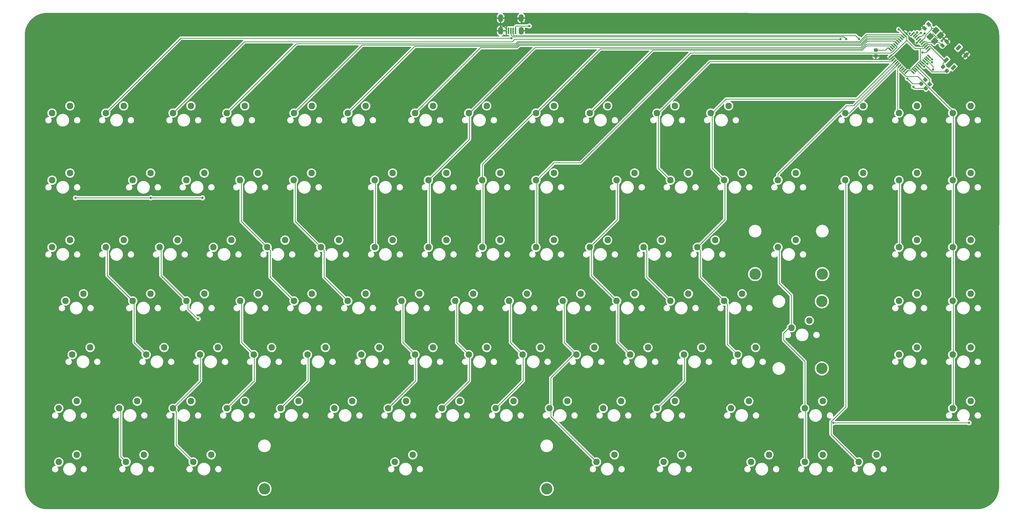
<source format=gbr>
%TF.GenerationSoftware,KiCad,Pcbnew,7.0.8*%
%TF.CreationDate,2023-10-19T20:38:54-05:00*%
%TF.ProjectId,VesselV2,56657373-656c-4563-922e-6b696361645f,rev?*%
%TF.SameCoordinates,Original*%
%TF.FileFunction,Copper,L1,Top*%
%TF.FilePolarity,Positive*%
%FSLAX46Y46*%
G04 Gerber Fmt 4.6, Leading zero omitted, Abs format (unit mm)*
G04 Created by KiCad (PCBNEW 7.0.8) date 2023-10-19 20:38:54*
%MOMM*%
%LPD*%
G01*
G04 APERTURE LIST*
G04 Aperture macros list*
%AMRoundRect*
0 Rectangle with rounded corners*
0 $1 Rounding radius*
0 $2 $3 $4 $5 $6 $7 $8 $9 X,Y pos of 4 corners*
0 Add a 4 corners polygon primitive as box body*
4,1,4,$2,$3,$4,$5,$6,$7,$8,$9,$2,$3,0*
0 Add four circle primitives for the rounded corners*
1,1,$1+$1,$2,$3*
1,1,$1+$1,$4,$5*
1,1,$1+$1,$6,$7*
1,1,$1+$1,$8,$9*
0 Add four rect primitives between the rounded corners*
20,1,$1+$1,$2,$3,$4,$5,0*
20,1,$1+$1,$4,$5,$6,$7,0*
20,1,$1+$1,$6,$7,$8,$9,0*
20,1,$1+$1,$8,$9,$2,$3,0*%
%AMRotRect*
0 Rectangle, with rotation*
0 The origin of the aperture is its center*
0 $1 length*
0 $2 width*
0 $3 Rotation angle, in degrees counterclockwise*
0 Add horizontal line*
21,1,$1,$2,0,0,$3*%
G04 Aperture macros list end*
%TA.AperFunction,ComponentPad*%
%ADD10C,2.300000*%
%TD*%
%TA.AperFunction,SMDPad,CuDef*%
%ADD11R,0.500000X2.250000*%
%TD*%
%TA.AperFunction,ComponentPad*%
%ADD12O,1.700000X2.700000*%
%TD*%
%TA.AperFunction,SMDPad,CuDef*%
%ADD13RoundRect,0.250000X-0.097227X0.574524X-0.574524X0.097227X0.097227X-0.574524X0.574524X-0.097227X0*%
%TD*%
%TA.AperFunction,ComponentPad*%
%ADD14C,4.000000*%
%TD*%
%TA.AperFunction,SMDPad,CuDef*%
%ADD15RoundRect,0.250000X-0.565685X-0.070711X-0.070711X-0.565685X0.565685X0.070711X0.070711X0.565685X0*%
%TD*%
%TA.AperFunction,SMDPad,CuDef*%
%ADD16RoundRect,0.250000X0.070711X-0.565685X0.565685X-0.070711X-0.070711X0.565685X-0.565685X0.070711X0*%
%TD*%
%TA.AperFunction,SMDPad,CuDef*%
%ADD17RoundRect,0.250000X-0.450000X0.350000X-0.450000X-0.350000X0.450000X-0.350000X0.450000X0.350000X0*%
%TD*%
%TA.AperFunction,SMDPad,CuDef*%
%ADD18RotRect,1.800000X1.100000X45.000000*%
%TD*%
%TA.AperFunction,SMDPad,CuDef*%
%ADD19RotRect,2.100000X1.800000X225.000000*%
%TD*%
%TA.AperFunction,SMDPad,CuDef*%
%ADD20RotRect,1.500000X0.550000X135.000000*%
%TD*%
%TA.AperFunction,SMDPad,CuDef*%
%ADD21RotRect,1.500000X0.550000X225.000000*%
%TD*%
%TA.AperFunction,SMDPad,CuDef*%
%ADD22RoundRect,0.250000X0.097227X-0.574524X0.574524X-0.097227X-0.097227X0.574524X-0.574524X0.097227X0*%
%TD*%
%TA.AperFunction,ViaPad*%
%ADD23C,0.800000*%
%TD*%
%TA.AperFunction,Conductor*%
%ADD24C,0.250000*%
%TD*%
G04 APERTURE END LIST*
D10*
%TO.P,MX89,1,1*%
%TO.N,COL10*%
X296227500Y-187960000D03*
%TO.P,MX89,2,2*%
%TO.N,Net-(D89-A)*%
X302577500Y-185420000D03*
%TD*%
%TO.P,MX84,1,1*%
%TO.N,COL5*%
X200977500Y-187960000D03*
%TO.P,MX84,2,2*%
%TO.N,Net-(D84-A)*%
X207327500Y-185420000D03*
%TD*%
%TO.P,MX15,1,1*%
%TO.N,COL16*%
X420052500Y-83185000D03*
%TO.P,MX15,2,2*%
%TO.N,Net-(D15-A)*%
X426402500Y-80645000D03*
%TD*%
%TO.P,MX7,1,1*%
%TO.N,COL6*%
X229552500Y-83185000D03*
%TO.P,MX7,2,2*%
%TO.N,Net-(D7-A)*%
X235902500Y-80645000D03*
%TD*%
D11*
%TO.P,USB1,1,GND*%
%TO.N,GND*%
X261925000Y-53975000D03*
%TO.P,USB1,2,ID*%
%TO.N,unconnected-(USB1-ID-Pad2)*%
X262725000Y-53975000D03*
%TO.P,USB1,3,D+*%
%TO.N,D+*%
X263525000Y-53975000D03*
%TO.P,USB1,4,D-*%
%TO.N,D-*%
X264325000Y-53975000D03*
%TO.P,USB1,5,VBUS*%
%TO.N,VCC*%
X265125000Y-53975000D03*
D12*
%TO.P,USB1,6,SHIELD*%
%TO.N,GND*%
X267175000Y-49475000D03*
X259875000Y-49475000D03*
X267175000Y-53975000D03*
X259875000Y-53975000D03*
%TD*%
D13*
%TO.P,C3,1*%
%TO.N,GND*%
X417904623Y-57778477D03*
%TO.P,C3,2*%
%TO.N,Net-(U1-XTAL2)*%
X416437377Y-59245723D03*
%TD*%
D10*
%TO.P,MX71,1,1*%
%TO.N,COL7*%
X248602500Y-168910000D03*
%TO.P,MX71,2,2*%
%TO.N,Net-(D71-A)*%
X254952500Y-166370000D03*
%TD*%
%TO.P,MX88,1,1*%
%TO.N,COL8*%
X277177500Y-187960000D03*
%TO.P,MX88,2,2*%
%TO.N,Net-(D88-A)*%
X283527500Y-185420000D03*
%TD*%
D14*
%TO.P,S2,*%
%TO.N,*%
X373697500Y-150018750D03*
X373697500Y-173831250D03*
%TD*%
D10*
%TO.P,MX61,1,1*%
%TO.N,COL13*%
X362902500Y-159385000D03*
%TO.P,MX61,2,2*%
%TO.N,Net-(D61-A)*%
X369252500Y-156845000D03*
%TD*%
%TO.P,MX31,1,1*%
%TO.N,COL16*%
X420052500Y-106997500D03*
%TO.P,MX31,2,2*%
%TO.N,Net-(D31-A)*%
X426402500Y-104457500D03*
%TD*%
%TO.P,MX58,1,1*%
%TO.N,COL10*%
X300990000Y-149860000D03*
%TO.P,MX58,2,2*%
%TO.N,Net-(D58-A)*%
X307340000Y-147320000D03*
%TD*%
%TO.P,MX62,1,1*%
%TO.N,COL15*%
X401002500Y-149860000D03*
%TO.P,MX62,2,2*%
%TO.N,Net-(D62-A)*%
X407352500Y-147320000D03*
%TD*%
D15*
%TO.P,R4,1*%
%TO.N,Net-(U1-~{RESET})*%
X416577293Y-66761593D03*
%TO.P,R4,2*%
%TO.N,+5V*%
X417991507Y-68175807D03*
%TD*%
D10*
%TO.P,MX92,1,1*%
%TO.N,COL13*%
X367665000Y-187960000D03*
%TO.P,MX92,2,2*%
%TO.N,Net-(D92-A)*%
X374015000Y-185420000D03*
%TD*%
%TO.P,MX73,1,1*%
%TO.N,COL8*%
X286702500Y-168910000D03*
%TO.P,MX73,2,2*%
%TO.N,Net-(D73-A)*%
X293052500Y-166370000D03*
%TD*%
%TO.P,MX67,1,1*%
%TO.N,COL3*%
X172402500Y-168910000D03*
%TO.P,MX67,2,2*%
%TO.N,Net-(D67-A)*%
X178752500Y-166370000D03*
%TD*%
%TO.P,MX66,1,1*%
%TO.N,COL2*%
X153352500Y-168910000D03*
%TO.P,MX66,2,2*%
%TO.N,Net-(D66-A)*%
X159702500Y-166370000D03*
%TD*%
%TO.P,MX6,1,1*%
%TO.N,COL5*%
X205740000Y-83185000D03*
%TO.P,MX6,2,2*%
%TO.N,Net-(D6-A)*%
X212090000Y-80645000D03*
%TD*%
%TO.P,MX26,1,1*%
%TO.N,COL11*%
X320040000Y-106997500D03*
%TO.P,MX26,2,2*%
%TO.N,Net-(D26-A)*%
X326390000Y-104457500D03*
%TD*%
%TO.P,MX17,1,1*%
%TO.N,COL2*%
X129540000Y-106997500D03*
%TO.P,MX17,2,2*%
%TO.N,Net-(D17-A)*%
X135890000Y-104457500D03*
%TD*%
%TO.P,MX42,1,1*%
%TO.N,COL10*%
X291465000Y-130810000D03*
%TO.P,MX42,2,2*%
%TO.N,Net-(D42-A)*%
X297815000Y-128270000D03*
%TD*%
%TO.P,MX77,1,1*%
%TO.N,COL15*%
X401002500Y-168910000D03*
%TO.P,MX77,2,2*%
%TO.N,Net-(D77-A)*%
X407352500Y-166370000D03*
%TD*%
%TO.P,MX10,1,1*%
%TO.N,COL10*%
X291465000Y-83185000D03*
%TO.P,MX10,2,2*%
%TO.N,Net-(D10-A)*%
X297815000Y-80645000D03*
%TD*%
%TO.P,MX95,1,1*%
%TO.N,COL1*%
X127158800Y-207010000D03*
%TO.P,MX95,2,2*%
%TO.N,Net-(D95-A)*%
X133508800Y-204470000D03*
%TD*%
%TO.P,MX75,1,1*%
%TO.N,COL11*%
X324802500Y-168910000D03*
%TO.P,MX75,2,2*%
%TO.N,Net-(D75-A)*%
X331152500Y-166370000D03*
%TD*%
%TO.P,MX101,1,1*%
%TO.N,COL13*%
X367665000Y-207010000D03*
%TO.P,MX101,2,2*%
%TO.N,Net-(D101-A)*%
X374015000Y-204470000D03*
%TD*%
%TO.P,MX20,1,1*%
%TO.N,COL5*%
X186540000Y-106997500D03*
%TO.P,MX20,2,2*%
%TO.N,Net-(D20-A)*%
X192890000Y-104457500D03*
%TD*%
%TO.P,MX87,1,1*%
%TO.N,COL9*%
X258127500Y-187960000D03*
%TO.P,MX87,2,2*%
%TO.N,Net-(D87-A)*%
X264477500Y-185420000D03*
%TD*%
%TO.P,MX24,1,1*%
%TO.N,COL8*%
X272415000Y-106997500D03*
%TO.P,MX24,2,2*%
%TO.N,Net-(D24-A)*%
X278765000Y-104457500D03*
%TD*%
%TO.P,MX94,1,1*%
%TO.N,COL0*%
X103346300Y-207010000D03*
%TO.P,MX94,2,2*%
%TO.N,Net-(D94-A)*%
X109696300Y-204470000D03*
%TD*%
%TO.P,MX51,1,1*%
%TO.N,COL3*%
X167640000Y-149860000D03*
%TO.P,MX51,2,2*%
%TO.N,Net-(D51-A)*%
X173990000Y-147320000D03*
%TD*%
%TO.P,MX80,1,1*%
%TO.N,COL1*%
X124777500Y-187960000D03*
%TO.P,MX80,2,2*%
%TO.N,Net-(D80-A)*%
X131127500Y-185420000D03*
%TD*%
%TO.P,MX39,1,1*%
%TO.N,COL7*%
X234315000Y-130810000D03*
%TO.P,MX39,2,2*%
%TO.N,Net-(D39-A)*%
X240665000Y-128270000D03*
%TD*%
%TO.P,MX100,1,1*%
%TO.N,COL12*%
X348615000Y-207010000D03*
%TO.P,MX100,2,2*%
%TO.N,Net-(D100-A)*%
X354965000Y-204470000D03*
%TD*%
%TO.P,MX49,1,1*%
%TO.N,COL1*%
X129540000Y-149860000D03*
%TO.P,MX49,2,2*%
%TO.N,Net-(D49-A)*%
X135890000Y-147320000D03*
%TD*%
%TO.P,MX34,1,1*%
%TO.N,COL2*%
X139065000Y-130810000D03*
%TO.P,MX34,2,2*%
%TO.N,Net-(D34-A)*%
X145415000Y-128270000D03*
%TD*%
%TO.P,MX102,1,1*%
%TO.N,COL14*%
X386715000Y-207010000D03*
%TO.P,MX102,2,2*%
%TO.N,Net-(D102-A)*%
X393065000Y-204470000D03*
%TD*%
%TO.P,MX65,1,1*%
%TO.N,COL1*%
X134302500Y-168910000D03*
%TO.P,MX65,2,2*%
%TO.N,Net-(D65-A)*%
X140652500Y-166370000D03*
%TD*%
%TO.P,MX18,1,1*%
%TO.N,COL3*%
X148540000Y-106997500D03*
%TO.P,MX18,2,2*%
%TO.N,Net-(D18-A)*%
X154890000Y-104457500D03*
%TD*%
%TO.P,MX16,1,1*%
%TO.N,COL0*%
X100965000Y-106997500D03*
%TO.P,MX16,2,2*%
%TO.N,Net-(D16-A)*%
X107315000Y-104457500D03*
%TD*%
%TO.P,MX74,1,1*%
%TO.N,COL10*%
X305752500Y-168910000D03*
%TO.P,MX74,2,2*%
%TO.N,Net-(D74-A)*%
X312102500Y-166370000D03*
%TD*%
%TO.P,MX91,1,1*%
%TO.N,COL12*%
X341471300Y-187960000D03*
%TO.P,MX91,2,2*%
%TO.N,Net-(D91-A)*%
X347821300Y-185420000D03*
%TD*%
%TO.P,MX46,1,1*%
%TO.N,COL15*%
X401002500Y-130810000D03*
%TO.P,MX46,2,2*%
%TO.N,Net-(D46-A)*%
X407352500Y-128270000D03*
%TD*%
%TO.P,MX21,1,1*%
%TO.N,COL6*%
X215265000Y-106997500D03*
%TO.P,MX21,2,2*%
%TO.N,Net-(D21-A)*%
X221615000Y-104457500D03*
%TD*%
%TO.P,MX11,1,1*%
%TO.N,COL11*%
X315277500Y-83185000D03*
%TO.P,MX11,2,2*%
%TO.N,Net-(D11-A)*%
X321627500Y-80645000D03*
%TD*%
%TO.P,MX72,1,1*%
%TO.N,COL9*%
X267652500Y-168910000D03*
%TO.P,MX72,2,2*%
%TO.N,Net-(D72-A)*%
X274002500Y-166370000D03*
%TD*%
%TO.P,MX19,1,1*%
%TO.N,COL4*%
X167540000Y-106997500D03*
%TO.P,MX19,2,2*%
%TO.N,Net-(D19-A)*%
X173890000Y-104457500D03*
%TD*%
%TO.P,MX25,1,1*%
%TO.N,COL10*%
X300990000Y-106997500D03*
%TO.P,MX25,2,2*%
%TO.N,Net-(D25-A)*%
X307340000Y-104457500D03*
%TD*%
%TO.P,MX64,1,1*%
%TO.N,COL0*%
X108108800Y-168910000D03*
%TO.P,MX64,2,2*%
%TO.N,Net-(D64-A)*%
X114458800Y-166370000D03*
%TD*%
%TO.P,MX44,1,1*%
%TO.N,COL12*%
X329565000Y-130810000D03*
%TO.P,MX44,2,2*%
%TO.N,Net-(D44-A)*%
X335915000Y-128270000D03*
%TD*%
%TO.P,MX35,1,1*%
%TO.N,COL3*%
X158115000Y-130810000D03*
%TO.P,MX35,2,2*%
%TO.N,Net-(D35-A)*%
X164465000Y-128270000D03*
%TD*%
%TO.P,MX5,1,1*%
%TO.N,COL4*%
X186690000Y-83185000D03*
%TO.P,MX5,2,2*%
%TO.N,Net-(D5-A)*%
X193040000Y-80645000D03*
%TD*%
%TO.P,MX48,1,1*%
%TO.N,COL0*%
X105727500Y-149860000D03*
%TO.P,MX48,2,2*%
%TO.N,Net-(D48-A)*%
X112077500Y-147320000D03*
%TD*%
D14*
%TO.P,S1,*%
%TO.N,*%
X373856250Y-140335000D03*
X350043750Y-140335000D03*
%TD*%
D10*
%TO.P,MX45,1,1*%
%TO.N,COL13*%
X358140000Y-130810000D03*
%TO.P,MX45,2,2*%
%TO.N,Net-(D45-A)*%
X364490000Y-128270000D03*
%TD*%
%TO.P,MX43,1,1*%
%TO.N,COL11*%
X310515000Y-130810000D03*
%TO.P,MX43,2,2*%
%TO.N,Net-(D43-A)*%
X316865000Y-128270000D03*
%TD*%
%TO.P,MX41,1,1*%
%TO.N,COL8*%
X272415000Y-130810000D03*
%TO.P,MX41,2,2*%
%TO.N,Net-(D41-A)*%
X278765000Y-128270000D03*
%TD*%
%TO.P,MX85,1,1*%
%TO.N,COL6*%
X220027500Y-187960000D03*
%TO.P,MX85,2,2*%
%TO.N,Net-(D85-A)*%
X226377500Y-185420000D03*
%TD*%
%TO.P,MX82,1,1*%
%TO.N,COL3*%
X162877500Y-187960000D03*
%TO.P,MX82,2,2*%
%TO.N,Net-(D82-A)*%
X169227500Y-185420000D03*
%TD*%
%TO.P,MX78,1,1*%
%TO.N,COL16*%
X420052500Y-168910000D03*
%TO.P,MX78,2,2*%
%TO.N,Net-(D78-A)*%
X426402500Y-166370000D03*
%TD*%
%TO.P,MX97,1,1*%
%TO.N,COL6*%
X222408800Y-207010000D03*
%TO.P,MX97,2,2*%
%TO.N,Net-(D97-A)*%
X228758800Y-204470000D03*
%TD*%
%TO.P,MX32,1,1*%
%TO.N,COL0*%
X100965000Y-130810000D03*
%TO.P,MX32,2,2*%
%TO.N,Net-(D32-A)*%
X107315000Y-128270000D03*
%TD*%
%TO.P,MX81,1,1*%
%TO.N,COL2*%
X143827500Y-187960000D03*
%TO.P,MX81,2,2*%
%TO.N,Net-(D81-A)*%
X150177500Y-185420000D03*
%TD*%
%TO.P,MX4,1,1*%
%TO.N,COL3*%
X162877500Y-83185000D03*
%TO.P,MX4,2,2*%
%TO.N,Net-(D4-A)*%
X169227500Y-80645000D03*
%TD*%
%TO.P,MX27,1,1*%
%TO.N,COL12*%
X339090000Y-106997500D03*
%TO.P,MX27,2,2*%
%TO.N,Net-(D27-A)*%
X345440000Y-104457500D03*
%TD*%
%TO.P,MX53,1,1*%
%TO.N,COL5*%
X205740000Y-149860000D03*
%TO.P,MX53,2,2*%
%TO.N,Net-(D53-A)*%
X212090000Y-147320000D03*
%TD*%
%TO.P,MX3,1,1*%
%TO.N,COL2*%
X143827500Y-83185000D03*
%TO.P,MX3,2,2*%
%TO.N,Net-(D3-A)*%
X150177500Y-80645000D03*
%TD*%
D16*
%TO.P,R2,1*%
%TO.N,D+*%
X410480293Y-74377407D03*
%TO.P,R2,2*%
%TO.N,Net-(U1-D+)*%
X411894507Y-72963193D03*
%TD*%
D10*
%TO.P,MX12,1,1*%
%TO.N,COL12*%
X334327500Y-83185000D03*
%TO.P,MX12,2,2*%
%TO.N,Net-(D12-A)*%
X340677500Y-80645000D03*
%TD*%
%TO.P,MX52,1,1*%
%TO.N,COL4*%
X186690000Y-149860000D03*
%TO.P,MX52,2,2*%
%TO.N,Net-(D52-A)*%
X193040000Y-147320000D03*
%TD*%
%TO.P,MX98,1,1*%
%TO.N,COL8*%
X293846300Y-207010000D03*
%TO.P,MX98,2,2*%
%TO.N,Net-(D98-A)*%
X300196300Y-204470000D03*
%TD*%
D17*
%TO.P,R5,1*%
%TO.N,Net-(U1-~{HWB}{slash}PE2)*%
X392844500Y-60850700D03*
%TO.P,R5,2*%
%TO.N,GND*%
X392844500Y-62850700D03*
%TD*%
D10*
%TO.P,MX83,1,1*%
%TO.N,COL4*%
X181927500Y-187960000D03*
%TO.P,MX83,2,2*%
%TO.N,Net-(D83-A)*%
X188277500Y-185420000D03*
%TD*%
%TO.P,MX47,1,1*%
%TO.N,COL16*%
X420052500Y-130810000D03*
%TO.P,MX47,2,2*%
%TO.N,Net-(D47-A)*%
X426402500Y-128270000D03*
%TD*%
%TO.P,MX38,1,1*%
%TO.N,COL6*%
X215265000Y-130810000D03*
%TO.P,MX38,2,2*%
%TO.N,Net-(D38-A)*%
X221615000Y-128270000D03*
%TD*%
%TO.P,MX37,1,1*%
%TO.N,COL5*%
X196215000Y-130810000D03*
%TO.P,MX37,2,2*%
%TO.N,Net-(D37-A)*%
X202565000Y-128270000D03*
%TD*%
%TO.P,MX22,1,1*%
%TO.N,COL7*%
X234315000Y-106997500D03*
%TO.P,MX22,2,2*%
%TO.N,Net-(D22-A)*%
X240665000Y-104457500D03*
%TD*%
%TO.P,MX14,1,1*%
%TO.N,COL15*%
X401002500Y-83185000D03*
%TO.P,MX14,2,2*%
%TO.N,Net-(D14-A)*%
X407352500Y-80645000D03*
%TD*%
%TO.P,MX1,1,1*%
%TO.N,COL0*%
X100965000Y-83185000D03*
%TO.P,MX1,2,2*%
%TO.N,Net-(D1-A)*%
X107315000Y-80645000D03*
%TD*%
%TO.P,MX13,1,1*%
%TO.N,COL14*%
X381952500Y-83185000D03*
%TO.P,MX13,2,2*%
%TO.N,Net-(D13-A)*%
X388302500Y-80645000D03*
%TD*%
%TO.P,MX55,1,1*%
%TO.N,COL7*%
X243840000Y-149860000D03*
%TO.P,MX55,2,2*%
%TO.N,Net-(D55-A)*%
X250190000Y-147320000D03*
%TD*%
%TO.P,MX63,1,1*%
%TO.N,COL16*%
X420052500Y-149860000D03*
%TO.P,MX63,2,2*%
%TO.N,Net-(D63-A)*%
X426402500Y-147320000D03*
%TD*%
%TO.P,MX93,1,1*%
%TO.N,COL16*%
X420052500Y-187960000D03*
%TO.P,MX93,2,2*%
%TO.N,Net-(D93-A)*%
X426402500Y-185420000D03*
%TD*%
%TO.P,MX9,1,1*%
%TO.N,COL9*%
X272415000Y-83185000D03*
%TO.P,MX9,2,2*%
%TO.N,Net-(D9-A)*%
X278765000Y-80645000D03*
%TD*%
%TO.P,MX33,1,1*%
%TO.N,COL1*%
X120015000Y-130810000D03*
%TO.P,MX33,2,2*%
%TO.N,Net-(D33-A)*%
X126365000Y-128270000D03*
%TD*%
%TO.P,MX57,1,1*%
%TO.N,COL8*%
X281940000Y-149860000D03*
%TO.P,MX57,2,2*%
%TO.N,Net-(D57-A)*%
X288290000Y-147320000D03*
%TD*%
%TO.P,MX2,1,1*%
%TO.N,COL1*%
X120015000Y-83185000D03*
%TO.P,MX2,2,2*%
%TO.N,Net-(D2-A)*%
X126365000Y-80645000D03*
%TD*%
%TO.P,MX28,1,1*%
%TO.N,COL13*%
X358140000Y-106997500D03*
%TO.P,MX28,2,2*%
%TO.N,Net-(D28-A)*%
X364490000Y-104457500D03*
%TD*%
%TO.P,MX70,1,1*%
%TO.N,COL6*%
X229552500Y-168910000D03*
%TO.P,MX70,2,2*%
%TO.N,Net-(D70-A)*%
X235902500Y-166370000D03*
%TD*%
D18*
%TO.P,SW1,1,1*%
%TO.N,GND*%
X424753379Y-62616117D03*
%TO.P,SW1,2,2*%
%TO.N,Net-(U1-~{RESET})*%
X417753021Y-64383883D03*
%TO.P,SW1,3*%
%TO.N,N/C*%
X422137083Y-59999821D03*
%TO.P,SW1,4*%
X420369317Y-67000179D03*
%TD*%
D10*
%TO.P,MX40,1,1*%
%TO.N,COL9*%
X253365000Y-130810000D03*
%TO.P,MX40,2,2*%
%TO.N,Net-(D40-A)*%
X259715000Y-128270000D03*
%TD*%
D19*
%TO.P,Y1,1,1*%
%TO.N,Net-(U1-XTAL1)*%
X414070632Y-53936122D03*
%TO.P,Y1,2,2*%
%TO.N,GND*%
X412020022Y-55986732D03*
%TO.P,Y1,3,3*%
%TO.N,Net-(U1-XTAL2)*%
X413646368Y-57613078D03*
%TO.P,Y1,4,4*%
%TO.N,GND*%
X415696978Y-55562468D03*
%TD*%
D20*
%TO.P,U1,1,PE6*%
%TO.N,unconnected-(U1-PE6-Pad1)*%
X405952782Y-68709636D03*
%TO.P,U1,2,UVCC*%
%TO.N,+5V*%
X406518467Y-68143950D03*
%TO.P,U1,3,D-*%
%TO.N,Net-(U1-D-)*%
X407084152Y-67578265D03*
%TO.P,U1,4,D+*%
%TO.N,Net-(U1-D+)*%
X407649838Y-67012580D03*
%TO.P,U1,5,UGND*%
%TO.N,GND*%
X408215523Y-66446894D03*
%TO.P,U1,6,UCAP*%
%TO.N,Net-(U1-UCAP)*%
X408781209Y-65881209D03*
%TO.P,U1,7,VBUS*%
%TO.N,+5V*%
X409346894Y-65315523D03*
%TO.P,U1,8,PB0*%
%TO.N,ROW0*%
X409912580Y-64749838D03*
%TO.P,U1,9,PB1*%
%TO.N,ROW1*%
X410478265Y-64184152D03*
%TO.P,U1,10,PB2*%
%TO.N,ROW2*%
X411043950Y-63618467D03*
%TO.P,U1,11,PB3*%
%TO.N,ROW3*%
X411609636Y-63052782D03*
D21*
%TO.P,U1,12,PB7*%
%TO.N,COL0*%
X411609636Y-60648618D03*
%TO.P,U1,13,~{RESET}*%
%TO.N,Net-(U1-~{RESET})*%
X411043950Y-60082933D03*
%TO.P,U1,14,VCC*%
%TO.N,+5V*%
X410478265Y-59517248D03*
%TO.P,U1,15,GND*%
%TO.N,GND*%
X409912580Y-58951562D03*
%TO.P,U1,16,XTAL2*%
%TO.N,Net-(U1-XTAL2)*%
X409346894Y-58385877D03*
%TO.P,U1,17,XTAL1*%
%TO.N,Net-(U1-XTAL1)*%
X408781209Y-57820191D03*
%TO.P,U1,18,PD0*%
%TO.N,ROW4*%
X408215523Y-57254506D03*
%TO.P,U1,19,PD1*%
%TO.N,ROW5*%
X407649838Y-56688820D03*
%TO.P,U1,20,PD2*%
%TO.N,ROW6*%
X407084152Y-56123135D03*
%TO.P,U1,21,PD3*%
%TO.N,COL1*%
X406518467Y-55557450D03*
%TO.P,U1,22,PD5*%
%TO.N,COL2*%
X405952782Y-54991764D03*
D20*
%TO.P,U1,23,GND*%
%TO.N,GND*%
X403548618Y-54991764D03*
%TO.P,U1,24,AVCC*%
%TO.N,+5V*%
X402982933Y-55557450D03*
%TO.P,U1,25,PD4*%
%TO.N,COL3*%
X402417248Y-56123135D03*
%TO.P,U1,26,PD6*%
%TO.N,COL4*%
X401851562Y-56688820D03*
%TO.P,U1,27,PD7*%
%TO.N,COL5*%
X401285877Y-57254506D03*
%TO.P,U1,28,PB4*%
%TO.N,COL6*%
X400720191Y-57820191D03*
%TO.P,U1,29,PB5*%
%TO.N,COL7*%
X400154506Y-58385877D03*
%TO.P,U1,30,PB6*%
%TO.N,COL8*%
X399588820Y-58951562D03*
%TO.P,U1,31,PC6*%
%TO.N,COL9*%
X399023135Y-59517248D03*
%TO.P,U1,32,PC7*%
%TO.N,COL10*%
X398457450Y-60082933D03*
%TO.P,U1,33,~{HWB}/PE2*%
%TO.N,Net-(U1-~{HWB}{slash}PE2)*%
X397891764Y-60648618D03*
D21*
%TO.P,U1,34,VCC*%
%TO.N,+5V*%
X397891764Y-63052782D03*
%TO.P,U1,35,GND*%
%TO.N,GND*%
X398457450Y-63618467D03*
%TO.P,U1,36,PF7*%
%TO.N,COL11*%
X399023135Y-64184152D03*
%TO.P,U1,37,PF6*%
%TO.N,COL12*%
X399588820Y-64749838D03*
%TO.P,U1,38,PF5*%
%TO.N,COL13*%
X400154506Y-65315523D03*
%TO.P,U1,39,PF4*%
%TO.N,COL14*%
X400720191Y-65881209D03*
%TO.P,U1,40,PF1*%
%TO.N,COL15*%
X401285877Y-66446894D03*
%TO.P,U1,41,PF0*%
%TO.N,COL16*%
X401851562Y-67012580D03*
%TO.P,U1,42,AREF*%
%TO.N,unconnected-(U1-AREF-Pad42)*%
X402417248Y-67578265D03*
%TO.P,U1,43,GND*%
%TO.N,GND*%
X402982933Y-68143950D03*
%TO.P,U1,44,AVCC*%
%TO.N,+5V*%
X403548618Y-68709636D03*
%TD*%
D10*
%TO.P,MX23,1,1*%
%TO.N,COL9*%
X253365000Y-106997500D03*
%TO.P,MX23,2,2*%
%TO.N,Net-(D23-A)*%
X259715000Y-104457500D03*
%TD*%
%TO.P,MX56,1,1*%
%TO.N,COL9*%
X262890000Y-149860000D03*
%TO.P,MX56,2,2*%
%TO.N,Net-(D56-A)*%
X269240000Y-147320000D03*
%TD*%
%TO.P,MX30,1,1*%
%TO.N,COL15*%
X401002500Y-106997500D03*
%TO.P,MX30,2,2*%
%TO.N,Net-(D30-A)*%
X407352500Y-104457500D03*
%TD*%
%TO.P,MX69,1,1*%
%TO.N,COL5*%
X210502500Y-168910000D03*
%TO.P,MX69,2,2*%
%TO.N,Net-(D69-A)*%
X216852500Y-166370000D03*
%TD*%
%TO.P,MX50,1,1*%
%TO.N,COL2*%
X148590000Y-149860000D03*
%TO.P,MX50,2,2*%
%TO.N,Net-(D50-A)*%
X154940000Y-147320000D03*
%TD*%
%TO.P,MX59,1,1*%
%TO.N,COL11*%
X320040000Y-149860000D03*
%TO.P,MX59,2,2*%
%TO.N,Net-(D59-A)*%
X326390000Y-147320000D03*
%TD*%
%TO.P,MX96,1,1*%
%TO.N,COL2*%
X150971300Y-207010000D03*
%TO.P,MX96,2,2*%
%TO.N,Net-(D96-A)*%
X157321300Y-204470000D03*
%TD*%
%TO.P,MX76,1,1*%
%TO.N,COL12*%
X343852500Y-168910000D03*
%TO.P,MX76,2,2*%
%TO.N,Net-(D76-A)*%
X350202500Y-166370000D03*
%TD*%
D14*
%TO.P,S3,*%
%TO.N,*%
X276225050Y-216535000D03*
X176212550Y-216535000D03*
%TD*%
D10*
%TO.P,MX36,1,1*%
%TO.N,COL4*%
X177165000Y-130810000D03*
%TO.P,MX36,2,2*%
%TO.N,Net-(D36-A)*%
X183515000Y-128270000D03*
%TD*%
%TO.P,MX60,1,1*%
%TO.N,COL12*%
X339090000Y-149860000D03*
%TO.P,MX60,2,2*%
%TO.N,Net-(D60-A)*%
X345440000Y-147320000D03*
%TD*%
D22*
%TO.P,C1,1*%
%TO.N,GND*%
X410087377Y-53139523D03*
%TO.P,C1,2*%
%TO.N,Net-(U1-XTAL1)*%
X411554623Y-51672277D03*
%TD*%
D16*
%TO.P,R3,1*%
%TO.N,D-*%
X408892793Y-72789907D03*
%TO.P,R3,2*%
%TO.N,Net-(U1-D-)*%
X410307007Y-71375693D03*
%TD*%
D10*
%TO.P,MX86,1,1*%
%TO.N,COL7*%
X239077500Y-187960000D03*
%TO.P,MX86,2,2*%
%TO.N,Net-(D86-A)*%
X245427500Y-185420000D03*
%TD*%
%TO.P,MX99,1,1*%
%TO.N,COL10*%
X317658800Y-207010000D03*
%TO.P,MX99,2,2*%
%TO.N,Net-(D99-A)*%
X324008800Y-204470000D03*
%TD*%
%TO.P,MX54,1,1*%
%TO.N,COL6*%
X224790000Y-149860000D03*
%TO.P,MX54,2,2*%
%TO.N,Net-(D54-A)*%
X231140000Y-147320000D03*
%TD*%
%TO.P,MX8,1,1*%
%TO.N,COL7*%
X248602500Y-83185000D03*
%TO.P,MX8,2,2*%
%TO.N,Net-(D8-A)*%
X254952500Y-80645000D03*
%TD*%
%TO.P,MX29,1,1*%
%TO.N,COL14*%
X381952500Y-106997500D03*
%TO.P,MX29,2,2*%
%TO.N,Net-(D29-A)*%
X388302500Y-104457500D03*
%TD*%
%TO.P,MX79,1,1*%
%TO.N,COL0*%
X103346300Y-187960000D03*
%TO.P,MX79,2,2*%
%TO.N,Net-(D79-A)*%
X109696300Y-185420000D03*
%TD*%
%TO.P,MX90,1,1*%
%TO.N,COL11*%
X315277500Y-187960000D03*
%TO.P,MX90,2,2*%
%TO.N,Net-(D90-A)*%
X321627500Y-185420000D03*
%TD*%
%TO.P,MX68,1,1*%
%TO.N,COL4*%
X191452500Y-168910000D03*
%TO.P,MX68,2,2*%
%TO.N,Net-(D68-A)*%
X197802500Y-166370000D03*
%TD*%
D23*
%TO.N,GND*%
X267493750Y-51151900D03*
X404767900Y-67330000D03*
X411076700Y-68874200D03*
%TO.N,Net-(U1-UCAP)*%
X409915800Y-66687400D03*
%TO.N,ROW0*%
X411096000Y-65696400D03*
%TO.N,ROW1*%
X109257900Y-113289100D03*
X135928400Y-113289100D03*
X154267100Y-113289100D03*
X413078300Y-67773300D03*
%TO.N,ROW2*%
X412703400Y-65199200D03*
%TO.N,ROW3*%
X412751100Y-64182400D03*
%TO.N,ROW4*%
X407294100Y-58268900D03*
%TO.N,ROW5*%
X425833400Y-193121400D03*
X410067400Y-54904900D03*
X377720500Y-193121400D03*
%TO.N,ROW6*%
X408835700Y-54707800D03*
%TO.N,VCC*%
X270041200Y-52296100D03*
%TO.N,+5V*%
X400949300Y-53457400D03*
%TO.N,COL0*%
X409355500Y-61667300D03*
%TO.N,COL1*%
X407502600Y-54605100D03*
X263677800Y-56610500D03*
%TO.N,COL2*%
X380300600Y-56943200D03*
X404753600Y-54950700D03*
X152733300Y-156205700D03*
%TO.N,D+*%
X406120900Y-73893400D03*
X382326200Y-56982000D03*
%TO.N,D-*%
X386914700Y-56918500D03*
X403982200Y-70895300D03*
%TD*%
D24*
%TO.N,GND*%
X410398600Y-58465600D02*
X410949500Y-58465600D01*
X419339600Y-69323800D02*
X423316200Y-65347200D01*
X398457400Y-63618500D02*
X397695900Y-64380000D01*
X407552600Y-58995800D02*
X408002400Y-59445600D01*
X406993100Y-58995800D02*
X407552600Y-58995800D01*
X408002400Y-59445600D02*
X408883700Y-59445600D01*
X403796900Y-67330000D02*
X403744400Y-67382500D01*
X399218900Y-62857000D02*
X399323900Y-62857000D01*
X410642800Y-68874200D02*
X411076700Y-68874200D01*
X264633200Y-49814900D02*
X261925000Y-52523100D01*
X415697000Y-55562500D02*
X417904600Y-57770100D01*
X411076700Y-68874200D02*
X411526300Y-69323800D01*
X406567200Y-58569900D02*
X406993100Y-58995800D01*
X406567200Y-58010400D02*
X406567200Y-58569900D01*
X409783000Y-59081200D02*
X409151200Y-59713000D01*
X403548600Y-54991800D02*
X399708700Y-51151900D01*
X409783000Y-59081200D02*
X409912600Y-58951600D01*
X267493750Y-51151900D02*
X267175000Y-51151900D01*
X399708700Y-51151900D02*
X267493750Y-51151900D01*
X409912600Y-58951600D02*
X410398600Y-58465600D01*
X418175500Y-58049400D02*
X417904600Y-57778500D01*
X413915400Y-60434800D02*
X416816300Y-60434800D01*
X423316200Y-63483600D02*
X423885900Y-63483600D01*
X412303900Y-58823300D02*
X413915400Y-60434800D01*
X408883700Y-59445600D02*
X409151200Y-59713000D01*
X399323900Y-62857000D02*
X403796900Y-67330000D01*
X414516600Y-56536100D02*
X414723400Y-56536100D01*
X267175000Y-49814900D02*
X267175000Y-51151900D01*
X259875000Y-52524000D02*
X259875000Y-49475000D01*
X261925000Y-53249000D02*
X261200000Y-52524000D01*
X411307200Y-58823300D02*
X412303900Y-58823300D01*
X261200000Y-52524000D02*
X259875000Y-52524000D01*
X396166600Y-62850700D02*
X392844500Y-62850700D01*
X397695900Y-64380000D02*
X396166600Y-62850700D01*
X261925000Y-53975000D02*
X261925000Y-53249000D01*
X418908200Y-59075600D02*
X423316200Y-63483600D01*
X403796900Y-67330000D02*
X404767900Y-67330000D01*
X261925000Y-53249000D02*
X261925000Y-52523100D01*
X259875000Y-53975000D02*
X259875000Y-52524000D01*
X415697000Y-55562500D02*
X414723400Y-56536100D01*
X418175500Y-59075600D02*
X418908200Y-59075600D01*
X412993600Y-55013100D02*
X414516600Y-56536100D01*
X404310100Y-55753200D02*
X406567200Y-58010400D01*
X410087400Y-53139500D02*
X405400900Y-53139500D01*
X405400900Y-53139500D02*
X403548600Y-54991800D01*
X416816300Y-60434800D02*
X418175500Y-59075600D01*
X403548600Y-54991800D02*
X404310100Y-55753200D01*
X424753400Y-62616100D02*
X423885900Y-63483600D01*
X423316200Y-65347200D02*
X423316200Y-63483600D01*
X412020000Y-55986700D02*
X412993600Y-55013100D01*
X267175000Y-49475000D02*
X267175000Y-49814900D01*
X410949500Y-58465600D02*
X411307200Y-58823300D01*
X402982900Y-68144000D02*
X403744400Y-67382500D01*
X267175000Y-49814900D02*
X264633200Y-49814900D01*
X411526300Y-69323800D02*
X419339600Y-69323800D01*
X417904600Y-57770100D02*
X417904600Y-57778500D01*
X418175500Y-59075600D02*
X418175500Y-58049400D01*
X398457400Y-63618500D02*
X399218900Y-62857000D01*
X408215500Y-66446900D02*
X410642800Y-68874200D01*
%TO.N,Net-(U1-XTAL1)*%
X412469100Y-53068600D02*
X413203100Y-53068600D01*
X414070600Y-53936100D02*
X413203100Y-53068600D01*
X412469100Y-53531200D02*
X412469100Y-53068600D01*
X408781200Y-57820200D02*
X409542700Y-57058700D01*
X409588200Y-57058700D02*
X410284800Y-56362100D01*
X410284800Y-55715500D02*
X412469100Y-53531200D01*
X412469100Y-53068600D02*
X412469100Y-52586800D01*
X410284800Y-56362100D02*
X410284800Y-55715500D01*
X409542700Y-57058700D02*
X409588200Y-57058700D01*
X412469100Y-52586800D02*
X411554600Y-51672300D01*
%TO.N,Net-(U1-UCAP)*%
X408781200Y-65881200D02*
X409587400Y-66687400D01*
X409587400Y-66687400D02*
X409915800Y-66687400D01*
%TO.N,Net-(U1-XTAL2)*%
X413159600Y-58099900D02*
X415291600Y-58099900D01*
X412219600Y-58099900D02*
X412218100Y-58098400D01*
X411136700Y-58013700D02*
X410816000Y-58013700D01*
X410816000Y-58013700D02*
X410700900Y-57898600D01*
X412218100Y-58098400D02*
X411221400Y-58098400D01*
X413159600Y-58099900D02*
X412219600Y-58099900D01*
X410382600Y-57898600D02*
X410108400Y-57624400D01*
X409346900Y-58385900D02*
X410108400Y-57624400D01*
X415291600Y-58099900D02*
X416437400Y-59245700D01*
X411221400Y-58098400D02*
X411136700Y-58013700D01*
X413646400Y-57613100D02*
X413159600Y-58099900D01*
X410700900Y-57898600D02*
X410382600Y-57898600D01*
%TO.N,ROW0*%
X409912600Y-64749800D02*
X410674100Y-65511300D01*
X410910900Y-65511300D02*
X411096000Y-65696400D01*
X410674100Y-65511300D02*
X410910900Y-65511300D01*
%TO.N,ROW1*%
X410478300Y-64184200D02*
X411239700Y-64945600D01*
X109257900Y-113289100D02*
X135928400Y-113289100D01*
X411409300Y-64945600D02*
X413078300Y-66614600D01*
X413078300Y-66614600D02*
X413078300Y-67773300D01*
X135928400Y-113289100D02*
X154267100Y-113289100D01*
X411239700Y-64945600D02*
X411409300Y-64945600D01*
%TO.N,ROW2*%
X411884200Y-64380000D02*
X412703400Y-65199200D01*
X411805500Y-64380000D02*
X411884200Y-64380000D01*
X411044000Y-63618500D02*
X411805500Y-64380000D01*
%TO.N,ROW3*%
X412751100Y-64182400D02*
X412739200Y-64182400D01*
X412739200Y-64182400D02*
X411609600Y-63052800D01*
%TO.N,ROW4*%
X408215500Y-57254500D02*
X407454000Y-58016000D01*
X407454000Y-58109000D02*
X407454000Y-58016000D01*
X407294100Y-58268900D02*
X407454000Y-58109000D01*
%TO.N,ROW5*%
X409045000Y-55927300D02*
X410067400Y-54904900D01*
X407649800Y-56688800D02*
X408411300Y-55927300D01*
X425833400Y-193121400D02*
X377720500Y-193121400D01*
X408411300Y-55927300D02*
X409045000Y-55927300D01*
%TO.N,ROW6*%
X408499500Y-54707800D02*
X407084200Y-56123100D01*
X408835700Y-54707800D02*
X408499500Y-54707800D01*
%TO.N,VCC*%
X265125000Y-53975000D02*
X265125000Y-52523100D01*
X265125000Y-52523100D02*
X265352000Y-52296100D01*
X265352000Y-52296100D02*
X270041200Y-52296100D01*
%TO.N,+5V*%
X397891800Y-63052800D02*
X398653300Y-62291300D01*
X398653300Y-62291400D02*
X398801200Y-62291400D01*
X402221400Y-54729500D02*
X402221400Y-54795900D01*
X417991500Y-68175800D02*
X417631200Y-68536100D01*
X404310100Y-67948100D02*
X404496000Y-68134100D01*
X408585400Y-64554000D02*
X405757000Y-67382400D01*
X402982900Y-55557400D02*
X403744400Y-56318900D01*
X404496000Y-68134100D02*
X405005400Y-68134100D01*
X406518500Y-68144000D02*
X405757000Y-67382500D01*
X400949300Y-53457400D02*
X402221400Y-54729500D01*
X409713800Y-60281700D02*
X409716800Y-60278700D01*
X408585400Y-60281700D02*
X409713800Y-60281700D01*
X403744400Y-57348200D02*
X403744400Y-56318900D01*
X409346900Y-65315500D02*
X408585400Y-64554000D01*
X410478300Y-59517200D02*
X409716800Y-60278700D01*
X398653300Y-62291300D02*
X398653300Y-62291400D01*
X417631200Y-68536100D02*
X412793300Y-68536100D01*
X406677900Y-60281700D02*
X408585400Y-60281700D01*
X398801200Y-62291400D02*
X403744400Y-57348200D01*
X405005400Y-68134100D02*
X405757000Y-67382500D01*
X403744400Y-57348200D02*
X406677900Y-60281700D01*
X403548600Y-68709600D02*
X404310100Y-67948100D01*
X412793300Y-68536100D02*
X409572700Y-65315500D01*
X409572700Y-65315500D02*
X409346900Y-65315500D01*
X402982900Y-55557400D02*
X402221400Y-54795900D01*
X405757000Y-67382400D02*
X405757000Y-67382500D01*
X408585400Y-60281700D02*
X408585400Y-64554000D01*
%TO.N,COL0*%
X411609600Y-60648600D02*
X410590900Y-61667300D01*
X410590900Y-61667300D02*
X409355500Y-61667300D01*
%TO.N,COL1*%
X406518500Y-55557400D02*
X407280000Y-54795900D01*
X407280000Y-54795900D02*
X407311800Y-54795900D01*
X130018900Y-150338900D02*
X130018900Y-164626400D01*
X120493900Y-140813900D02*
X129540000Y-149860000D01*
X120493900Y-131288900D02*
X120493900Y-140813900D01*
X129540000Y-149860000D02*
X130018900Y-150338900D01*
X125256400Y-205107600D02*
X127158800Y-207010000D01*
X407311800Y-54795900D02*
X407502600Y-54605100D01*
X130018900Y-164626400D02*
X134302500Y-168910000D01*
X124777500Y-187960000D02*
X125256400Y-188438900D01*
X146589500Y-56610500D02*
X263677800Y-56610500D01*
X120015000Y-83185000D02*
X146589500Y-56610500D01*
X120015000Y-130810000D02*
X120493900Y-131288900D01*
X125256400Y-188438900D02*
X125256400Y-205107600D01*
%TO.N,COL2*%
X144917100Y-200955800D02*
X144917100Y-189049600D01*
X404849700Y-55049200D02*
X404753600Y-54953100D01*
X405191400Y-55753200D02*
X404849700Y-55411600D01*
X264859000Y-56943200D02*
X263921900Y-57880300D01*
X152505700Y-156205700D02*
X152733300Y-156205700D01*
X149068900Y-150338900D02*
X149068900Y-152768900D01*
X139543900Y-131288900D02*
X139543900Y-140813900D01*
X404753600Y-54953100D02*
X404753600Y-54950700D01*
X404849700Y-55411600D02*
X404849700Y-55049200D01*
X153534400Y-169091900D02*
X153352500Y-168910000D01*
X148590000Y-149860000D02*
X149068900Y-150338900D01*
X380300600Y-56943200D02*
X264859000Y-56943200D01*
X143827500Y-187960000D02*
X153534400Y-178253100D01*
X405952800Y-54991800D02*
X405191400Y-55753200D01*
X169132200Y-57880300D02*
X143827500Y-83185000D01*
X149068900Y-152768900D02*
X152505700Y-156205700D01*
X263921900Y-57880300D02*
X169132200Y-57880300D01*
X139543900Y-140813900D02*
X148590000Y-149860000D01*
X144917100Y-189049600D02*
X143827500Y-187960000D01*
X139065000Y-130810000D02*
X139543900Y-131288900D01*
X150971300Y-207010000D02*
X144917100Y-200955800D01*
X153534400Y-178253100D02*
X153534400Y-169091900D01*
%TO.N,COL3*%
X162877500Y-83185000D02*
X187505900Y-58556600D01*
X265198100Y-58556600D02*
X265953800Y-57800900D01*
X187505900Y-58556600D02*
X265198100Y-58556600D01*
X168118900Y-164626400D02*
X172402500Y-168910000D01*
X168118900Y-150338900D02*
X168118900Y-164626400D01*
X265953800Y-57800900D02*
X387088000Y-57800900D01*
X402417200Y-56123100D02*
X401655800Y-55361700D01*
X167640000Y-149860000D02*
X168118900Y-150338900D01*
X172584400Y-178253100D02*
X172584400Y-169091900D01*
X389527200Y-55361700D02*
X401655800Y-55361700D01*
X387088000Y-57800900D02*
X389527200Y-55361700D01*
X162877500Y-187960000D02*
X172584400Y-178253100D01*
X172584400Y-169091900D02*
X172402500Y-168910000D01*
%TO.N,COL4*%
X265347600Y-59046300D02*
X266141100Y-58252800D01*
X389600800Y-55927300D02*
X401090100Y-55927300D01*
X168018900Y-121663900D02*
X177165000Y-130810000D01*
X191662500Y-178225000D02*
X181927500Y-187960000D01*
X167540000Y-106997500D02*
X168018900Y-107476400D01*
X387275300Y-58252800D02*
X389600800Y-55927300D01*
X266141100Y-58252800D02*
X387275300Y-58252800D01*
X178254600Y-131899600D02*
X177165000Y-130810000D01*
X191662500Y-169120000D02*
X191662500Y-178225000D01*
X401851600Y-56688800D02*
X401090100Y-55927300D01*
X178254600Y-141424600D02*
X178254600Y-131899600D01*
X168018900Y-107476400D02*
X168018900Y-121663900D01*
X186690000Y-83185000D02*
X210828700Y-59046300D01*
X191452500Y-168910000D02*
X191662500Y-169120000D01*
X210828700Y-59046300D02*
X265347600Y-59046300D01*
X186690000Y-149860000D02*
X178254600Y-141424600D01*
%TO.N,COL5*%
X205740000Y-83185000D02*
X229426800Y-59498200D01*
X229426800Y-59498200D02*
X265534800Y-59498200D01*
X389674200Y-56493000D02*
X400524400Y-56493000D01*
X197304600Y-131899600D02*
X196215000Y-130810000D01*
X387462500Y-58704700D02*
X389674200Y-56493000D01*
X187077900Y-107535400D02*
X187077900Y-121672900D01*
X186540000Y-106997500D02*
X187077900Y-107535400D01*
X187077900Y-121672900D02*
X196215000Y-130810000D01*
X205740000Y-149860000D02*
X197304600Y-141424600D01*
X401285900Y-57254500D02*
X400524400Y-56493000D01*
X265534800Y-59498200D02*
X266328300Y-58704700D01*
X197304600Y-141424600D02*
X197304600Y-131899600D01*
X266328300Y-58704700D02*
X387462500Y-58704700D01*
%TO.N,COL6*%
X229791900Y-178195600D02*
X220027500Y-187960000D01*
X215265000Y-130810000D02*
X215504400Y-130570600D01*
X387649700Y-59156600D02*
X389747600Y-57058700D01*
X266515500Y-59156600D02*
X387649700Y-59156600D01*
X265722000Y-59950100D02*
X266515500Y-59156600D01*
X229552500Y-168910000D02*
X229791900Y-169149400D01*
X229791900Y-169149400D02*
X229791900Y-178195600D01*
X225268900Y-150338900D02*
X225268900Y-164626400D01*
X400720200Y-57820200D02*
X399958700Y-57058700D01*
X389747600Y-57058700D02*
X399958700Y-57058700D01*
X252787400Y-59950100D02*
X265722000Y-59950100D01*
X229552500Y-83185000D02*
X252787400Y-59950100D01*
X215504400Y-130570600D02*
X215504400Y-107236900D01*
X215504400Y-107236900D02*
X215265000Y-106997500D01*
X224790000Y-149860000D02*
X225268900Y-150338900D01*
X225268900Y-164626400D02*
X229552500Y-168910000D01*
%TO.N,COL7*%
X248784400Y-178253100D02*
X248784400Y-169091900D01*
X387495300Y-59950100D02*
X389821000Y-57624400D01*
X234315000Y-106997500D02*
X234554400Y-107236900D01*
X239077500Y-187960000D02*
X248784400Y-178253100D01*
X272076800Y-59950100D02*
X387495300Y-59950100D01*
X400154500Y-58385900D02*
X399393000Y-57624400D01*
X243840000Y-149860000D02*
X244318900Y-150338900D01*
X234554400Y-130570600D02*
X234315000Y-130810000D01*
X244318900Y-164626400D02*
X248602500Y-168910000D01*
X389821000Y-57624400D02*
X399393000Y-57624400D01*
X248784400Y-169091900D02*
X248602500Y-168910000D01*
X248841900Y-92470600D02*
X234315000Y-106997500D01*
X234554400Y-107236900D02*
X234554400Y-130570600D01*
X248841900Y-83185000D02*
X248841900Y-92470600D01*
X248841900Y-83185000D02*
X248602500Y-83185000D01*
X248841900Y-83185000D02*
X272076800Y-59950100D01*
X244318900Y-150338900D02*
X244318900Y-164626400D01*
%TO.N,COL9*%
X262890000Y-149860000D02*
X263368900Y-150338900D01*
X271619300Y-83185000D02*
X253365000Y-101439300D01*
X295198000Y-60402000D02*
X387682500Y-60402000D01*
X267891900Y-169149400D02*
X267891900Y-178195600D01*
X399023100Y-59517200D02*
X398261700Y-58755800D01*
X253604400Y-130570600D02*
X253365000Y-130810000D01*
X263368900Y-150338900D02*
X263368900Y-164626400D01*
X387682500Y-60402000D02*
X389328700Y-58755800D01*
X253365000Y-101439300D02*
X253365000Y-106997500D01*
X267652500Y-168910000D02*
X267891900Y-169149400D01*
X272415000Y-83185000D02*
X271619300Y-83185000D01*
X389328700Y-58755800D02*
X398261700Y-58755800D01*
X263368900Y-164626400D02*
X267652500Y-168910000D01*
X253604400Y-107236900D02*
X253604400Y-130570600D01*
X253365000Y-106997500D02*
X253604400Y-107236900D01*
X267891900Y-178195600D02*
X258127500Y-187960000D01*
X272415000Y-83185000D02*
X295198000Y-60402000D01*
%TO.N,COL10*%
X301366300Y-150236300D02*
X300990000Y-149860000D01*
X398457400Y-60082900D02*
X397695900Y-59321400D01*
X301228600Y-107236100D02*
X301228600Y-121046400D01*
X291465000Y-83185000D02*
X313796100Y-60853900D01*
X291465000Y-130810000D02*
X291996600Y-131341600D01*
X305752500Y-168910000D02*
X301366300Y-164523800D01*
X301366300Y-164523800D02*
X301366300Y-150236300D01*
X300990000Y-106997500D02*
X301228600Y-107236100D01*
X291996600Y-131341600D02*
X291996600Y-140866600D01*
X301228600Y-121046400D02*
X291465000Y-130810000D01*
X313796100Y-60853900D02*
X387869700Y-60853900D01*
X387869700Y-60853900D02*
X389402200Y-59321400D01*
X389402200Y-59321400D02*
X397695900Y-59321400D01*
X291996600Y-140866600D02*
X300990000Y-149860000D01*
%TO.N,COL11*%
X315756400Y-83185000D02*
X315756400Y-102713900D01*
X324984400Y-169091900D02*
X324802500Y-168910000D01*
X333995800Y-64945600D02*
X315756400Y-83185000D01*
X311604600Y-131899600D02*
X310515000Y-130810000D01*
X315277500Y-187960000D02*
X324984400Y-178253100D01*
X315756400Y-83185000D02*
X315277500Y-83185000D01*
X311604600Y-141424600D02*
X311604600Y-131899600D01*
X320040000Y-149860000D02*
X311604600Y-141424600D01*
X399023100Y-64184200D02*
X398261700Y-64945600D01*
X398261700Y-64945600D02*
X333995800Y-64945600D01*
X324984400Y-178253100D02*
X324984400Y-169091900D01*
X315756400Y-102713900D02*
X320040000Y-106997500D01*
%TO.N,COL12*%
X339090000Y-106997500D02*
X339329400Y-107236900D01*
X330654600Y-141424600D02*
X330654600Y-131899600D01*
X340179600Y-150949600D02*
X339090000Y-149860000D01*
X399588800Y-64749800D02*
X386094900Y-78243700D01*
X334806400Y-83185000D02*
X334806400Y-102713900D01*
X339329400Y-107236900D02*
X339329400Y-121045600D01*
X339090000Y-149860000D02*
X330654600Y-141424600D01*
X386094900Y-78243700D02*
X339747700Y-78243700D01*
X339329400Y-121045600D02*
X329565000Y-130810000D01*
X334806400Y-83185000D02*
X334327500Y-83185000D01*
X340179600Y-165237100D02*
X340179600Y-150949600D01*
X343852500Y-168910000D02*
X340179600Y-165237100D01*
X330654600Y-131899600D02*
X329565000Y-130810000D01*
X334806400Y-102713900D02*
X339090000Y-106997500D01*
X339747700Y-78243700D02*
X334806400Y-83185000D01*
%TO.N,COL14*%
X376951800Y-192682800D02*
X376951800Y-197246800D01*
X400720200Y-65881200D02*
X383416400Y-83185000D01*
X381952500Y-106997500D02*
X382168200Y-107213200D01*
X383416400Y-83185000D02*
X381952500Y-83185000D01*
X382168200Y-187466400D02*
X376951800Y-192682800D01*
X376951800Y-197246800D02*
X386715000Y-207010000D01*
X382168200Y-107213200D02*
X382168200Y-187466400D01*
%TO.N,COL15*%
X401002500Y-106997500D02*
X401201800Y-107196800D01*
X400524400Y-67208400D02*
X400524400Y-82706900D01*
X401201800Y-107196800D02*
X401201800Y-130610700D01*
X401285900Y-66446900D02*
X400524400Y-67208400D01*
X401201800Y-130610700D02*
X401002500Y-130810000D01*
X400524400Y-82706900D02*
X401002500Y-83185000D01*
%TO.N,COL16*%
X420234400Y-149678100D02*
X420052500Y-149860000D01*
X420291900Y-106758100D02*
X420052500Y-106997500D01*
X420240500Y-168722000D02*
X420052500Y-168910000D01*
X420052500Y-168910000D02*
X420255900Y-169113400D01*
X420052500Y-83185000D02*
X420291900Y-83424400D01*
X420052500Y-149860000D02*
X420240500Y-150048000D01*
X401851600Y-67012600D02*
X401090100Y-67774100D01*
X403484400Y-70168400D02*
X401090100Y-67774100D01*
X420255900Y-187756600D02*
X420052500Y-187960000D01*
X407613300Y-70168400D02*
X403484400Y-70168400D01*
X420240500Y-150048000D02*
X420240500Y-168722000D01*
X420255900Y-169113400D02*
X420255900Y-187756600D01*
X420052500Y-106997500D02*
X420262000Y-107207000D01*
X420052500Y-83185000D02*
X420052500Y-82607600D01*
X420052500Y-130810000D02*
X420234400Y-130991900D01*
X420262000Y-130600500D02*
X420052500Y-130810000D01*
X420052500Y-82607600D02*
X407613300Y-70168400D01*
X420262000Y-107207000D02*
X420262000Y-130600500D01*
X420291900Y-83424400D02*
X420291900Y-106758100D01*
X420234400Y-130991900D02*
X420234400Y-149678100D01*
%TO.N,COL8*%
X327198900Y-61850700D02*
X288210500Y-100839100D01*
X272654500Y-106997500D02*
X272654400Y-106997500D01*
X282418900Y-150338900D02*
X282418900Y-164626400D01*
X278812900Y-100839100D02*
X272654500Y-106997500D01*
X288210500Y-100839100D02*
X278812900Y-100839100D01*
X282418900Y-164626400D02*
X286702500Y-168910000D01*
X277688000Y-187960000D02*
X277177500Y-187960000D01*
X399588800Y-58951600D02*
X400350300Y-59713000D01*
X281940000Y-149860000D02*
X282418900Y-150338900D01*
X293846300Y-207010000D02*
X277688000Y-190851700D01*
X272654400Y-130570600D02*
X272415000Y-130810000D01*
X277688000Y-177057600D02*
X285835600Y-168910000D01*
X277688000Y-190851700D02*
X277688000Y-187960000D01*
X400350300Y-59713000D02*
X398212600Y-61850700D01*
X272654400Y-106997500D02*
X272654400Y-130570600D01*
X272654400Y-106997500D02*
X272415000Y-106997500D01*
X285835600Y-168910000D02*
X286702500Y-168910000D01*
X277688000Y-187960000D02*
X277688000Y-177057600D01*
X398212600Y-61850700D02*
X327198900Y-61850700D01*
%TO.N,COL13*%
X400154500Y-65315500D02*
X384902000Y-80568000D01*
X362902500Y-159385000D02*
X362097300Y-159385000D01*
X358140000Y-130810000D02*
X358618900Y-131288900D01*
X367665000Y-171299100D02*
X367665000Y-187960000D01*
X358618900Y-131288900D02*
X358618900Y-143592000D01*
X384902000Y-80568000D02*
X382474400Y-80568000D01*
X367665000Y-207010000D02*
X367904400Y-206770600D01*
X367904400Y-206770600D02*
X367904400Y-188199400D01*
X358140000Y-104902400D02*
X358140000Y-106997500D01*
X362097300Y-159385000D02*
X360176000Y-161306300D01*
X362902500Y-147875600D02*
X362902500Y-159385000D01*
X382474400Y-80568000D02*
X358140000Y-104902400D01*
X367904400Y-188199400D02*
X367665000Y-187960000D01*
X358618900Y-143592000D02*
X362902500Y-147875600D01*
X360176000Y-163810100D02*
X367665000Y-171299100D01*
X360176000Y-161306300D02*
X360176000Y-163810100D01*
%TO.N,D+*%
X382326200Y-56982000D02*
X381461300Y-56117100D01*
X263525000Y-53975000D02*
X263525000Y-55426900D01*
X406604900Y-74377400D02*
X406120900Y-73893400D01*
X410480300Y-74377400D02*
X406604900Y-74377400D01*
X381461300Y-56117100D02*
X264215200Y-56117100D01*
X264215200Y-56117100D02*
X263525000Y-55426900D01*
%TO.N,Net-(U1-D+)*%
X407649800Y-67012600D02*
X411894500Y-71257300D01*
X411894500Y-71257300D02*
X411894500Y-72963200D01*
%TO.N,D-*%
X264556600Y-55658500D02*
X385654700Y-55658500D01*
X264325000Y-53975000D02*
X264325000Y-55426900D01*
X408892800Y-72789900D02*
X405876800Y-72789900D01*
X405876800Y-72789900D02*
X403982200Y-70895300D01*
X385654700Y-55658500D02*
X386914700Y-56918500D01*
X264325000Y-55426900D02*
X264556600Y-55658500D01*
%TO.N,Net-(U1-D-)*%
X410307000Y-70801100D02*
X410307000Y-71375700D01*
X407084200Y-67578300D02*
X410307000Y-70801100D01*
%TO.N,Net-(U1-~{RESET})*%
X411805500Y-59321400D02*
X417310500Y-64826400D01*
X416577300Y-65559600D02*
X416577300Y-66761600D01*
X417310500Y-64826400D02*
X416577300Y-65559600D01*
X411044000Y-60082900D02*
X411805500Y-59321400D01*
X417753000Y-64383900D02*
X417319200Y-64817700D01*
X417319200Y-64817700D02*
X417310500Y-64826400D01*
%TO.N,Net-(U1-~{HWB}{slash}PE2)*%
X397891800Y-60648600D02*
X397130300Y-59887100D01*
X397130300Y-59887100D02*
X396166700Y-60850700D01*
X396166700Y-60850700D02*
X392844500Y-60850700D01*
%TD*%
%TA.AperFunction,Conductor*%
%TO.N,GND*%
G36*
X403787733Y-58291970D02*
G01*
X403832080Y-58320471D01*
X406177097Y-60665488D01*
X406186922Y-60677751D01*
X406187143Y-60677569D01*
X406192114Y-60683578D01*
X406218117Y-60707995D01*
X406242535Y-60730926D01*
X406263429Y-60751820D01*
X406268911Y-60756073D01*
X406273343Y-60759857D01*
X406307318Y-60791762D01*
X406324876Y-60801414D01*
X406341135Y-60812095D01*
X406356964Y-60824373D01*
X406399738Y-60842882D01*
X406404956Y-60845438D01*
X406445808Y-60867897D01*
X406465216Y-60872880D01*
X406483617Y-60879180D01*
X406502004Y-60887137D01*
X406545388Y-60894008D01*
X406548019Y-60894425D01*
X406553739Y-60895609D01*
X406598881Y-60907200D01*
X406618916Y-60907200D01*
X406638314Y-60908726D01*
X406658094Y-60911859D01*
X406658095Y-60911860D01*
X406658095Y-60911859D01*
X406658096Y-60911860D01*
X406704484Y-60907475D01*
X406710322Y-60907200D01*
X407835900Y-60907200D01*
X407902939Y-60926885D01*
X407948694Y-60979689D01*
X407959900Y-61031200D01*
X407959900Y-64243546D01*
X407940215Y-64310585D01*
X407923581Y-64331227D01*
X405373208Y-66881599D01*
X405360951Y-66891420D01*
X405361134Y-66891641D01*
X405349116Y-66901584D01*
X405348959Y-66901395D01*
X405345704Y-66904175D01*
X405345916Y-66904415D01*
X405340057Y-66909579D01*
X405302833Y-66951801D01*
X405300170Y-66954637D01*
X405286306Y-66968502D01*
X405284747Y-66970161D01*
X404833859Y-67421049D01*
X404772536Y-67454534D01*
X404702844Y-67449550D01*
X404671219Y-67430604D01*
X404670928Y-67431033D01*
X404664477Y-67426648D01*
X404657278Y-67422980D01*
X404637561Y-67410463D01*
X404631185Y-67405515D01*
X404631180Y-67405512D01*
X404593845Y-67389344D01*
X404578410Y-67382660D01*
X404574907Y-67381010D01*
X404523665Y-67354902D01*
X404523657Y-67354899D01*
X404515782Y-67353139D01*
X404493564Y-67345917D01*
X404486157Y-67342709D01*
X404429357Y-67333696D01*
X404425550Y-67332969D01*
X404369435Y-67320427D01*
X404369424Y-67320426D01*
X404361356Y-67320679D01*
X404338056Y-67319210D01*
X404330079Y-67317945D01*
X404330070Y-67317944D01*
X404272830Y-67323339D01*
X404268961Y-67323582D01*
X404211475Y-67325389D01*
X404211471Y-67325390D01*
X404203709Y-67327645D01*
X404180767Y-67332018D01*
X404172732Y-67332775D01*
X404118624Y-67352239D01*
X404114935Y-67353437D01*
X404059709Y-67369481D01*
X404059708Y-67369482D01*
X404052757Y-67373593D01*
X404031619Y-67383536D01*
X404024024Y-67386268D01*
X404024023Y-67386269D01*
X403976440Y-67418586D01*
X403973184Y-67420652D01*
X403940984Y-67439696D01*
X403923671Y-67449935D01*
X403917513Y-67454712D01*
X403916354Y-67453218D01*
X403863913Y-67481846D01*
X403855215Y-67483414D01*
X403771870Y-67495396D01*
X403702712Y-67485452D01*
X403649909Y-67439696D01*
X403630225Y-67372656D01*
X403631487Y-67355012D01*
X403631503Y-67354902D01*
X403647679Y-67242389D01*
X403641837Y-67201758D01*
X403651780Y-67132605D01*
X403676896Y-67096431D01*
X403690038Y-67083288D01*
X403638545Y-67031795D01*
X403638530Y-67031781D01*
X403590327Y-66992937D01*
X403571582Y-66974192D01*
X403529802Y-66922346D01*
X403529788Y-66922331D01*
X403073188Y-66465732D01*
X403073175Y-66465721D01*
X403023155Y-66425409D01*
X403004413Y-66406667D01*
X402964108Y-66356653D01*
X402964102Y-66356646D01*
X402507502Y-65900047D01*
X402507490Y-65900036D01*
X402457472Y-65859727D01*
X402438729Y-65840984D01*
X402436039Y-65837646D01*
X402436039Y-65837645D01*
X402403244Y-65796949D01*
X402398421Y-65790964D01*
X402398417Y-65790960D01*
X401941817Y-65334361D01*
X401941804Y-65334350D01*
X401891784Y-65294038D01*
X401873042Y-65275296D01*
X401832737Y-65225282D01*
X401832731Y-65225275D01*
X401376131Y-64768676D01*
X401376119Y-64768665D01*
X401326101Y-64728356D01*
X401307358Y-64709613D01*
X401304668Y-64706275D01*
X401304668Y-64706274D01*
X401267049Y-64659592D01*
X401158134Y-64550677D01*
X400810446Y-64202990D01*
X400810433Y-64202979D01*
X400760413Y-64162667D01*
X400741671Y-64143925D01*
X400701366Y-64093911D01*
X400701360Y-64093904D01*
X400244760Y-63637305D01*
X400244748Y-63637294D01*
X400194730Y-63596985D01*
X400175987Y-63578242D01*
X400173297Y-63574904D01*
X400173297Y-63574903D01*
X400135678Y-63528221D01*
X400036747Y-63429290D01*
X399679075Y-63071619D01*
X399679063Y-63071609D01*
X399636072Y-63036962D01*
X399627203Y-63029814D01*
X399608460Y-63011071D01*
X399569610Y-62962861D01*
X399518110Y-62911360D01*
X399518109Y-62911360D01*
X399504962Y-62924506D01*
X399443639Y-62957990D01*
X399399639Y-62959561D01*
X399359014Y-62953721D01*
X399359012Y-62953721D01*
X399359011Y-62953721D01*
X399355169Y-62954273D01*
X399343323Y-62955976D01*
X399274165Y-62946029D01*
X399221363Y-62900272D01*
X399201681Y-62833232D01*
X399221369Y-62766193D01*
X399230135Y-62754199D01*
X399232785Y-62750995D01*
X399232787Y-62750994D01*
X399262499Y-62715076D01*
X399266412Y-62710776D01*
X403656720Y-58320469D01*
X403718041Y-58286986D01*
X403787733Y-58291970D01*
G37*
%TD.AperFunction*%
%TA.AperFunction,Conductor*%
G36*
X404495434Y-55959223D02*
G01*
X404542102Y-55988554D01*
X404568724Y-56015168D01*
X404687942Y-56134351D01*
X404699023Y-56145428D01*
X404713915Y-56163427D01*
X404718476Y-56170138D01*
X404761577Y-56208137D01*
X404764401Y-56210788D01*
X404776999Y-56223382D01*
X404790979Y-56234222D01*
X404793988Y-56236711D01*
X404837018Y-56274647D01*
X404837019Y-56274647D01*
X404837022Y-56274650D01*
X404844355Y-56278386D01*
X404864036Y-56290874D01*
X404870543Y-56295920D01*
X404923192Y-56318694D01*
X404926720Y-56320354D01*
X404949220Y-56331818D01*
X404977835Y-56346398D01*
X404985859Y-56348191D01*
X405008044Y-56355397D01*
X405015593Y-56358663D01*
X405072244Y-56367627D01*
X405076073Y-56368356D01*
X405132067Y-56380873D01*
X405140289Y-56380614D01*
X405163567Y-56382077D01*
X405171688Y-56383363D01*
X405228805Y-56377955D01*
X405232667Y-56377711D01*
X405290027Y-56375909D01*
X405294033Y-56374744D01*
X405297924Y-56373615D01*
X405320838Y-56369242D01*
X405324700Y-56368876D01*
X405329023Y-56368467D01*
X405383016Y-56349018D01*
X405386664Y-56347832D01*
X405435356Y-56333687D01*
X405505221Y-56333887D01*
X405557625Y-56365082D01*
X405786737Y-56594192D01*
X405862530Y-56669985D01*
X405862544Y-56669998D01*
X405912559Y-56710305D01*
X405931302Y-56729048D01*
X405971607Y-56779064D01*
X405971611Y-56779068D01*
X406428211Y-57235667D01*
X406428223Y-57235678D01*
X406478247Y-57275992D01*
X406496990Y-57294735D01*
X406499675Y-57298067D01*
X406499676Y-57298069D01*
X406537295Y-57344751D01*
X406652558Y-57460014D01*
X406686042Y-57521334D01*
X406681058Y-57591026D01*
X406657026Y-57630665D01*
X406561566Y-57736684D01*
X406466921Y-57900615D01*
X406466918Y-57900622D01*
X406408427Y-58080640D01*
X406408426Y-58080644D01*
X406388640Y-58268900D01*
X406408426Y-58457156D01*
X406408427Y-58457159D01*
X406466918Y-58637177D01*
X406466921Y-58637184D01*
X406561567Y-58801116D01*
X406680067Y-58932723D01*
X406688229Y-58941788D01*
X406841365Y-59053048D01*
X406841370Y-59053051D01*
X407014292Y-59130042D01*
X407014297Y-59130044D01*
X407199454Y-59169400D01*
X407199455Y-59169400D01*
X407388744Y-59169400D01*
X407388746Y-59169400D01*
X407573903Y-59130044D01*
X407746830Y-59053051D01*
X407899971Y-58941788D01*
X407923576Y-58915570D01*
X407983061Y-58878923D01*
X408052918Y-58880252D01*
X408103407Y-58910862D01*
X408125268Y-58932723D01*
X408125272Y-58932726D01*
X408125278Y-58932732D01*
X408171284Y-58969808D01*
X408175299Y-58973044D01*
X408194040Y-58991786D01*
X408234347Y-59041803D01*
X408234353Y-59041810D01*
X408637063Y-59444519D01*
X408670548Y-59505842D01*
X408665564Y-59575533D01*
X408623693Y-59631467D01*
X408558228Y-59655884D01*
X408549382Y-59656200D01*
X406988353Y-59656200D01*
X406921314Y-59636515D01*
X406900672Y-59619881D01*
X404406219Y-57125428D01*
X404372734Y-57064105D01*
X404369900Y-57037747D01*
X404369900Y-56401642D01*
X404371624Y-56386022D01*
X404371339Y-56385995D01*
X404372073Y-56378233D01*
X404370296Y-56321668D01*
X404369900Y-56309071D01*
X404369900Y-56279550D01*
X404369031Y-56272679D01*
X404368573Y-56266852D01*
X404367110Y-56220273D01*
X404361519Y-56201030D01*
X404357573Y-56181978D01*
X404355064Y-56162108D01*
X404339141Y-56121893D01*
X404332765Y-56052319D01*
X404365016Y-55990339D01*
X404425657Y-55955633D01*
X404495434Y-55959223D01*
G37*
%TD.AperFunction*%
%TA.AperFunction,Conductor*%
G36*
X259016296Y-47652864D02*
G01*
X259083331Y-47672560D01*
X259129077Y-47725372D01*
X259139009Y-47794532D01*
X259109973Y-47858083D01*
X259087398Y-47878438D01*
X259003929Y-47936884D01*
X259003920Y-47936891D01*
X258836891Y-48103920D01*
X258836886Y-48103926D01*
X258701400Y-48297420D01*
X258701399Y-48297422D01*
X258601570Y-48511507D01*
X258601566Y-48511516D01*
X258540432Y-48739673D01*
X258540430Y-48739683D01*
X258525000Y-48916055D01*
X258525000Y-49225000D01*
X259525000Y-49225000D01*
X259525000Y-49725000D01*
X258525000Y-49725000D01*
X258525000Y-50033945D01*
X258540430Y-50210316D01*
X258540432Y-50210326D01*
X258601566Y-50438483D01*
X258601570Y-50438492D01*
X258701399Y-50652577D01*
X258701400Y-50652579D01*
X258836886Y-50846073D01*
X258836891Y-50846079D01*
X259003917Y-51013105D01*
X259197421Y-51148600D01*
X259411507Y-51248429D01*
X259411516Y-51248433D01*
X259625000Y-51305634D01*
X259625000Y-50320581D01*
X259680921Y-50372060D01*
X259787892Y-50418982D01*
X259904302Y-50428628D01*
X260017538Y-50399953D01*
X260115327Y-50336064D01*
X260125000Y-50323635D01*
X260125000Y-51305633D01*
X260338483Y-51248433D01*
X260338492Y-51248429D01*
X260552577Y-51148600D01*
X260552579Y-51148599D01*
X260746073Y-51013113D01*
X260746079Y-51013108D01*
X260913108Y-50846079D01*
X260913113Y-50846073D01*
X261048599Y-50652579D01*
X261048600Y-50652577D01*
X261148429Y-50438492D01*
X261148433Y-50438483D01*
X261209567Y-50210326D01*
X261209569Y-50210316D01*
X261225000Y-50033945D01*
X261225000Y-49725000D01*
X260225000Y-49725000D01*
X260225000Y-49225000D01*
X261225000Y-49225000D01*
X261225000Y-48916055D01*
X261209569Y-48739683D01*
X261209567Y-48739673D01*
X261148433Y-48511516D01*
X261148429Y-48511507D01*
X261048600Y-48297422D01*
X261048599Y-48297420D01*
X260913113Y-48103926D01*
X260913108Y-48103920D01*
X260746078Y-47936890D01*
X260663019Y-47878731D01*
X260619394Y-47824154D01*
X260612202Y-47754656D01*
X260643724Y-47692301D01*
X260703955Y-47656888D01*
X260734150Y-47653158D01*
X266314515Y-47654114D01*
X266381547Y-47673809D01*
X266427293Y-47726621D01*
X266437225Y-47795781D01*
X266408189Y-47859332D01*
X266385614Y-47879687D01*
X266303929Y-47936883D01*
X266303920Y-47936891D01*
X266136891Y-48103920D01*
X266136886Y-48103926D01*
X266001400Y-48297420D01*
X266001399Y-48297422D01*
X265901570Y-48511507D01*
X265901566Y-48511516D01*
X265840432Y-48739673D01*
X265840430Y-48739683D01*
X265825000Y-48916055D01*
X265825000Y-49225000D01*
X266825000Y-49225000D01*
X266825000Y-49725000D01*
X265825000Y-49725000D01*
X265825000Y-50033945D01*
X265840430Y-50210316D01*
X265840432Y-50210326D01*
X265901566Y-50438483D01*
X265901570Y-50438492D01*
X266001399Y-50652577D01*
X266001400Y-50652579D01*
X266136886Y-50846073D01*
X266136891Y-50846079D01*
X266303917Y-51013105D01*
X266497421Y-51148600D01*
X266711507Y-51248429D01*
X266711516Y-51248433D01*
X266925000Y-51305634D01*
X266925000Y-50320581D01*
X266980921Y-50372060D01*
X267087892Y-50418982D01*
X267204302Y-50428628D01*
X267317538Y-50399953D01*
X267415327Y-50336064D01*
X267425000Y-50323635D01*
X267425000Y-51305633D01*
X267638483Y-51248433D01*
X267638492Y-51248429D01*
X267852577Y-51148600D01*
X267852579Y-51148599D01*
X268046073Y-51013113D01*
X268046079Y-51013108D01*
X268213108Y-50846079D01*
X268213113Y-50846073D01*
X268348599Y-50652579D01*
X268348600Y-50652577D01*
X268448429Y-50438492D01*
X268448433Y-50438483D01*
X268509567Y-50210326D01*
X268509569Y-50210316D01*
X268525000Y-50033945D01*
X268525000Y-49725000D01*
X267525000Y-49725000D01*
X267525000Y-49225000D01*
X268525000Y-49225000D01*
X268525000Y-48916055D01*
X268509569Y-48739683D01*
X268509567Y-48739673D01*
X268448433Y-48511516D01*
X268448429Y-48511507D01*
X268348600Y-48297422D01*
X268348599Y-48297420D01*
X268213113Y-48103926D01*
X268213108Y-48103920D01*
X268046082Y-47936894D01*
X267964805Y-47879983D01*
X267921180Y-47825406D01*
X267913988Y-47755907D01*
X267945510Y-47693553D01*
X268005740Y-47658139D01*
X268035941Y-47654409D01*
X428573149Y-47681900D01*
X428573183Y-47681910D01*
X428625000Y-47681910D01*
X428947187Y-47692916D01*
X429169690Y-47700863D01*
X429173754Y-47701144D01*
X429469585Y-47731556D01*
X429720973Y-47758584D01*
X429724798Y-47759119D01*
X430012107Y-47808656D01*
X430266841Y-47854616D01*
X430270434Y-47855378D01*
X430551204Y-47923800D01*
X430804658Y-47988490D01*
X430807973Y-47989438D01*
X431082230Y-48076483D01*
X431331782Y-48159542D01*
X431334894Y-48160674D01*
X431426827Y-48196927D01*
X431601814Y-48265933D01*
X431845635Y-48366927D01*
X431848510Y-48368205D01*
X431988572Y-48434816D01*
X432107214Y-48491240D01*
X432343745Y-48609639D01*
X432346380Y-48611038D01*
X432420537Y-48652734D01*
X432595857Y-48751311D01*
X432823764Y-48886536D01*
X432826030Y-48887950D01*
X433056961Y-49039417D01*
X433065248Y-49044853D01*
X433284235Y-49196898D01*
X433438701Y-49314034D01*
X433513113Y-49370462D01*
X433720804Y-49537830D01*
X433764621Y-49576036D01*
X433937247Y-49726559D01*
X434132516Y-49908361D01*
X434335538Y-50111383D01*
X434517360Y-50306674D01*
X434706067Y-50523094D01*
X434873432Y-50730781D01*
X435047012Y-50959680D01*
X435185985Y-51159840D01*
X435199040Y-51178642D01*
X435289537Y-51316615D01*
X435355919Y-51417823D01*
X435357397Y-51420191D01*
X435492611Y-51648084D01*
X435632858Y-51897513D01*
X435634257Y-51900148D01*
X435752663Y-52136694D01*
X435875691Y-52395384D01*
X435876981Y-52398286D01*
X435977971Y-52642099D01*
X436083231Y-52909021D01*
X436084381Y-52912187D01*
X436167422Y-53161687D01*
X436254447Y-53435882D01*
X436255426Y-53439305D01*
X436320106Y-53692722D01*
X436357619Y-53846655D01*
X436388289Y-53972513D01*
X436388512Y-53973425D01*
X436389290Y-53977097D01*
X436435270Y-54231950D01*
X436436926Y-54241548D01*
X436484772Y-54519056D01*
X436485319Y-54522963D01*
X436512366Y-54774538D01*
X436542751Y-55070119D01*
X436543037Y-55074246D01*
X436550908Y-55294489D01*
X436561300Y-55598720D01*
X436562000Y-55619193D01*
X436514292Y-191127732D01*
X436507077Y-211620931D01*
X436505590Y-215843112D01*
X436505310Y-215844063D01*
X436505518Y-215845706D01*
X436494601Y-216165264D01*
X436486637Y-216388255D01*
X436486352Y-216392383D01*
X436455966Y-216687960D01*
X436428919Y-216939536D01*
X436428372Y-216943443D01*
X436378872Y-217230542D01*
X436332891Y-217485397D01*
X436332113Y-217489068D01*
X436263706Y-217769778D01*
X436199025Y-218023197D01*
X436198046Y-218026620D01*
X436111021Y-218300815D01*
X436027974Y-218550328D01*
X436026824Y-218553494D01*
X435921570Y-218820402D01*
X435820576Y-219064222D01*
X435819286Y-219067124D01*
X435696265Y-219325802D01*
X435577860Y-219562343D01*
X435576461Y-219564978D01*
X435436204Y-219814428D01*
X435300997Y-220042307D01*
X435299519Y-220044674D01*
X435142651Y-220283841D01*
X434990599Y-220502837D01*
X434817052Y-220731694D01*
X434649654Y-220939422D01*
X434460955Y-221155831D01*
X434279139Y-221351116D01*
X434076116Y-221554139D01*
X433880831Y-221735955D01*
X433664422Y-221924654D01*
X433456694Y-222092052D01*
X433227837Y-222265599D01*
X433008841Y-222417651D01*
X432769674Y-222574519D01*
X432767307Y-222575997D01*
X432539428Y-222711204D01*
X432289978Y-222851461D01*
X432287343Y-222852860D01*
X432050802Y-222971265D01*
X431792124Y-223094286D01*
X431789222Y-223095576D01*
X431545402Y-223196570D01*
X431278494Y-223301824D01*
X431275328Y-223302974D01*
X431025815Y-223386021D01*
X430751620Y-223473046D01*
X430748197Y-223474025D01*
X430494778Y-223538706D01*
X430214068Y-223607113D01*
X430210397Y-223607891D01*
X429955542Y-223653872D01*
X429668443Y-223703372D01*
X429664536Y-223703919D01*
X429412960Y-223730966D01*
X429117383Y-223761352D01*
X429113255Y-223761637D01*
X428890264Y-223769601D01*
X428568590Y-223780590D01*
X99275161Y-223780590D01*
X98953470Y-223769600D01*
X98730494Y-223761636D01*
X98726366Y-223761351D01*
X98430681Y-223730954D01*
X98179241Y-223703921D01*
X98175334Y-223703374D01*
X97888150Y-223653860D01*
X97633347Y-223607887D01*
X97629676Y-223607110D01*
X97437958Y-223560390D01*
X97349008Y-223538713D01*
X97095538Y-223474019D01*
X97092120Y-223473041D01*
X97014852Y-223448518D01*
X96817987Y-223386035D01*
X96672742Y-223337693D01*
X96568417Y-223302970D01*
X96565263Y-223301824D01*
X96298347Y-223196567D01*
X96054535Y-223095576D01*
X96051633Y-223094286D01*
X95792936Y-222971256D01*
X95556391Y-222852849D01*
X95553757Y-222851450D01*
X95304341Y-222711211D01*
X95235389Y-222670300D01*
X95076410Y-222575973D01*
X95074066Y-222574510D01*
X94834929Y-222417660D01*
X94615906Y-222265590D01*
X94387063Y-222092052D01*
X94179330Y-221924651D01*
X93962925Y-221735955D01*
X93767636Y-221554135D01*
X93564613Y-221351112D01*
X93382792Y-221155822D01*
X93194098Y-220939419D01*
X93026697Y-220731686D01*
X92853159Y-220502843D01*
X92701089Y-220283820D01*
X92544211Y-220044640D01*
X92542793Y-220042368D01*
X92407549Y-219814428D01*
X92267291Y-219564978D01*
X92265899Y-219562356D01*
X92147493Y-219325813D01*
X92113730Y-219254820D01*
X92024460Y-219067110D01*
X92023172Y-219064213D01*
X91922182Y-218820402D01*
X91914924Y-218801998D01*
X91855145Y-218650408D01*
X91816924Y-218553485D01*
X91815792Y-218550373D01*
X91732710Y-218300749D01*
X91716632Y-218250092D01*
X91645703Y-218026615D01*
X91644742Y-218023258D01*
X91580045Y-217769778D01*
X91511625Y-217489014D01*
X91510868Y-217485439D01*
X91464905Y-217230689D01*
X91415374Y-216943414D01*
X91414831Y-216939536D01*
X91387802Y-216688129D01*
X91372060Y-216535005D01*
X173707106Y-216535005D01*
X173726860Y-216849004D01*
X173726861Y-216849011D01*
X173785820Y-217158083D01*
X173883047Y-217457316D01*
X173883049Y-217457321D01*
X174017011Y-217742003D01*
X174017014Y-217742009D01*
X174185601Y-218007661D01*
X174185604Y-218007665D01*
X174386156Y-218250090D01*
X174386158Y-218250092D01*
X174615518Y-218465476D01*
X174615528Y-218465484D01*
X174870054Y-218650408D01*
X174870059Y-218650410D01*
X174870066Y-218650416D01*
X175145784Y-218801994D01*
X175145789Y-218801996D01*
X175145791Y-218801997D01*
X175145792Y-218801998D01*
X175438321Y-218917818D01*
X175438324Y-218917819D01*
X175743073Y-218996065D01*
X175743077Y-218996066D01*
X175808560Y-219004338D01*
X176055220Y-219035499D01*
X176055229Y-219035499D01*
X176055232Y-219035500D01*
X176055234Y-219035500D01*
X176369866Y-219035500D01*
X176369868Y-219035500D01*
X176369871Y-219035499D01*
X176369879Y-219035499D01*
X176605753Y-219005701D01*
X176682023Y-218996066D01*
X176986775Y-218917819D01*
X176986778Y-218917818D01*
X177279307Y-218801998D01*
X177279308Y-218801997D01*
X177279306Y-218801997D01*
X177279316Y-218801994D01*
X177555034Y-218650416D01*
X177809580Y-218465478D01*
X178038940Y-218250094D01*
X178239497Y-218007663D01*
X178408087Y-217742007D01*
X178542053Y-217457315D01*
X178639281Y-217158079D01*
X178698238Y-216849015D01*
X178708371Y-216687960D01*
X178717994Y-216535005D01*
X273719606Y-216535005D01*
X273739360Y-216849004D01*
X273739361Y-216849011D01*
X273798320Y-217158083D01*
X273895547Y-217457316D01*
X273895549Y-217457321D01*
X274029511Y-217742003D01*
X274029514Y-217742009D01*
X274198101Y-218007661D01*
X274198104Y-218007665D01*
X274398656Y-218250090D01*
X274398658Y-218250092D01*
X274628018Y-218465476D01*
X274628028Y-218465484D01*
X274882554Y-218650408D01*
X274882559Y-218650410D01*
X274882566Y-218650416D01*
X275158284Y-218801994D01*
X275158289Y-218801996D01*
X275158291Y-218801997D01*
X275158292Y-218801998D01*
X275450821Y-218917818D01*
X275450824Y-218917819D01*
X275755573Y-218996065D01*
X275755577Y-218996066D01*
X275821060Y-219004338D01*
X276067720Y-219035499D01*
X276067729Y-219035499D01*
X276067732Y-219035500D01*
X276067734Y-219035500D01*
X276382366Y-219035500D01*
X276382368Y-219035500D01*
X276382371Y-219035499D01*
X276382379Y-219035499D01*
X276618253Y-219005701D01*
X276694523Y-218996066D01*
X276999275Y-218917819D01*
X276999278Y-218917818D01*
X277291807Y-218801998D01*
X277291808Y-218801997D01*
X277291806Y-218801997D01*
X277291816Y-218801994D01*
X277567534Y-218650416D01*
X277822080Y-218465478D01*
X278051440Y-218250094D01*
X278251997Y-218007663D01*
X278420587Y-217742007D01*
X278554553Y-217457315D01*
X278651781Y-217158079D01*
X278710738Y-216849015D01*
X278720871Y-216687960D01*
X278730494Y-216535005D01*
X278730494Y-216534994D01*
X278710739Y-216220995D01*
X278710738Y-216220988D01*
X278710738Y-216220985D01*
X278651781Y-215911921D01*
X278554553Y-215612685D01*
X278420587Y-215327993D01*
X278251997Y-215062337D01*
X278251995Y-215062334D01*
X278051443Y-214819909D01*
X278051441Y-214819907D01*
X277822081Y-214604523D01*
X277822071Y-214604515D01*
X277567545Y-214419591D01*
X277567538Y-214419586D01*
X277567534Y-214419584D01*
X277291816Y-214268006D01*
X277291813Y-214268004D01*
X277291808Y-214268002D01*
X277291807Y-214268001D01*
X276999278Y-214152181D01*
X276999275Y-214152180D01*
X276694526Y-214073934D01*
X276694513Y-214073932D01*
X276382379Y-214034500D01*
X276382368Y-214034500D01*
X276067732Y-214034500D01*
X276067720Y-214034500D01*
X275755586Y-214073932D01*
X275755573Y-214073934D01*
X275450824Y-214152180D01*
X275450821Y-214152181D01*
X275158292Y-214268001D01*
X275158291Y-214268002D01*
X274882566Y-214419584D01*
X274882554Y-214419591D01*
X274628028Y-214604515D01*
X274628018Y-214604523D01*
X274398658Y-214819907D01*
X274398656Y-214819909D01*
X274198104Y-215062334D01*
X274198101Y-215062338D01*
X274029514Y-215327990D01*
X274029511Y-215327996D01*
X273895549Y-215612678D01*
X273895547Y-215612683D01*
X273798320Y-215911916D01*
X273739361Y-216220988D01*
X273739360Y-216220995D01*
X273719606Y-216534994D01*
X273719606Y-216535005D01*
X178717994Y-216535005D01*
X178717994Y-216534994D01*
X178698239Y-216220995D01*
X178698238Y-216220988D01*
X178698238Y-216220985D01*
X178639281Y-215911921D01*
X178542053Y-215612685D01*
X178408087Y-215327993D01*
X178239497Y-215062337D01*
X178239495Y-215062334D01*
X178038943Y-214819909D01*
X178038941Y-214819907D01*
X177809581Y-214604523D01*
X177809571Y-214604515D01*
X177555045Y-214419591D01*
X177555038Y-214419586D01*
X177555034Y-214419584D01*
X177279316Y-214268006D01*
X177279313Y-214268004D01*
X177279308Y-214268002D01*
X177279307Y-214268001D01*
X176986778Y-214152181D01*
X176986775Y-214152180D01*
X176682026Y-214073934D01*
X176682013Y-214073932D01*
X176369879Y-214034500D01*
X176369868Y-214034500D01*
X176055232Y-214034500D01*
X176055220Y-214034500D01*
X175743086Y-214073932D01*
X175743073Y-214073934D01*
X175438324Y-214152180D01*
X175438321Y-214152181D01*
X175145792Y-214268001D01*
X175145791Y-214268002D01*
X174870066Y-214419584D01*
X174870054Y-214419591D01*
X174615528Y-214604515D01*
X174615518Y-214604523D01*
X174386158Y-214819907D01*
X174386156Y-214819909D01*
X174185604Y-215062334D01*
X174185601Y-215062338D01*
X174017014Y-215327990D01*
X174017011Y-215327996D01*
X173883049Y-215612678D01*
X173883047Y-215612683D01*
X173785820Y-215911916D01*
X173726861Y-216220988D01*
X173726860Y-216220995D01*
X173707106Y-216534994D01*
X173707106Y-216535005D01*
X91372060Y-216535005D01*
X91357394Y-216392344D01*
X91357113Y-216388280D01*
X91349166Y-216165777D01*
X91338232Y-215845705D01*
X91338425Y-215844954D01*
X91338160Y-215843112D01*
X91335926Y-209496202D01*
X100946960Y-209496202D01*
X100957187Y-209710901D01*
X101007863Y-209919791D01*
X101007865Y-209919795D01*
X101009853Y-209924149D01*
X101097154Y-210115310D01*
X101221834Y-210290399D01*
X101221835Y-210290400D01*
X101221840Y-210290406D01*
X101377394Y-210438725D01*
X101377396Y-210438726D01*
X101377397Y-210438727D01*
X101558220Y-210554935D01*
X101757768Y-210634822D01*
X101863298Y-210655161D01*
X101968827Y-210675500D01*
X101968828Y-210675500D01*
X102129912Y-210675500D01*
X102129918Y-210675500D01*
X102290271Y-210660188D01*
X102496509Y-210599631D01*
X102687559Y-210501138D01*
X102856517Y-210368268D01*
X102997276Y-210205824D01*
X103104748Y-210019677D01*
X103175050Y-209816554D01*
X103202567Y-209625167D01*
X104908133Y-209625167D01*
X104938210Y-209924142D01*
X104938211Y-209924149D01*
X105007868Y-210216441D01*
X105007871Y-210216453D01*
X105115866Y-210496853D01*
X105115873Y-210496868D01*
X105260279Y-210760375D01*
X105260283Y-210760381D01*
X105351596Y-210884312D01*
X105438523Y-211002290D01*
X105647421Y-211218289D01*
X105883246Y-211404518D01*
X106141787Y-211557652D01*
X106418433Y-211674960D01*
X106418436Y-211674960D01*
X106418439Y-211674962D01*
X106563339Y-211714654D01*
X106708246Y-211754348D01*
X107006055Y-211794400D01*
X107006060Y-211794400D01*
X107231341Y-211794400D01*
X107394813Y-211783456D01*
X107456119Y-211779352D01*
X107750587Y-211719499D01*
X108034451Y-211620931D01*
X108302643Y-211485407D01*
X108550380Y-211315346D01*
X108773239Y-211113782D01*
X108967243Y-210884312D01*
X109128931Y-210631032D01*
X109255418Y-210358460D01*
X109344446Y-210071462D01*
X109394426Y-209775158D01*
X109403753Y-209496202D01*
X111106960Y-209496202D01*
X111117187Y-209710901D01*
X111167863Y-209919791D01*
X111167865Y-209919795D01*
X111169853Y-209924149D01*
X111257154Y-210115310D01*
X111381834Y-210290399D01*
X111381835Y-210290400D01*
X111381840Y-210290406D01*
X111537394Y-210438725D01*
X111537396Y-210438726D01*
X111537397Y-210438727D01*
X111718220Y-210554935D01*
X111917768Y-210634822D01*
X112023298Y-210655161D01*
X112128827Y-210675500D01*
X112128828Y-210675500D01*
X112289912Y-210675500D01*
X112289918Y-210675500D01*
X112450271Y-210660188D01*
X112656509Y-210599631D01*
X112847559Y-210501138D01*
X113016517Y-210368268D01*
X113157276Y-210205824D01*
X113264748Y-210019677D01*
X113335050Y-209816554D01*
X113365639Y-209603797D01*
X113355412Y-209389096D01*
X113304737Y-209180210D01*
X113215446Y-208984690D01*
X113090766Y-208809601D01*
X113090764Y-208809599D01*
X113090759Y-208809593D01*
X112935205Y-208661274D01*
X112754380Y-208545065D01*
X112554830Y-208465177D01*
X112343773Y-208424500D01*
X112343772Y-208424500D01*
X112182682Y-208424500D01*
X112022329Y-208439812D01*
X112022325Y-208439813D01*
X111816093Y-208500368D01*
X111625036Y-208598864D01*
X111456085Y-208731729D01*
X111456082Y-208731733D01*
X111315321Y-208894178D01*
X111207853Y-209080319D01*
X111137551Y-209283442D01*
X111137550Y-209283444D01*
X111106961Y-209496200D01*
X111106960Y-209496202D01*
X109403753Y-209496202D01*
X109404467Y-209474836D01*
X109374389Y-209175855D01*
X109304730Y-208883551D01*
X109196731Y-208603140D01*
X109052321Y-208339625D01*
X108874077Y-208097710D01*
X108665179Y-207881711D01*
X108665172Y-207881705D01*
X108429355Y-207695483D01*
X108429356Y-207695483D01*
X108429354Y-207695482D01*
X108170813Y-207542348D01*
X107894167Y-207425040D01*
X107894160Y-207425037D01*
X107604359Y-207345653D01*
X107604356Y-207345652D01*
X107604354Y-207345652D01*
X107306545Y-207305600D01*
X107081267Y-207305600D01*
X107081259Y-207305600D01*
X106856483Y-207320647D01*
X106856474Y-207320649D01*
X106562010Y-207380501D01*
X106278147Y-207479069D01*
X106278144Y-207479071D01*
X106009962Y-207614589D01*
X105762218Y-207784655D01*
X105539362Y-207986216D01*
X105345358Y-208215686D01*
X105345356Y-208215688D01*
X105183666Y-208468972D01*
X105061735Y-208731729D01*
X105057182Y-208741540D01*
X105036072Y-208809593D01*
X104968154Y-209028535D01*
X104918174Y-209324842D01*
X104908133Y-209625167D01*
X103202567Y-209625167D01*
X103205639Y-209603797D01*
X103195412Y-209389096D01*
X103144737Y-209180210D01*
X103055446Y-208984690D01*
X102949436Y-208835820D01*
X102926585Y-208769794D01*
X102943058Y-208701894D01*
X102993625Y-208653678D01*
X103062232Y-208640456D01*
X103079389Y-208643320D01*
X103087306Y-208645221D01*
X103346300Y-208665604D01*
X103605294Y-208645221D01*
X103857910Y-208584573D01*
X104097928Y-208485154D01*
X104319440Y-208349412D01*
X104516989Y-208180689D01*
X104685712Y-207983140D01*
X104821454Y-207761628D01*
X104920873Y-207521610D01*
X104981521Y-207268994D01*
X105001904Y-207010000D01*
X104981521Y-206751006D01*
X104920873Y-206498390D01*
X104821454Y-206258372D01*
X104685712Y-206036860D01*
X104516989Y-205839311D01*
X104319440Y-205670588D01*
X104097928Y-205534846D01*
X104097927Y-205534845D01*
X104097923Y-205534843D01*
X103925522Y-205463433D01*
X103857910Y-205435427D01*
X103857911Y-205435427D01*
X103720221Y-205402370D01*
X103605294Y-205374779D01*
X103605292Y-205374778D01*
X103605291Y-205374778D01*
X103346300Y-205354396D01*
X103087309Y-205374778D01*
X102834689Y-205435427D01*
X102594676Y-205534843D01*
X102373159Y-205670588D01*
X102175611Y-205839311D01*
X102006888Y-206036859D01*
X101871143Y-206258376D01*
X101771727Y-206498389D01*
X101711078Y-206751009D01*
X101690696Y-207010000D01*
X101711078Y-207268990D01*
X101771727Y-207521610D01*
X101871143Y-207761623D01*
X101871145Y-207761627D01*
X101871146Y-207761628D01*
X102006888Y-207983140D01*
X102175611Y-208180689D01*
X102205493Y-208206210D01*
X102243686Y-208264716D01*
X102244185Y-208334584D01*
X102206831Y-208393631D01*
X102143484Y-208423109D01*
X102124961Y-208424500D01*
X102022682Y-208424500D01*
X101862329Y-208439812D01*
X101862325Y-208439813D01*
X101656093Y-208500368D01*
X101465036Y-208598864D01*
X101296085Y-208731729D01*
X101296082Y-208731733D01*
X101155321Y-208894178D01*
X101047853Y-209080319D01*
X100977551Y-209283442D01*
X100977550Y-209283444D01*
X100946961Y-209496200D01*
X100946960Y-209496202D01*
X91335926Y-209496202D01*
X91334157Y-204470000D01*
X108040696Y-204470000D01*
X108061078Y-204728990D01*
X108121727Y-204981610D01*
X108221143Y-205221623D01*
X108221145Y-205221627D01*
X108221146Y-205221628D01*
X108356888Y-205443140D01*
X108525611Y-205640689D01*
X108723160Y-205809412D01*
X108944672Y-205945154D01*
X108944674Y-205945154D01*
X108944676Y-205945156D01*
X109005993Y-205970554D01*
X109184690Y-206044573D01*
X109437306Y-206105221D01*
X109696300Y-206125604D01*
X109955294Y-206105221D01*
X110207910Y-206044573D01*
X110447928Y-205945154D01*
X110669440Y-205809412D01*
X110866989Y-205640689D01*
X111035712Y-205443140D01*
X111171454Y-205221628D01*
X111270873Y-204981610D01*
X111331521Y-204728994D01*
X111351904Y-204470000D01*
X111331521Y-204211006D01*
X111270873Y-203958390D01*
X111171454Y-203718372D01*
X111035712Y-203496860D01*
X110866989Y-203299311D01*
X110669440Y-203130588D01*
X110447928Y-202994846D01*
X110447927Y-202994845D01*
X110447923Y-202994843D01*
X110281927Y-202926086D01*
X110207910Y-202895427D01*
X110207911Y-202895427D01*
X110055273Y-202858782D01*
X109955294Y-202834779D01*
X109955292Y-202834778D01*
X109955291Y-202834778D01*
X109696300Y-202814396D01*
X109437309Y-202834778D01*
X109184689Y-202895427D01*
X108944676Y-202994843D01*
X108723159Y-203130588D01*
X108525611Y-203299311D01*
X108356888Y-203496859D01*
X108221143Y-203718376D01*
X108121727Y-203958389D01*
X108061078Y-204211009D01*
X108040696Y-204470000D01*
X91334157Y-204470000D01*
X91332820Y-200671705D01*
X91329221Y-190446202D01*
X100946960Y-190446202D01*
X100957187Y-190660901D01*
X101007863Y-190869791D01*
X101007865Y-190869795D01*
X101069379Y-191004493D01*
X101097154Y-191065310D01*
X101220211Y-191238120D01*
X101221835Y-191240400D01*
X101221840Y-191240406D01*
X101377394Y-191388725D01*
X101377396Y-191388726D01*
X101377397Y-191388727D01*
X101558220Y-191504935D01*
X101757768Y-191584822D01*
X101863298Y-191605161D01*
X101968827Y-191625500D01*
X101968828Y-191625500D01*
X102129912Y-191625500D01*
X102129918Y-191625500D01*
X102290271Y-191610188D01*
X102496509Y-191549631D01*
X102687559Y-191451138D01*
X102856517Y-191318268D01*
X102997276Y-191155824D01*
X102997503Y-191155432D01*
X103104746Y-190969680D01*
X103104748Y-190969677D01*
X103175050Y-190766554D01*
X103202567Y-190575167D01*
X104908133Y-190575167D01*
X104938210Y-190874142D01*
X104938211Y-190874149D01*
X105007868Y-191166441D01*
X105007871Y-191166453D01*
X105115866Y-191446853D01*
X105115873Y-191446868D01*
X105260279Y-191710375D01*
X105260283Y-191710381D01*
X105351596Y-191834312D01*
X105438523Y-191952290D01*
X105614406Y-192134152D01*
X105647420Y-192168288D01*
X105647427Y-192168294D01*
X105683796Y-192197014D01*
X105883246Y-192354518D01*
X106141787Y-192507652D01*
X106418433Y-192624960D01*
X106418436Y-192624960D01*
X106418439Y-192624962D01*
X106557283Y-192662995D01*
X106708246Y-192704348D01*
X107006055Y-192744400D01*
X107006060Y-192744400D01*
X107231341Y-192744400D01*
X107394813Y-192733456D01*
X107456119Y-192729352D01*
X107750587Y-192669499D01*
X108034451Y-192570931D01*
X108302643Y-192435407D01*
X108550380Y-192265346D01*
X108773239Y-192063782D01*
X108967243Y-191834312D01*
X109128931Y-191581032D01*
X109255418Y-191308460D01*
X109344446Y-191021462D01*
X109394426Y-190725158D01*
X109403753Y-190446202D01*
X111106960Y-190446202D01*
X111117187Y-190660901D01*
X111167863Y-190869791D01*
X111167865Y-190869795D01*
X111229379Y-191004493D01*
X111257154Y-191065310D01*
X111380211Y-191238120D01*
X111381835Y-191240400D01*
X111381840Y-191240406D01*
X111537394Y-191388725D01*
X111537396Y-191388726D01*
X111537397Y-191388727D01*
X111718220Y-191504935D01*
X111917768Y-191584822D01*
X112023298Y-191605161D01*
X112128827Y-191625500D01*
X112128828Y-191625500D01*
X112289912Y-191625500D01*
X112289918Y-191625500D01*
X112450271Y-191610188D01*
X112656509Y-191549631D01*
X112847559Y-191451138D01*
X113016517Y-191318268D01*
X113157276Y-191155824D01*
X113157503Y-191155432D01*
X113264746Y-190969680D01*
X113264748Y-190969677D01*
X113335050Y-190766554D01*
X113365639Y-190553797D01*
X113360514Y-190446202D01*
X122378160Y-190446202D01*
X122388387Y-190660901D01*
X122439063Y-190869791D01*
X122439065Y-190869795D01*
X122500579Y-191004493D01*
X122528354Y-191065310D01*
X122651411Y-191238120D01*
X122653035Y-191240400D01*
X122653040Y-191240406D01*
X122808594Y-191388725D01*
X122808596Y-191388726D01*
X122808597Y-191388727D01*
X122989420Y-191504935D01*
X123188968Y-191584822D01*
X123294498Y-191605161D01*
X123400027Y-191625500D01*
X123400028Y-191625500D01*
X123561112Y-191625500D01*
X123561118Y-191625500D01*
X123721471Y-191610188D01*
X123927709Y-191549631D01*
X124118759Y-191451138D01*
X124287717Y-191318268D01*
X124413187Y-191173467D01*
X124471965Y-191135694D01*
X124541835Y-191135694D01*
X124600613Y-191173468D01*
X124629638Y-191237024D01*
X124630900Y-191254671D01*
X124630900Y-205024855D01*
X124629175Y-205040472D01*
X124629461Y-205040499D01*
X124628726Y-205048265D01*
X124630900Y-205117414D01*
X124630900Y-205146943D01*
X124630901Y-205146960D01*
X124631768Y-205153831D01*
X124632226Y-205159650D01*
X124633690Y-205206224D01*
X124633691Y-205206227D01*
X124639280Y-205225467D01*
X124643224Y-205244511D01*
X124645736Y-205264392D01*
X124662890Y-205307719D01*
X124664782Y-205313247D01*
X124677781Y-205357988D01*
X124687980Y-205375234D01*
X124696536Y-205392700D01*
X124703914Y-205411332D01*
X124716811Y-205429084D01*
X124731298Y-205449023D01*
X124734506Y-205453907D01*
X124758227Y-205494016D01*
X124758233Y-205494024D01*
X124772390Y-205508180D01*
X124785028Y-205522976D01*
X124796805Y-205539186D01*
X124796806Y-205539187D01*
X124832709Y-205568888D01*
X124837020Y-205572810D01*
X125209364Y-205945154D01*
X125577884Y-206313674D01*
X125611369Y-206374997D01*
X125606385Y-206444689D01*
X125604764Y-206448807D01*
X125584226Y-206498388D01*
X125584226Y-206498389D01*
X125523578Y-206751009D01*
X125503196Y-207010000D01*
X125523578Y-207268990D01*
X125584227Y-207521610D01*
X125683643Y-207761623D01*
X125683645Y-207761627D01*
X125683646Y-207761628D01*
X125819388Y-207983140D01*
X125988111Y-208180689D01*
X126017993Y-208206210D01*
X126056186Y-208264716D01*
X126056685Y-208334584D01*
X126019331Y-208393631D01*
X125955984Y-208423109D01*
X125937461Y-208424500D01*
X125835182Y-208424500D01*
X125674829Y-208439812D01*
X125674825Y-208439813D01*
X125468593Y-208500368D01*
X125277536Y-208598864D01*
X125108585Y-208731729D01*
X125108582Y-208731733D01*
X124967821Y-208894178D01*
X124860353Y-209080319D01*
X124790051Y-209283442D01*
X124790050Y-209283444D01*
X124759461Y-209496200D01*
X124759460Y-209496202D01*
X124769687Y-209710901D01*
X124820363Y-209919791D01*
X124820365Y-209919795D01*
X124822353Y-209924149D01*
X124909654Y-210115310D01*
X125034334Y-210290399D01*
X125034335Y-210290400D01*
X125034340Y-210290406D01*
X125189894Y-210438725D01*
X125189896Y-210438726D01*
X125189897Y-210438727D01*
X125370720Y-210554935D01*
X125570268Y-210634822D01*
X125675798Y-210655161D01*
X125781327Y-210675500D01*
X125781328Y-210675500D01*
X125942412Y-210675500D01*
X125942418Y-210675500D01*
X126102771Y-210660188D01*
X126309009Y-210599631D01*
X126500059Y-210501138D01*
X126669017Y-210368268D01*
X126809776Y-210205824D01*
X126917248Y-210019677D01*
X126987550Y-209816554D01*
X127015067Y-209625167D01*
X128720633Y-209625167D01*
X128750710Y-209924142D01*
X128750711Y-209924149D01*
X128820368Y-210216441D01*
X128820371Y-210216453D01*
X128928366Y-210496853D01*
X128928373Y-210496868D01*
X129072779Y-210760375D01*
X129072783Y-210760381D01*
X129164096Y-210884312D01*
X129251023Y-211002290D01*
X129459921Y-211218289D01*
X129695746Y-211404518D01*
X129954287Y-211557652D01*
X130230933Y-211674960D01*
X130230936Y-211674960D01*
X130230939Y-211674962D01*
X130375839Y-211714654D01*
X130520746Y-211754348D01*
X130818555Y-211794400D01*
X130818560Y-211794400D01*
X131043841Y-211794400D01*
X131207313Y-211783456D01*
X131268619Y-211779352D01*
X131563087Y-211719499D01*
X131846951Y-211620931D01*
X132115143Y-211485407D01*
X132362880Y-211315346D01*
X132585739Y-211113782D01*
X132779743Y-210884312D01*
X132941431Y-210631032D01*
X133067918Y-210358460D01*
X133156946Y-210071462D01*
X133206926Y-209775158D01*
X133216253Y-209496202D01*
X134919460Y-209496202D01*
X134929687Y-209710901D01*
X134980363Y-209919791D01*
X134980365Y-209919795D01*
X134982353Y-209924149D01*
X135069654Y-210115310D01*
X135194334Y-210290399D01*
X135194335Y-210290400D01*
X135194340Y-210290406D01*
X135349894Y-210438725D01*
X135349896Y-210438726D01*
X135349897Y-210438727D01*
X135530720Y-210554935D01*
X135730268Y-210634822D01*
X135835798Y-210655161D01*
X135941327Y-210675500D01*
X135941328Y-210675500D01*
X136102412Y-210675500D01*
X136102418Y-210675500D01*
X136262771Y-210660188D01*
X136469009Y-210599631D01*
X136660059Y-210501138D01*
X136829017Y-210368268D01*
X136969776Y-210205824D01*
X137077248Y-210019677D01*
X137147550Y-209816554D01*
X137178139Y-209603797D01*
X137167912Y-209389096D01*
X137117237Y-209180210D01*
X137027946Y-208984690D01*
X136903266Y-208809601D01*
X136903264Y-208809599D01*
X136903259Y-208809593D01*
X136747705Y-208661274D01*
X136566880Y-208545065D01*
X136367330Y-208465177D01*
X136156273Y-208424500D01*
X136156272Y-208424500D01*
X135995182Y-208424500D01*
X135834829Y-208439812D01*
X135834825Y-208439813D01*
X135628593Y-208500368D01*
X135437536Y-208598864D01*
X135268585Y-208731729D01*
X135268582Y-208731733D01*
X135127821Y-208894178D01*
X135020353Y-209080319D01*
X134950051Y-209283442D01*
X134950050Y-209283444D01*
X134919461Y-209496200D01*
X134919460Y-209496202D01*
X133216253Y-209496202D01*
X133216967Y-209474836D01*
X133186889Y-209175855D01*
X133117230Y-208883551D01*
X133009231Y-208603140D01*
X132864821Y-208339625D01*
X132686577Y-208097710D01*
X132477679Y-207881711D01*
X132477672Y-207881705D01*
X132241855Y-207695483D01*
X132241856Y-207695483D01*
X132241854Y-207695482D01*
X131983313Y-207542348D01*
X131706667Y-207425040D01*
X131706660Y-207425037D01*
X131416859Y-207345653D01*
X131416856Y-207345652D01*
X131416854Y-207345652D01*
X131119045Y-207305600D01*
X130893767Y-207305600D01*
X130893759Y-207305600D01*
X130668983Y-207320647D01*
X130668974Y-207320649D01*
X130374510Y-207380501D01*
X130090647Y-207479069D01*
X130090644Y-207479071D01*
X129822462Y-207614589D01*
X129574718Y-207784655D01*
X129351862Y-207986216D01*
X129157858Y-208215686D01*
X129157856Y-208215688D01*
X128996166Y-208468972D01*
X128874235Y-208731729D01*
X128869682Y-208741540D01*
X128848572Y-208809593D01*
X128780654Y-209028535D01*
X128730674Y-209324842D01*
X128720633Y-209625167D01*
X127015067Y-209625167D01*
X127018139Y-209603797D01*
X127007912Y-209389096D01*
X126957237Y-209180210D01*
X126867946Y-208984690D01*
X126761936Y-208835820D01*
X126739085Y-208769794D01*
X126755558Y-208701894D01*
X126806125Y-208653678D01*
X126874732Y-208640456D01*
X126891889Y-208643320D01*
X126899806Y-208645221D01*
X127158800Y-208665604D01*
X127417794Y-208645221D01*
X127670410Y-208584573D01*
X127910428Y-208485154D01*
X128131940Y-208349412D01*
X128329489Y-208180689D01*
X128498212Y-207983140D01*
X128633954Y-207761628D01*
X128733373Y-207521610D01*
X128794021Y-207268994D01*
X128814404Y-207010000D01*
X128794021Y-206751006D01*
X128733373Y-206498390D01*
X128633954Y-206258372D01*
X128498212Y-206036860D01*
X128329489Y-205839311D01*
X128131940Y-205670588D01*
X127910428Y-205534846D01*
X127910427Y-205534845D01*
X127910423Y-205534843D01*
X127738022Y-205463433D01*
X127670410Y-205435427D01*
X127670411Y-205435427D01*
X127532721Y-205402370D01*
X127417794Y-205374779D01*
X127417792Y-205374778D01*
X127417791Y-205374778D01*
X127158800Y-205354396D01*
X126899809Y-205374778D01*
X126647189Y-205435426D01*
X126647188Y-205435426D01*
X126597607Y-205455964D01*
X126528138Y-205463433D01*
X126465659Y-205432157D01*
X126462474Y-205429084D01*
X126193040Y-205159650D01*
X125918219Y-204884828D01*
X125884734Y-204823505D01*
X125881900Y-204797147D01*
X125881900Y-204470000D01*
X131853196Y-204470000D01*
X131873578Y-204728990D01*
X131934227Y-204981610D01*
X132033643Y-205221623D01*
X132033645Y-205221627D01*
X132033646Y-205221628D01*
X132169388Y-205443140D01*
X132338111Y-205640689D01*
X132535660Y-205809412D01*
X132757172Y-205945154D01*
X132757174Y-205945154D01*
X132757176Y-205945156D01*
X132818493Y-205970554D01*
X132997190Y-206044573D01*
X133249806Y-206105221D01*
X133508800Y-206125604D01*
X133767794Y-206105221D01*
X134020410Y-206044573D01*
X134260428Y-205945154D01*
X134481940Y-205809412D01*
X134679489Y-205640689D01*
X134848212Y-205443140D01*
X134983954Y-205221628D01*
X135083373Y-204981610D01*
X135144021Y-204728994D01*
X135164404Y-204470000D01*
X135144021Y-204211006D01*
X135083373Y-203958390D01*
X134983954Y-203718372D01*
X134848212Y-203496860D01*
X134679489Y-203299311D01*
X134481940Y-203130588D01*
X134260428Y-202994846D01*
X134260427Y-202994845D01*
X134260423Y-202994843D01*
X134094427Y-202926086D01*
X134020410Y-202895427D01*
X134020411Y-202895427D01*
X133867773Y-202858782D01*
X133767794Y-202834779D01*
X133767792Y-202834778D01*
X133767791Y-202834778D01*
X133508800Y-202814396D01*
X133249809Y-202834778D01*
X132997189Y-202895427D01*
X132757176Y-202994843D01*
X132535659Y-203130588D01*
X132338111Y-203299311D01*
X132169388Y-203496859D01*
X132033643Y-203718376D01*
X131934227Y-203958389D01*
X131873578Y-204211009D01*
X131853196Y-204470000D01*
X125881900Y-204470000D01*
X125881900Y-190575167D01*
X126339333Y-190575167D01*
X126369410Y-190874142D01*
X126369411Y-190874149D01*
X126439068Y-191166441D01*
X126439071Y-191166453D01*
X126547066Y-191446853D01*
X126547073Y-191446868D01*
X126691479Y-191710375D01*
X126691483Y-191710381D01*
X126782796Y-191834312D01*
X126869723Y-191952290D01*
X127045606Y-192134152D01*
X127078620Y-192168288D01*
X127078627Y-192168294D01*
X127114996Y-192197014D01*
X127314446Y-192354518D01*
X127572987Y-192507652D01*
X127849633Y-192624960D01*
X127849636Y-192624960D01*
X127849639Y-192624962D01*
X127988483Y-192662995D01*
X128139446Y-192704348D01*
X128437255Y-192744400D01*
X128437260Y-192744400D01*
X128662541Y-192744400D01*
X128826013Y-192733456D01*
X128887319Y-192729352D01*
X129181787Y-192669499D01*
X129465651Y-192570931D01*
X129733843Y-192435407D01*
X129981580Y-192265346D01*
X130204439Y-192063782D01*
X130398443Y-191834312D01*
X130560131Y-191581032D01*
X130686618Y-191308460D01*
X130775646Y-191021462D01*
X130825626Y-190725158D01*
X130834953Y-190446202D01*
X132538160Y-190446202D01*
X132548387Y-190660901D01*
X132599063Y-190869791D01*
X132599065Y-190869795D01*
X132660579Y-191004493D01*
X132688354Y-191065310D01*
X132811411Y-191238120D01*
X132813035Y-191240400D01*
X132813040Y-191240406D01*
X132968594Y-191388725D01*
X132968596Y-191388726D01*
X132968597Y-191388727D01*
X133149420Y-191504935D01*
X133348968Y-191584822D01*
X133454498Y-191605161D01*
X133560027Y-191625500D01*
X133560028Y-191625500D01*
X133721112Y-191625500D01*
X133721118Y-191625500D01*
X133881471Y-191610188D01*
X134087709Y-191549631D01*
X134278759Y-191451138D01*
X134447717Y-191318268D01*
X134588476Y-191155824D01*
X134588703Y-191155432D01*
X134695946Y-190969680D01*
X134695948Y-190969677D01*
X134766250Y-190766554D01*
X134796839Y-190553797D01*
X134791714Y-190446202D01*
X141428160Y-190446202D01*
X141438387Y-190660901D01*
X141489063Y-190869791D01*
X141489065Y-190869795D01*
X141550579Y-191004493D01*
X141578354Y-191065310D01*
X141701411Y-191238120D01*
X141703035Y-191240400D01*
X141703040Y-191240406D01*
X141858594Y-191388725D01*
X141858596Y-191388726D01*
X141858597Y-191388727D01*
X142039420Y-191504935D01*
X142238968Y-191584822D01*
X142344498Y-191605161D01*
X142450027Y-191625500D01*
X142450028Y-191625500D01*
X142611112Y-191625500D01*
X142611118Y-191625500D01*
X142771471Y-191610188D01*
X142977709Y-191549631D01*
X143168759Y-191451138D01*
X143337717Y-191318268D01*
X143478476Y-191155824D01*
X143478703Y-191155432D01*
X143585946Y-190969680D01*
X143585948Y-190969677D01*
X143656250Y-190766554D01*
X143686839Y-190553797D01*
X143676612Y-190339096D01*
X143625937Y-190130210D01*
X143536646Y-189934690D01*
X143430636Y-189785820D01*
X143407785Y-189719794D01*
X143424258Y-189651894D01*
X143474825Y-189603678D01*
X143543432Y-189590456D01*
X143560589Y-189593320D01*
X143568506Y-189595221D01*
X143827500Y-189615604D01*
X144086494Y-189595221D01*
X144138654Y-189582698D01*
X144208434Y-189586188D01*
X144265252Y-189626852D01*
X144291066Y-189691778D01*
X144291600Y-189703272D01*
X144291600Y-200873055D01*
X144289875Y-200888672D01*
X144290161Y-200888699D01*
X144289426Y-200896465D01*
X144291600Y-200965614D01*
X144291600Y-200995143D01*
X144291601Y-200995160D01*
X144292468Y-201002031D01*
X144292926Y-201007850D01*
X144294390Y-201054424D01*
X144294391Y-201054427D01*
X144299980Y-201073667D01*
X144303924Y-201092711D01*
X144306436Y-201112591D01*
X144323590Y-201155919D01*
X144325482Y-201161447D01*
X144338482Y-201206190D01*
X144346551Y-201219835D01*
X144348680Y-201223434D01*
X144357238Y-201240903D01*
X144364614Y-201259532D01*
X144391998Y-201297223D01*
X144395206Y-201302107D01*
X144418927Y-201342216D01*
X144418933Y-201342224D01*
X144433090Y-201356380D01*
X144445728Y-201371176D01*
X144457505Y-201387386D01*
X144457506Y-201387387D01*
X144493409Y-201417088D01*
X144497720Y-201421010D01*
X147035099Y-203958389D01*
X149390384Y-206313674D01*
X149423869Y-206374997D01*
X149418885Y-206444689D01*
X149417264Y-206448807D01*
X149396726Y-206498388D01*
X149396726Y-206498389D01*
X149336078Y-206751009D01*
X149315696Y-207010000D01*
X149336078Y-207268990D01*
X149396727Y-207521610D01*
X149496143Y-207761623D01*
X149496145Y-207761627D01*
X149496146Y-207761628D01*
X149631888Y-207983140D01*
X149800611Y-208180689D01*
X149830493Y-208206210D01*
X149868686Y-208264716D01*
X149869185Y-208334584D01*
X149831831Y-208393631D01*
X149768484Y-208423109D01*
X149749961Y-208424500D01*
X149647682Y-208424500D01*
X149487329Y-208439812D01*
X149487325Y-208439813D01*
X149281093Y-208500368D01*
X149090036Y-208598864D01*
X148921085Y-208731729D01*
X148921082Y-208731733D01*
X148780321Y-208894178D01*
X148672853Y-209080319D01*
X148602551Y-209283442D01*
X148602550Y-209283444D01*
X148571961Y-209496200D01*
X148571960Y-209496202D01*
X148582187Y-209710901D01*
X148632863Y-209919791D01*
X148632865Y-209919795D01*
X148634853Y-209924149D01*
X148722154Y-210115310D01*
X148846834Y-210290399D01*
X148846835Y-210290400D01*
X148846840Y-210290406D01*
X149002394Y-210438725D01*
X149002396Y-210438726D01*
X149002397Y-210438727D01*
X149183220Y-210554935D01*
X149382768Y-210634822D01*
X149488298Y-210655161D01*
X149593827Y-210675500D01*
X149593828Y-210675500D01*
X149754912Y-210675500D01*
X149754918Y-210675500D01*
X149915271Y-210660188D01*
X150121509Y-210599631D01*
X150312559Y-210501138D01*
X150481517Y-210368268D01*
X150622276Y-210205824D01*
X150729748Y-210019677D01*
X150800050Y-209816554D01*
X150827567Y-209625167D01*
X152533133Y-209625167D01*
X152563210Y-209924142D01*
X152563211Y-209924149D01*
X152632868Y-210216441D01*
X152632871Y-210216453D01*
X152740866Y-210496853D01*
X152740873Y-210496868D01*
X152885279Y-210760375D01*
X152885283Y-210760381D01*
X152976596Y-210884312D01*
X153063523Y-211002290D01*
X153272421Y-211218289D01*
X153508246Y-211404518D01*
X153766787Y-211557652D01*
X154043433Y-211674960D01*
X154043436Y-211674960D01*
X154043439Y-211674962D01*
X154188339Y-211714654D01*
X154333246Y-211754348D01*
X154631055Y-211794400D01*
X154631060Y-211794400D01*
X154856341Y-211794400D01*
X155019813Y-211783456D01*
X155081119Y-211779352D01*
X155375587Y-211719499D01*
X155659451Y-211620931D01*
X155927643Y-211485407D01*
X156175380Y-211315346D01*
X156398239Y-211113782D01*
X156592243Y-210884312D01*
X156753931Y-210631032D01*
X156880418Y-210358460D01*
X156969446Y-210071462D01*
X157019426Y-209775158D01*
X157028753Y-209496202D01*
X158731960Y-209496202D01*
X158742187Y-209710901D01*
X158792863Y-209919791D01*
X158792865Y-209919795D01*
X158794853Y-209924149D01*
X158882154Y-210115310D01*
X159006834Y-210290399D01*
X159006835Y-210290400D01*
X159006840Y-210290406D01*
X159162394Y-210438725D01*
X159162396Y-210438726D01*
X159162397Y-210438727D01*
X159343220Y-210554935D01*
X159542768Y-210634822D01*
X159648298Y-210655161D01*
X159753827Y-210675500D01*
X159753828Y-210675500D01*
X159914912Y-210675500D01*
X159914918Y-210675500D01*
X160075271Y-210660188D01*
X160281509Y-210599631D01*
X160472559Y-210501138D01*
X160641517Y-210368268D01*
X160782276Y-210205824D01*
X160889748Y-210019677D01*
X160960050Y-209816554D01*
X160990639Y-209603797D01*
X160985514Y-209496202D01*
X220009460Y-209496202D01*
X220019687Y-209710901D01*
X220070363Y-209919791D01*
X220070365Y-209919795D01*
X220072353Y-209924149D01*
X220159654Y-210115310D01*
X220284334Y-210290399D01*
X220284335Y-210290400D01*
X220284340Y-210290406D01*
X220439894Y-210438725D01*
X220439896Y-210438726D01*
X220439897Y-210438727D01*
X220620720Y-210554935D01*
X220820268Y-210634822D01*
X220925798Y-210655161D01*
X221031327Y-210675500D01*
X221031328Y-210675500D01*
X221192412Y-210675500D01*
X221192418Y-210675500D01*
X221352771Y-210660188D01*
X221559009Y-210599631D01*
X221750059Y-210501138D01*
X221919017Y-210368268D01*
X222059776Y-210205824D01*
X222167248Y-210019677D01*
X222237550Y-209816554D01*
X222265067Y-209625167D01*
X223970633Y-209625167D01*
X224000710Y-209924142D01*
X224000711Y-209924149D01*
X224070368Y-210216441D01*
X224070371Y-210216453D01*
X224178366Y-210496853D01*
X224178373Y-210496868D01*
X224322779Y-210760375D01*
X224322783Y-210760381D01*
X224414096Y-210884312D01*
X224501023Y-211002290D01*
X224709921Y-211218289D01*
X224945746Y-211404518D01*
X225204287Y-211557652D01*
X225480933Y-211674960D01*
X225480936Y-211674960D01*
X225480939Y-211674962D01*
X225625839Y-211714654D01*
X225770746Y-211754348D01*
X226068555Y-211794400D01*
X226068560Y-211794400D01*
X226293841Y-211794400D01*
X226457313Y-211783456D01*
X226518619Y-211779352D01*
X226813087Y-211719499D01*
X227096951Y-211620931D01*
X227365143Y-211485407D01*
X227612880Y-211315346D01*
X227835739Y-211113782D01*
X228029743Y-210884312D01*
X228191431Y-210631032D01*
X228317918Y-210358460D01*
X228406946Y-210071462D01*
X228456926Y-209775158D01*
X228466253Y-209496202D01*
X230169460Y-209496202D01*
X230179687Y-209710901D01*
X230230363Y-209919791D01*
X230230365Y-209919795D01*
X230232353Y-209924149D01*
X230319654Y-210115310D01*
X230444334Y-210290399D01*
X230444335Y-210290400D01*
X230444340Y-210290406D01*
X230599894Y-210438725D01*
X230599896Y-210438726D01*
X230599897Y-210438727D01*
X230780720Y-210554935D01*
X230980268Y-210634822D01*
X231085798Y-210655161D01*
X231191327Y-210675500D01*
X231191328Y-210675500D01*
X231352412Y-210675500D01*
X231352418Y-210675500D01*
X231512771Y-210660188D01*
X231719009Y-210599631D01*
X231910059Y-210501138D01*
X232079017Y-210368268D01*
X232219776Y-210205824D01*
X232327248Y-210019677D01*
X232397550Y-209816554D01*
X232428139Y-209603797D01*
X232417912Y-209389096D01*
X232367237Y-209180210D01*
X232277946Y-208984690D01*
X232153266Y-208809601D01*
X232153264Y-208809599D01*
X232153259Y-208809593D01*
X231997705Y-208661274D01*
X231816880Y-208545065D01*
X231617330Y-208465177D01*
X231406273Y-208424500D01*
X231406272Y-208424500D01*
X231245182Y-208424500D01*
X231084829Y-208439812D01*
X231084825Y-208439813D01*
X230878593Y-208500368D01*
X230687536Y-208598864D01*
X230518585Y-208731729D01*
X230518582Y-208731733D01*
X230377821Y-208894178D01*
X230270353Y-209080319D01*
X230200051Y-209283442D01*
X230200050Y-209283444D01*
X230169461Y-209496200D01*
X230169460Y-209496202D01*
X228466253Y-209496202D01*
X228466967Y-209474836D01*
X228436889Y-209175855D01*
X228367230Y-208883551D01*
X228259231Y-208603140D01*
X228114821Y-208339625D01*
X227936577Y-208097710D01*
X227727679Y-207881711D01*
X227727672Y-207881705D01*
X227491855Y-207695483D01*
X227491856Y-207695483D01*
X227491854Y-207695482D01*
X227233313Y-207542348D01*
X226956667Y-207425040D01*
X226956660Y-207425037D01*
X226666859Y-207345653D01*
X226666856Y-207345652D01*
X226666854Y-207345652D01*
X226369045Y-207305600D01*
X226143767Y-207305600D01*
X226143759Y-207305600D01*
X225918983Y-207320647D01*
X225918974Y-207320649D01*
X225624510Y-207380501D01*
X225340647Y-207479069D01*
X225340644Y-207479071D01*
X225072462Y-207614589D01*
X224824718Y-207784655D01*
X224601862Y-207986216D01*
X224407858Y-208215686D01*
X224407856Y-208215688D01*
X224246166Y-208468972D01*
X224124235Y-208731729D01*
X224119682Y-208741540D01*
X224098572Y-208809593D01*
X224030654Y-209028535D01*
X223980674Y-209324842D01*
X223970633Y-209625167D01*
X222265067Y-209625167D01*
X222268139Y-209603797D01*
X222257912Y-209389096D01*
X222207237Y-209180210D01*
X222117946Y-208984690D01*
X222011936Y-208835820D01*
X221989085Y-208769794D01*
X222005558Y-208701894D01*
X222056125Y-208653678D01*
X222124732Y-208640456D01*
X222141889Y-208643320D01*
X222149806Y-208645221D01*
X222408800Y-208665604D01*
X222667794Y-208645221D01*
X222920410Y-208584573D01*
X223160428Y-208485154D01*
X223381940Y-208349412D01*
X223579489Y-208180689D01*
X223748212Y-207983140D01*
X223883954Y-207761628D01*
X223983373Y-207521610D01*
X224044021Y-207268994D01*
X224064404Y-207010000D01*
X224044021Y-206751006D01*
X223983373Y-206498390D01*
X223883954Y-206258372D01*
X223748212Y-206036860D01*
X223579489Y-205839311D01*
X223381940Y-205670588D01*
X223160428Y-205534846D01*
X223160427Y-205534845D01*
X223160423Y-205534843D01*
X222988022Y-205463433D01*
X222920410Y-205435427D01*
X222920411Y-205435427D01*
X222782721Y-205402370D01*
X222667794Y-205374779D01*
X222667792Y-205374778D01*
X222667791Y-205374778D01*
X222408800Y-205354396D01*
X222149809Y-205374778D01*
X221897189Y-205435427D01*
X221657176Y-205534843D01*
X221435659Y-205670588D01*
X221238111Y-205839311D01*
X221069388Y-206036859D01*
X220933643Y-206258376D01*
X220834227Y-206498389D01*
X220773578Y-206751009D01*
X220753196Y-207010000D01*
X220773578Y-207268990D01*
X220834227Y-207521610D01*
X220933643Y-207761623D01*
X220933645Y-207761627D01*
X220933646Y-207761628D01*
X221069388Y-207983140D01*
X221238111Y-208180689D01*
X221267993Y-208206210D01*
X221306186Y-208264716D01*
X221306685Y-208334584D01*
X221269331Y-208393631D01*
X221205984Y-208423109D01*
X221187461Y-208424500D01*
X221085182Y-208424500D01*
X220924829Y-208439812D01*
X220924825Y-208439813D01*
X220718593Y-208500368D01*
X220527536Y-208598864D01*
X220358585Y-208731729D01*
X220358582Y-208731733D01*
X220217821Y-208894178D01*
X220110353Y-209080319D01*
X220040051Y-209283442D01*
X220040050Y-209283444D01*
X220009461Y-209496200D01*
X220009460Y-209496202D01*
X160985514Y-209496202D01*
X160980412Y-209389096D01*
X160929737Y-209180210D01*
X160840446Y-208984690D01*
X160715766Y-208809601D01*
X160715764Y-208809599D01*
X160715759Y-208809593D01*
X160560205Y-208661274D01*
X160379380Y-208545065D01*
X160179830Y-208465177D01*
X159968773Y-208424500D01*
X159968772Y-208424500D01*
X159807682Y-208424500D01*
X159647329Y-208439812D01*
X159647325Y-208439813D01*
X159441093Y-208500368D01*
X159250036Y-208598864D01*
X159081085Y-208731729D01*
X159081082Y-208731733D01*
X158940321Y-208894178D01*
X158832853Y-209080319D01*
X158762551Y-209283442D01*
X158762550Y-209283444D01*
X158731961Y-209496200D01*
X158731960Y-209496202D01*
X157028753Y-209496202D01*
X157029467Y-209474836D01*
X156999389Y-209175855D01*
X156929730Y-208883551D01*
X156821731Y-208603140D01*
X156677321Y-208339625D01*
X156499077Y-208097710D01*
X156290179Y-207881711D01*
X156290172Y-207881705D01*
X156054355Y-207695483D01*
X156054356Y-207695483D01*
X156054354Y-207695482D01*
X155795813Y-207542348D01*
X155519167Y-207425040D01*
X155519160Y-207425037D01*
X155229359Y-207345653D01*
X155229356Y-207345652D01*
X155229354Y-207345652D01*
X154931545Y-207305600D01*
X154706267Y-207305600D01*
X154706259Y-207305600D01*
X154481483Y-207320647D01*
X154481474Y-207320649D01*
X154187010Y-207380501D01*
X153903147Y-207479069D01*
X153903144Y-207479071D01*
X153634962Y-207614589D01*
X153387218Y-207784655D01*
X153164362Y-207986216D01*
X152970358Y-208215686D01*
X152970356Y-208215688D01*
X152808666Y-208468972D01*
X152686735Y-208731729D01*
X152682182Y-208741540D01*
X152661072Y-208809593D01*
X152593154Y-209028535D01*
X152543174Y-209324842D01*
X152533133Y-209625167D01*
X150827567Y-209625167D01*
X150830639Y-209603797D01*
X150820412Y-209389096D01*
X150769737Y-209180210D01*
X150680446Y-208984690D01*
X150574436Y-208835820D01*
X150551585Y-208769794D01*
X150568058Y-208701894D01*
X150618625Y-208653678D01*
X150687232Y-208640456D01*
X150704389Y-208643320D01*
X150712306Y-208645221D01*
X150971300Y-208665604D01*
X151230294Y-208645221D01*
X151482910Y-208584573D01*
X151722928Y-208485154D01*
X151944440Y-208349412D01*
X152141989Y-208180689D01*
X152310712Y-207983140D01*
X152446454Y-207761628D01*
X152545873Y-207521610D01*
X152606521Y-207268994D01*
X152626904Y-207010000D01*
X152606521Y-206751006D01*
X152545873Y-206498390D01*
X152446454Y-206258372D01*
X152310712Y-206036860D01*
X152141989Y-205839311D01*
X151944440Y-205670588D01*
X151722928Y-205534846D01*
X151722927Y-205534845D01*
X151722923Y-205534843D01*
X151550522Y-205463433D01*
X151482910Y-205435427D01*
X151482911Y-205435427D01*
X151345221Y-205402370D01*
X151230294Y-205374779D01*
X151230292Y-205374778D01*
X151230291Y-205374778D01*
X150971300Y-205354396D01*
X150712309Y-205374778D01*
X150459689Y-205435426D01*
X150459688Y-205435426D01*
X150410107Y-205455964D01*
X150340638Y-205463433D01*
X150278159Y-205432157D01*
X150274974Y-205429084D01*
X149315890Y-204470000D01*
X155665696Y-204470000D01*
X155686078Y-204728990D01*
X155746727Y-204981610D01*
X155846143Y-205221623D01*
X155846145Y-205221627D01*
X155846146Y-205221628D01*
X155981888Y-205443140D01*
X156150611Y-205640689D01*
X156348160Y-205809412D01*
X156569672Y-205945154D01*
X156569674Y-205945154D01*
X156569676Y-205945156D01*
X156630993Y-205970554D01*
X156809690Y-206044573D01*
X157062306Y-206105221D01*
X157321300Y-206125604D01*
X157580294Y-206105221D01*
X157832910Y-206044573D01*
X158072928Y-205945154D01*
X158294440Y-205809412D01*
X158491989Y-205640689D01*
X158660712Y-205443140D01*
X158796454Y-205221628D01*
X158895873Y-204981610D01*
X158956521Y-204728994D01*
X158976904Y-204470000D01*
X227103196Y-204470000D01*
X227123578Y-204728990D01*
X227184227Y-204981610D01*
X227283643Y-205221623D01*
X227283645Y-205221627D01*
X227283646Y-205221628D01*
X227419388Y-205443140D01*
X227588111Y-205640689D01*
X227785660Y-205809412D01*
X228007172Y-205945154D01*
X228007174Y-205945154D01*
X228007176Y-205945156D01*
X228068493Y-205970554D01*
X228247190Y-206044573D01*
X228499806Y-206105221D01*
X228758800Y-206125604D01*
X229017794Y-206105221D01*
X229270410Y-206044573D01*
X229510428Y-205945154D01*
X229731940Y-205809412D01*
X229929489Y-205640689D01*
X230098212Y-205443140D01*
X230233954Y-205221628D01*
X230333373Y-204981610D01*
X230394021Y-204728994D01*
X230414404Y-204470000D01*
X230394021Y-204211006D01*
X230333373Y-203958390D01*
X230233954Y-203718372D01*
X230098212Y-203496860D01*
X229929489Y-203299311D01*
X229731940Y-203130588D01*
X229510428Y-202994846D01*
X229510427Y-202994845D01*
X229510423Y-202994843D01*
X229344427Y-202926086D01*
X229270410Y-202895427D01*
X229270411Y-202895427D01*
X229117773Y-202858782D01*
X229017794Y-202834779D01*
X229017792Y-202834778D01*
X229017791Y-202834778D01*
X228758800Y-202814396D01*
X228499809Y-202834778D01*
X228247189Y-202895427D01*
X228007176Y-202994843D01*
X227785659Y-203130588D01*
X227588111Y-203299311D01*
X227419388Y-203496859D01*
X227283643Y-203718376D01*
X227184227Y-203958389D01*
X227123578Y-204211009D01*
X227103196Y-204470000D01*
X158976904Y-204470000D01*
X158956521Y-204211006D01*
X158895873Y-203958390D01*
X158796454Y-203718372D01*
X158660712Y-203496860D01*
X158491989Y-203299311D01*
X158294440Y-203130588D01*
X158072928Y-202994846D01*
X158072927Y-202994845D01*
X158072923Y-202994843D01*
X157906927Y-202926086D01*
X157832910Y-202895427D01*
X157832911Y-202895427D01*
X157680273Y-202858782D01*
X157580294Y-202834779D01*
X157580292Y-202834778D01*
X157580291Y-202834778D01*
X157321300Y-202814396D01*
X157062309Y-202834778D01*
X156809689Y-202895427D01*
X156569676Y-202994843D01*
X156348159Y-203130588D01*
X156150611Y-203299311D01*
X155981888Y-203496859D01*
X155846143Y-203718376D01*
X155746727Y-203958389D01*
X155686078Y-204211009D01*
X155665696Y-204470000D01*
X149315890Y-204470000D01*
X146216058Y-201370167D01*
X173964383Y-201370167D01*
X173994460Y-201669142D01*
X173994461Y-201669149D01*
X174064118Y-201961441D01*
X174064121Y-201961453D01*
X174172116Y-202241853D01*
X174172123Y-202241868D01*
X174316529Y-202505375D01*
X174316533Y-202505381D01*
X174407846Y-202629312D01*
X174494773Y-202747290D01*
X174703671Y-202963289D01*
X174939496Y-203149518D01*
X175198037Y-203302652D01*
X175474683Y-203419960D01*
X175474686Y-203419960D01*
X175474689Y-203419962D01*
X175619589Y-203459654D01*
X175764496Y-203499348D01*
X176062305Y-203539400D01*
X176062310Y-203539400D01*
X176287591Y-203539400D01*
X176451063Y-203528456D01*
X176512369Y-203524352D01*
X176806837Y-203464499D01*
X177090701Y-203365931D01*
X177358893Y-203230407D01*
X177606630Y-203060346D01*
X177829489Y-202858782D01*
X178023493Y-202629312D01*
X178185181Y-202376032D01*
X178311668Y-202103460D01*
X178400696Y-201816462D01*
X178450676Y-201520158D01*
X178455691Y-201370167D01*
X273976883Y-201370167D01*
X274006960Y-201669142D01*
X274006961Y-201669149D01*
X274076618Y-201961441D01*
X274076621Y-201961453D01*
X274184616Y-202241853D01*
X274184623Y-202241868D01*
X274329029Y-202505375D01*
X274329033Y-202505381D01*
X274420346Y-202629312D01*
X274507273Y-202747290D01*
X274716171Y-202963289D01*
X274951996Y-203149518D01*
X275210537Y-203302652D01*
X275487183Y-203419960D01*
X275487186Y-203419960D01*
X275487189Y-203419962D01*
X275632089Y-203459654D01*
X275776996Y-203499348D01*
X276074805Y-203539400D01*
X276074810Y-203539400D01*
X276300091Y-203539400D01*
X276463563Y-203528456D01*
X276524869Y-203524352D01*
X276819337Y-203464499D01*
X277103201Y-203365931D01*
X277371393Y-203230407D01*
X277619130Y-203060346D01*
X277841989Y-202858782D01*
X278035993Y-202629312D01*
X278197681Y-202376032D01*
X278324168Y-202103460D01*
X278413196Y-201816462D01*
X278463176Y-201520158D01*
X278473217Y-201219836D01*
X278443139Y-200920855D01*
X278435469Y-200888672D01*
X278398378Y-200733028D01*
X278373480Y-200628551D01*
X278265481Y-200348140D01*
X278121071Y-200084625D01*
X277942827Y-199842710D01*
X277733929Y-199626711D01*
X277733922Y-199626705D01*
X277498105Y-199440483D01*
X277498106Y-199440483D01*
X277498104Y-199440482D01*
X277239563Y-199287348D01*
X276962917Y-199170040D01*
X276962910Y-199170037D01*
X276673109Y-199090653D01*
X276673106Y-199090652D01*
X276673104Y-199090652D01*
X276375295Y-199050600D01*
X276150017Y-199050600D01*
X276150009Y-199050600D01*
X275925233Y-199065647D01*
X275925224Y-199065649D01*
X275630760Y-199125501D01*
X275346897Y-199224069D01*
X275346894Y-199224071D01*
X275078712Y-199359589D01*
X274830968Y-199529655D01*
X274608112Y-199731216D01*
X274414108Y-199960686D01*
X274414106Y-199960688D01*
X274252416Y-200213972D01*
X274125936Y-200486531D01*
X274125932Y-200486540D01*
X274092821Y-200593276D01*
X274036904Y-200773535D01*
X274004505Y-200965614D01*
X273986924Y-201069842D01*
X273977818Y-201342216D01*
X273976883Y-201370167D01*
X178455691Y-201370167D01*
X178460717Y-201219836D01*
X178430639Y-200920855D01*
X178422969Y-200888672D01*
X178385878Y-200733028D01*
X178360980Y-200628551D01*
X178252981Y-200348140D01*
X178108571Y-200084625D01*
X177930327Y-199842710D01*
X177721429Y-199626711D01*
X177721422Y-199626705D01*
X177485605Y-199440483D01*
X177485606Y-199440483D01*
X177485604Y-199440482D01*
X177227063Y-199287348D01*
X176950417Y-199170040D01*
X176950410Y-199170037D01*
X176660609Y-199090653D01*
X176660606Y-199090652D01*
X176660604Y-199090652D01*
X176362795Y-199050600D01*
X176137517Y-199050600D01*
X176137509Y-199050600D01*
X175912733Y-199065647D01*
X175912724Y-199065649D01*
X175618260Y-199125501D01*
X175334397Y-199224069D01*
X175334394Y-199224071D01*
X175066212Y-199359589D01*
X174818468Y-199529655D01*
X174595612Y-199731216D01*
X174401608Y-199960686D01*
X174401606Y-199960688D01*
X174239916Y-200213972D01*
X174113436Y-200486531D01*
X174113432Y-200486540D01*
X174080321Y-200593276D01*
X174024404Y-200773535D01*
X173992005Y-200965614D01*
X173974424Y-201069842D01*
X173965318Y-201342216D01*
X173964383Y-201370167D01*
X146216058Y-201370167D01*
X145578919Y-200733028D01*
X145545434Y-200671705D01*
X145542600Y-200645347D01*
X145542600Y-191817791D01*
X145562285Y-191750752D01*
X145615089Y-191704997D01*
X145684247Y-191695053D01*
X145747803Y-191724078D01*
X145766427Y-191744235D01*
X145919723Y-191952290D01*
X146095606Y-192134152D01*
X146128620Y-192168288D01*
X146128627Y-192168294D01*
X146164996Y-192197014D01*
X146364446Y-192354518D01*
X146622987Y-192507652D01*
X146899633Y-192624960D01*
X146899636Y-192624960D01*
X146899639Y-192624962D01*
X147038483Y-192662995D01*
X147189446Y-192704348D01*
X147487255Y-192744400D01*
X147487260Y-192744400D01*
X147712541Y-192744400D01*
X147876013Y-192733456D01*
X147937319Y-192729352D01*
X148231787Y-192669499D01*
X148515651Y-192570931D01*
X148783843Y-192435407D01*
X149031580Y-192265346D01*
X149254439Y-192063782D01*
X149448443Y-191834312D01*
X149610131Y-191581032D01*
X149736618Y-191308460D01*
X149825646Y-191021462D01*
X149875626Y-190725158D01*
X149884953Y-190446202D01*
X151588160Y-190446202D01*
X151598387Y-190660901D01*
X151649063Y-190869791D01*
X151649065Y-190869795D01*
X151710579Y-191004493D01*
X151738354Y-191065310D01*
X151861411Y-191238120D01*
X151863035Y-191240400D01*
X151863040Y-191240406D01*
X152018594Y-191388725D01*
X152018596Y-191388726D01*
X152018597Y-191388727D01*
X152199420Y-191504935D01*
X152398968Y-191584822D01*
X152504498Y-191605161D01*
X152610027Y-191625500D01*
X152610028Y-191625500D01*
X152771112Y-191625500D01*
X152771118Y-191625500D01*
X152931471Y-191610188D01*
X153137709Y-191549631D01*
X153328759Y-191451138D01*
X153497717Y-191318268D01*
X153638476Y-191155824D01*
X153638703Y-191155432D01*
X153745946Y-190969680D01*
X153745948Y-190969677D01*
X153816250Y-190766554D01*
X153846839Y-190553797D01*
X153841714Y-190446202D01*
X160478160Y-190446202D01*
X160488387Y-190660901D01*
X160539063Y-190869791D01*
X160539065Y-190869795D01*
X160600579Y-191004493D01*
X160628354Y-191065310D01*
X160751411Y-191238120D01*
X160753035Y-191240400D01*
X160753040Y-191240406D01*
X160908594Y-191388725D01*
X160908596Y-191388726D01*
X160908597Y-191388727D01*
X161089420Y-191504935D01*
X161288968Y-191584822D01*
X161394498Y-191605161D01*
X161500027Y-191625500D01*
X161500028Y-191625500D01*
X161661112Y-191625500D01*
X161661118Y-191625500D01*
X161821471Y-191610188D01*
X162027709Y-191549631D01*
X162218759Y-191451138D01*
X162387717Y-191318268D01*
X162528476Y-191155824D01*
X162528703Y-191155432D01*
X162635946Y-190969680D01*
X162635948Y-190969677D01*
X162706250Y-190766554D01*
X162733767Y-190575167D01*
X164439333Y-190575167D01*
X164469410Y-190874142D01*
X164469411Y-190874149D01*
X164539068Y-191166441D01*
X164539071Y-191166453D01*
X164647066Y-191446853D01*
X164647073Y-191446868D01*
X164791479Y-191710375D01*
X164791483Y-191710381D01*
X164882796Y-191834312D01*
X164969723Y-191952290D01*
X165145606Y-192134152D01*
X165178620Y-192168288D01*
X165178627Y-192168294D01*
X165214996Y-192197014D01*
X165414446Y-192354518D01*
X165672987Y-192507652D01*
X165949633Y-192624960D01*
X165949636Y-192624960D01*
X165949639Y-192624962D01*
X166088483Y-192662995D01*
X166239446Y-192704348D01*
X166537255Y-192744400D01*
X166537260Y-192744400D01*
X166762541Y-192744400D01*
X166926013Y-192733456D01*
X166987319Y-192729352D01*
X167281787Y-192669499D01*
X167565651Y-192570931D01*
X167833843Y-192435407D01*
X168081580Y-192265346D01*
X168304439Y-192063782D01*
X168498443Y-191834312D01*
X168660131Y-191581032D01*
X168786618Y-191308460D01*
X168875646Y-191021462D01*
X168925626Y-190725158D01*
X168934953Y-190446202D01*
X170638160Y-190446202D01*
X170648387Y-190660901D01*
X170699063Y-190869791D01*
X170699065Y-190869795D01*
X170760579Y-191004493D01*
X170788354Y-191065310D01*
X170911411Y-191238120D01*
X170913035Y-191240400D01*
X170913040Y-191240406D01*
X171068594Y-191388725D01*
X171068596Y-191388726D01*
X171068597Y-191388727D01*
X171249420Y-191504935D01*
X171448968Y-191584822D01*
X171554498Y-191605161D01*
X171660027Y-191625500D01*
X171660028Y-191625500D01*
X171821112Y-191625500D01*
X171821118Y-191625500D01*
X171981471Y-191610188D01*
X172187709Y-191549631D01*
X172378759Y-191451138D01*
X172547717Y-191318268D01*
X172688476Y-191155824D01*
X172688703Y-191155432D01*
X172795946Y-190969680D01*
X172795948Y-190969677D01*
X172866250Y-190766554D01*
X172896839Y-190553797D01*
X172891714Y-190446202D01*
X179528160Y-190446202D01*
X179538387Y-190660901D01*
X179589063Y-190869791D01*
X179589065Y-190869795D01*
X179650579Y-191004493D01*
X179678354Y-191065310D01*
X179801411Y-191238120D01*
X179803035Y-191240400D01*
X179803040Y-191240406D01*
X179958594Y-191388725D01*
X179958596Y-191388726D01*
X179958597Y-191388727D01*
X180139420Y-191504935D01*
X180338968Y-191584822D01*
X180444498Y-191605161D01*
X180550027Y-191625500D01*
X180550028Y-191625500D01*
X180711112Y-191625500D01*
X180711118Y-191625500D01*
X180871471Y-191610188D01*
X181077709Y-191549631D01*
X181268759Y-191451138D01*
X181437717Y-191318268D01*
X181578476Y-191155824D01*
X181578703Y-191155432D01*
X181685946Y-190969680D01*
X181685948Y-190969677D01*
X181756250Y-190766554D01*
X181783767Y-190575167D01*
X183489333Y-190575167D01*
X183519410Y-190874142D01*
X183519411Y-190874149D01*
X183589068Y-191166441D01*
X183589071Y-191166453D01*
X183697066Y-191446853D01*
X183697073Y-191446868D01*
X183841479Y-191710375D01*
X183841483Y-191710381D01*
X183932796Y-191834312D01*
X184019723Y-191952290D01*
X184195606Y-192134152D01*
X184228620Y-192168288D01*
X184228627Y-192168294D01*
X184264996Y-192197014D01*
X184464446Y-192354518D01*
X184722987Y-192507652D01*
X184999633Y-192624960D01*
X184999636Y-192624960D01*
X184999639Y-192624962D01*
X185138483Y-192662995D01*
X185289446Y-192704348D01*
X185587255Y-192744400D01*
X185587260Y-192744400D01*
X185812541Y-192744400D01*
X185976013Y-192733456D01*
X186037319Y-192729352D01*
X186331787Y-192669499D01*
X186615651Y-192570931D01*
X186883843Y-192435407D01*
X187131580Y-192265346D01*
X187354439Y-192063782D01*
X187548443Y-191834312D01*
X187710131Y-191581032D01*
X187836618Y-191308460D01*
X187925646Y-191021462D01*
X187975626Y-190725158D01*
X187984953Y-190446202D01*
X189688160Y-190446202D01*
X189698387Y-190660901D01*
X189749063Y-190869791D01*
X189749065Y-190869795D01*
X189810579Y-191004493D01*
X189838354Y-191065310D01*
X189961411Y-191238120D01*
X189963035Y-191240400D01*
X189963040Y-191240406D01*
X190118594Y-191388725D01*
X190118596Y-191388726D01*
X190118597Y-191388727D01*
X190299420Y-191504935D01*
X190498968Y-191584822D01*
X190604498Y-191605161D01*
X190710027Y-191625500D01*
X190710028Y-191625500D01*
X190871112Y-191625500D01*
X190871118Y-191625500D01*
X191031471Y-191610188D01*
X191237709Y-191549631D01*
X191428759Y-191451138D01*
X191597717Y-191318268D01*
X191738476Y-191155824D01*
X191738703Y-191155432D01*
X191845946Y-190969680D01*
X191845948Y-190969677D01*
X191916250Y-190766554D01*
X191946839Y-190553797D01*
X191941714Y-190446202D01*
X198578160Y-190446202D01*
X198588387Y-190660901D01*
X198639063Y-190869791D01*
X198639065Y-190869795D01*
X198700579Y-191004493D01*
X198728354Y-191065310D01*
X198851411Y-191238120D01*
X198853035Y-191240400D01*
X198853040Y-191240406D01*
X199008594Y-191388725D01*
X199008596Y-191388726D01*
X199008597Y-191388727D01*
X199189420Y-191504935D01*
X199388968Y-191584822D01*
X199494498Y-191605161D01*
X199600027Y-191625500D01*
X199600028Y-191625500D01*
X199761112Y-191625500D01*
X199761118Y-191625500D01*
X199921471Y-191610188D01*
X200127709Y-191549631D01*
X200318759Y-191451138D01*
X200487717Y-191318268D01*
X200628476Y-191155824D01*
X200628703Y-191155432D01*
X200735946Y-190969680D01*
X200735948Y-190969677D01*
X200806250Y-190766554D01*
X200833767Y-190575167D01*
X202539333Y-190575167D01*
X202569410Y-190874142D01*
X202569411Y-190874149D01*
X202639068Y-191166441D01*
X202639071Y-191166453D01*
X202747066Y-191446853D01*
X202747073Y-191446868D01*
X202891479Y-191710375D01*
X202891483Y-191710381D01*
X202982796Y-191834312D01*
X203069723Y-191952290D01*
X203245606Y-192134152D01*
X203278620Y-192168288D01*
X203278627Y-192168294D01*
X203314996Y-192197014D01*
X203514446Y-192354518D01*
X203772987Y-192507652D01*
X204049633Y-192624960D01*
X204049636Y-192624960D01*
X204049639Y-192624962D01*
X204188483Y-192662995D01*
X204339446Y-192704348D01*
X204637255Y-192744400D01*
X204637260Y-192744400D01*
X204862541Y-192744400D01*
X205026013Y-192733456D01*
X205087319Y-192729352D01*
X205381787Y-192669499D01*
X205665651Y-192570931D01*
X205933843Y-192435407D01*
X206181580Y-192265346D01*
X206404439Y-192063782D01*
X206598443Y-191834312D01*
X206760131Y-191581032D01*
X206886618Y-191308460D01*
X206975646Y-191021462D01*
X207025626Y-190725158D01*
X207034953Y-190446202D01*
X208738160Y-190446202D01*
X208748387Y-190660901D01*
X208799063Y-190869791D01*
X208799065Y-190869795D01*
X208860579Y-191004493D01*
X208888354Y-191065310D01*
X209011411Y-191238120D01*
X209013035Y-191240400D01*
X209013040Y-191240406D01*
X209168594Y-191388725D01*
X209168596Y-191388726D01*
X209168597Y-191388727D01*
X209349420Y-191504935D01*
X209548968Y-191584822D01*
X209654498Y-191605161D01*
X209760027Y-191625500D01*
X209760028Y-191625500D01*
X209921112Y-191625500D01*
X209921118Y-191625500D01*
X210081471Y-191610188D01*
X210287709Y-191549631D01*
X210478759Y-191451138D01*
X210647717Y-191318268D01*
X210788476Y-191155824D01*
X210788703Y-191155432D01*
X210895946Y-190969680D01*
X210895948Y-190969677D01*
X210966250Y-190766554D01*
X210996839Y-190553797D01*
X210991714Y-190446202D01*
X217628160Y-190446202D01*
X217638387Y-190660901D01*
X217689063Y-190869791D01*
X217689065Y-190869795D01*
X217750579Y-191004493D01*
X217778354Y-191065310D01*
X217901411Y-191238120D01*
X217903035Y-191240400D01*
X217903040Y-191240406D01*
X218058594Y-191388725D01*
X218058596Y-191388726D01*
X218058597Y-191388727D01*
X218239420Y-191504935D01*
X218438968Y-191584822D01*
X218544498Y-191605161D01*
X218650027Y-191625500D01*
X218650028Y-191625500D01*
X218811112Y-191625500D01*
X218811118Y-191625500D01*
X218971471Y-191610188D01*
X219177709Y-191549631D01*
X219368759Y-191451138D01*
X219537717Y-191318268D01*
X219678476Y-191155824D01*
X219678703Y-191155432D01*
X219785946Y-190969680D01*
X219785948Y-190969677D01*
X219856250Y-190766554D01*
X219883767Y-190575167D01*
X221589333Y-190575167D01*
X221619410Y-190874142D01*
X221619411Y-190874149D01*
X221689068Y-191166441D01*
X221689071Y-191166453D01*
X221797066Y-191446853D01*
X221797073Y-191446868D01*
X221941479Y-191710375D01*
X221941483Y-191710381D01*
X222032796Y-191834312D01*
X222119723Y-191952290D01*
X222295606Y-192134152D01*
X222328620Y-192168288D01*
X222328627Y-192168294D01*
X222364996Y-192197014D01*
X222564446Y-192354518D01*
X222822987Y-192507652D01*
X223099633Y-192624960D01*
X223099636Y-192624960D01*
X223099639Y-192624962D01*
X223238483Y-192662995D01*
X223389446Y-192704348D01*
X223687255Y-192744400D01*
X223687260Y-192744400D01*
X223912541Y-192744400D01*
X224076013Y-192733456D01*
X224137319Y-192729352D01*
X224431787Y-192669499D01*
X224715651Y-192570931D01*
X224983843Y-192435407D01*
X225231580Y-192265346D01*
X225454439Y-192063782D01*
X225648443Y-191834312D01*
X225810131Y-191581032D01*
X225936618Y-191308460D01*
X226025646Y-191021462D01*
X226075626Y-190725158D01*
X226084953Y-190446202D01*
X227788160Y-190446202D01*
X227798387Y-190660901D01*
X227849063Y-190869791D01*
X227849065Y-190869795D01*
X227910579Y-191004493D01*
X227938354Y-191065310D01*
X228061411Y-191238120D01*
X228063035Y-191240400D01*
X228063040Y-191240406D01*
X228218594Y-191388725D01*
X228218596Y-191388726D01*
X228218597Y-191388727D01*
X228399420Y-191504935D01*
X228598968Y-191584822D01*
X228704498Y-191605161D01*
X228810027Y-191625500D01*
X228810028Y-191625500D01*
X228971112Y-191625500D01*
X228971118Y-191625500D01*
X229131471Y-191610188D01*
X229337709Y-191549631D01*
X229528759Y-191451138D01*
X229697717Y-191318268D01*
X229838476Y-191155824D01*
X229838703Y-191155432D01*
X229945946Y-190969680D01*
X229945948Y-190969677D01*
X230016250Y-190766554D01*
X230046839Y-190553797D01*
X230041714Y-190446202D01*
X236678160Y-190446202D01*
X236688387Y-190660901D01*
X236739063Y-190869791D01*
X236739065Y-190869795D01*
X236800579Y-191004493D01*
X236828354Y-191065310D01*
X236951411Y-191238120D01*
X236953035Y-191240400D01*
X236953040Y-191240406D01*
X237108594Y-191388725D01*
X237108596Y-191388726D01*
X237108597Y-191388727D01*
X237289420Y-191504935D01*
X237488968Y-191584822D01*
X237594498Y-191605161D01*
X237700027Y-191625500D01*
X237700028Y-191625500D01*
X237861112Y-191625500D01*
X237861118Y-191625500D01*
X238021471Y-191610188D01*
X238227709Y-191549631D01*
X238418759Y-191451138D01*
X238587717Y-191318268D01*
X238728476Y-191155824D01*
X238728703Y-191155432D01*
X238835946Y-190969680D01*
X238835948Y-190969677D01*
X238906250Y-190766554D01*
X238933767Y-190575167D01*
X240639333Y-190575167D01*
X240669410Y-190874142D01*
X240669411Y-190874149D01*
X240739068Y-191166441D01*
X240739071Y-191166453D01*
X240847066Y-191446853D01*
X240847073Y-191446868D01*
X240991479Y-191710375D01*
X240991483Y-191710381D01*
X241082796Y-191834312D01*
X241169723Y-191952290D01*
X241345606Y-192134152D01*
X241378620Y-192168288D01*
X241378627Y-192168294D01*
X241414996Y-192197014D01*
X241614446Y-192354518D01*
X241872987Y-192507652D01*
X242149633Y-192624960D01*
X242149636Y-192624960D01*
X242149639Y-192624962D01*
X242288483Y-192662995D01*
X242439446Y-192704348D01*
X242737255Y-192744400D01*
X242737260Y-192744400D01*
X242962541Y-192744400D01*
X243126013Y-192733456D01*
X243187319Y-192729352D01*
X243481787Y-192669499D01*
X243765651Y-192570931D01*
X244033843Y-192435407D01*
X244281580Y-192265346D01*
X244504439Y-192063782D01*
X244698443Y-191834312D01*
X244860131Y-191581032D01*
X244986618Y-191308460D01*
X245075646Y-191021462D01*
X245125626Y-190725158D01*
X245134953Y-190446202D01*
X246838160Y-190446202D01*
X246848387Y-190660901D01*
X246899063Y-190869791D01*
X246899065Y-190869795D01*
X246960579Y-191004493D01*
X246988354Y-191065310D01*
X247111411Y-191238120D01*
X247113035Y-191240400D01*
X247113040Y-191240406D01*
X247268594Y-191388725D01*
X247268596Y-191388726D01*
X247268597Y-191388727D01*
X247449420Y-191504935D01*
X247648968Y-191584822D01*
X247754498Y-191605161D01*
X247860027Y-191625500D01*
X247860028Y-191625500D01*
X248021112Y-191625500D01*
X248021118Y-191625500D01*
X248181471Y-191610188D01*
X248387709Y-191549631D01*
X248578759Y-191451138D01*
X248747717Y-191318268D01*
X248888476Y-191155824D01*
X248888703Y-191155432D01*
X248995946Y-190969680D01*
X248995948Y-190969677D01*
X249066250Y-190766554D01*
X249096839Y-190553797D01*
X249091714Y-190446202D01*
X255728160Y-190446202D01*
X255738387Y-190660901D01*
X255789063Y-190869791D01*
X255789065Y-190869795D01*
X255850579Y-191004493D01*
X255878354Y-191065310D01*
X256001411Y-191238120D01*
X256003035Y-191240400D01*
X256003040Y-191240406D01*
X256158594Y-191388725D01*
X256158596Y-191388726D01*
X256158597Y-191388727D01*
X256339420Y-191504935D01*
X256538968Y-191584822D01*
X256644498Y-191605161D01*
X256750027Y-191625500D01*
X256750028Y-191625500D01*
X256911112Y-191625500D01*
X256911118Y-191625500D01*
X257071471Y-191610188D01*
X257277709Y-191549631D01*
X257468759Y-191451138D01*
X257637717Y-191318268D01*
X257778476Y-191155824D01*
X257778703Y-191155432D01*
X257885946Y-190969680D01*
X257885948Y-190969677D01*
X257956250Y-190766554D01*
X257983767Y-190575167D01*
X259689333Y-190575167D01*
X259719410Y-190874142D01*
X259719411Y-190874149D01*
X259789068Y-191166441D01*
X259789071Y-191166453D01*
X259897066Y-191446853D01*
X259897073Y-191446868D01*
X260041479Y-191710375D01*
X260041483Y-191710381D01*
X260132796Y-191834312D01*
X260219723Y-191952290D01*
X260395606Y-192134152D01*
X260428620Y-192168288D01*
X260428627Y-192168294D01*
X260464996Y-192197014D01*
X260664446Y-192354518D01*
X260922987Y-192507652D01*
X261199633Y-192624960D01*
X261199636Y-192624960D01*
X261199639Y-192624962D01*
X261338483Y-192662995D01*
X261489446Y-192704348D01*
X261787255Y-192744400D01*
X261787260Y-192744400D01*
X262012541Y-192744400D01*
X262176013Y-192733456D01*
X262237319Y-192729352D01*
X262531787Y-192669499D01*
X262815651Y-192570931D01*
X263083843Y-192435407D01*
X263331580Y-192265346D01*
X263554439Y-192063782D01*
X263748443Y-191834312D01*
X263910131Y-191581032D01*
X264036618Y-191308460D01*
X264125646Y-191021462D01*
X264175626Y-190725158D01*
X264184953Y-190446202D01*
X265888160Y-190446202D01*
X265898387Y-190660901D01*
X265949063Y-190869791D01*
X265949065Y-190869795D01*
X266010579Y-191004493D01*
X266038354Y-191065310D01*
X266161411Y-191238120D01*
X266163035Y-191240400D01*
X266163040Y-191240406D01*
X266318594Y-191388725D01*
X266318596Y-191388726D01*
X266318597Y-191388727D01*
X266499420Y-191504935D01*
X266698968Y-191584822D01*
X266804498Y-191605161D01*
X266910027Y-191625500D01*
X266910028Y-191625500D01*
X267071112Y-191625500D01*
X267071118Y-191625500D01*
X267231471Y-191610188D01*
X267437709Y-191549631D01*
X267628759Y-191451138D01*
X267797717Y-191318268D01*
X267938476Y-191155824D01*
X267938703Y-191155432D01*
X268045946Y-190969680D01*
X268045948Y-190969677D01*
X268116250Y-190766554D01*
X268146839Y-190553797D01*
X268141714Y-190446202D01*
X274778160Y-190446202D01*
X274788387Y-190660901D01*
X274839063Y-190869791D01*
X274839065Y-190869795D01*
X274900579Y-191004493D01*
X274928354Y-191065310D01*
X275051411Y-191238120D01*
X275053035Y-191240400D01*
X275053040Y-191240406D01*
X275208594Y-191388725D01*
X275208596Y-191388726D01*
X275208597Y-191388727D01*
X275389420Y-191504935D01*
X275588968Y-191584822D01*
X275694498Y-191605161D01*
X275800027Y-191625500D01*
X275800028Y-191625500D01*
X275961112Y-191625500D01*
X275961118Y-191625500D01*
X276121471Y-191610188D01*
X276327709Y-191549631D01*
X276518759Y-191451138D01*
X276687717Y-191318268D01*
X276828476Y-191155824D01*
X276880375Y-191065931D01*
X276930941Y-191017717D01*
X276999548Y-191004493D01*
X277064413Y-191030461D01*
X277104942Y-191087375D01*
X277106838Y-191093334D01*
X277109381Y-191102089D01*
X277119580Y-191119334D01*
X277128138Y-191136803D01*
X277135514Y-191155432D01*
X277162898Y-191193123D01*
X277166106Y-191198007D01*
X277189827Y-191238116D01*
X277189833Y-191238124D01*
X277203990Y-191252280D01*
X277216628Y-191267076D01*
X277228405Y-191283286D01*
X277228406Y-191283287D01*
X277264309Y-191312988D01*
X277268620Y-191316910D01*
X288581020Y-202629311D01*
X292265384Y-206313675D01*
X292298869Y-206374998D01*
X292293885Y-206444690D01*
X292292264Y-206448808D01*
X292271725Y-206498392D01*
X292211078Y-206751009D01*
X292190696Y-207010000D01*
X292211078Y-207268990D01*
X292271727Y-207521610D01*
X292371143Y-207761623D01*
X292371145Y-207761627D01*
X292371146Y-207761628D01*
X292506888Y-207983140D01*
X292675611Y-208180689D01*
X292705493Y-208206210D01*
X292743686Y-208264716D01*
X292744185Y-208334584D01*
X292706831Y-208393631D01*
X292643484Y-208423109D01*
X292624961Y-208424500D01*
X292522682Y-208424500D01*
X292362329Y-208439812D01*
X292362325Y-208439813D01*
X292156093Y-208500368D01*
X291965036Y-208598864D01*
X291796085Y-208731729D01*
X291796082Y-208731733D01*
X291655321Y-208894178D01*
X291547853Y-209080319D01*
X291477551Y-209283442D01*
X291477550Y-209283444D01*
X291446961Y-209496200D01*
X291446960Y-209496202D01*
X291457187Y-209710901D01*
X291507863Y-209919791D01*
X291507865Y-209919795D01*
X291509853Y-209924149D01*
X291597154Y-210115310D01*
X291721834Y-210290399D01*
X291721835Y-210290400D01*
X291721840Y-210290406D01*
X291877394Y-210438725D01*
X291877396Y-210438726D01*
X291877397Y-210438727D01*
X292058220Y-210554935D01*
X292257768Y-210634822D01*
X292363298Y-210655161D01*
X292468827Y-210675500D01*
X292468828Y-210675500D01*
X292629912Y-210675500D01*
X292629918Y-210675500D01*
X292790271Y-210660188D01*
X292996509Y-210599631D01*
X293187559Y-210501138D01*
X293356517Y-210368268D01*
X293497276Y-210205824D01*
X293604748Y-210019677D01*
X293675050Y-209816554D01*
X293702567Y-209625167D01*
X295408133Y-209625167D01*
X295438210Y-209924142D01*
X295438211Y-209924149D01*
X295507868Y-210216441D01*
X295507871Y-210216453D01*
X295615866Y-210496853D01*
X295615873Y-210496868D01*
X295760279Y-210760375D01*
X295760283Y-210760381D01*
X295851596Y-210884312D01*
X295938523Y-211002290D01*
X296147421Y-211218289D01*
X296383246Y-211404518D01*
X296641787Y-211557652D01*
X296918433Y-211674960D01*
X296918436Y-211674960D01*
X296918439Y-211674962D01*
X297063339Y-211714654D01*
X297208246Y-211754348D01*
X297506055Y-211794400D01*
X297506060Y-211794400D01*
X297731341Y-211794400D01*
X297894813Y-211783456D01*
X297956119Y-211779352D01*
X298250587Y-211719499D01*
X298534451Y-211620931D01*
X298802643Y-211485407D01*
X299050380Y-211315346D01*
X299273239Y-211113782D01*
X299467243Y-210884312D01*
X299628931Y-210631032D01*
X299755418Y-210358460D01*
X299844446Y-210071462D01*
X299894426Y-209775158D01*
X299903753Y-209496202D01*
X301606960Y-209496202D01*
X301617187Y-209710901D01*
X301667863Y-209919791D01*
X301667865Y-209919795D01*
X301669853Y-209924149D01*
X301757154Y-210115310D01*
X301881834Y-210290399D01*
X301881835Y-210290400D01*
X301881840Y-210290406D01*
X302037394Y-210438725D01*
X302037396Y-210438726D01*
X302037397Y-210438727D01*
X302218220Y-210554935D01*
X302417768Y-210634822D01*
X302523298Y-210655161D01*
X302628827Y-210675500D01*
X302628828Y-210675500D01*
X302789912Y-210675500D01*
X302789918Y-210675500D01*
X302950271Y-210660188D01*
X303156509Y-210599631D01*
X303347559Y-210501138D01*
X303516517Y-210368268D01*
X303657276Y-210205824D01*
X303764748Y-210019677D01*
X303835050Y-209816554D01*
X303865639Y-209603797D01*
X303860514Y-209496202D01*
X315259460Y-209496202D01*
X315269687Y-209710901D01*
X315320363Y-209919791D01*
X315320365Y-209919795D01*
X315322353Y-209924149D01*
X315409654Y-210115310D01*
X315534334Y-210290399D01*
X315534335Y-210290400D01*
X315534340Y-210290406D01*
X315689894Y-210438725D01*
X315689896Y-210438726D01*
X315689897Y-210438727D01*
X315870720Y-210554935D01*
X316070268Y-210634822D01*
X316175798Y-210655161D01*
X316281327Y-210675500D01*
X316281328Y-210675500D01*
X316442412Y-210675500D01*
X316442418Y-210675500D01*
X316602771Y-210660188D01*
X316809009Y-210599631D01*
X317000059Y-210501138D01*
X317169017Y-210368268D01*
X317309776Y-210205824D01*
X317417248Y-210019677D01*
X317487550Y-209816554D01*
X317515067Y-209625167D01*
X319220633Y-209625167D01*
X319250710Y-209924142D01*
X319250711Y-209924149D01*
X319320368Y-210216441D01*
X319320371Y-210216453D01*
X319428366Y-210496853D01*
X319428373Y-210496868D01*
X319572779Y-210760375D01*
X319572783Y-210760381D01*
X319664096Y-210884312D01*
X319751023Y-211002290D01*
X319959921Y-211218289D01*
X320195746Y-211404518D01*
X320454287Y-211557652D01*
X320730933Y-211674960D01*
X320730936Y-211674960D01*
X320730939Y-211674962D01*
X320875839Y-211714654D01*
X321020746Y-211754348D01*
X321318555Y-211794400D01*
X321318560Y-211794400D01*
X321543841Y-211794400D01*
X321707313Y-211783456D01*
X321768619Y-211779352D01*
X322063087Y-211719499D01*
X322346951Y-211620931D01*
X322615143Y-211485407D01*
X322862880Y-211315346D01*
X323085739Y-211113782D01*
X323279743Y-210884312D01*
X323441431Y-210631032D01*
X323567918Y-210358460D01*
X323656946Y-210071462D01*
X323706926Y-209775158D01*
X323716253Y-209496202D01*
X325419460Y-209496202D01*
X325429687Y-209710901D01*
X325480363Y-209919791D01*
X325480365Y-209919795D01*
X325482353Y-209924149D01*
X325569654Y-210115310D01*
X325694334Y-210290399D01*
X325694335Y-210290400D01*
X325694340Y-210290406D01*
X325849894Y-210438725D01*
X325849896Y-210438726D01*
X325849897Y-210438727D01*
X326030720Y-210554935D01*
X326230268Y-210634822D01*
X326335798Y-210655161D01*
X326441327Y-210675500D01*
X326441328Y-210675500D01*
X326602412Y-210675500D01*
X326602418Y-210675500D01*
X326762771Y-210660188D01*
X326969009Y-210599631D01*
X327160059Y-210501138D01*
X327329017Y-210368268D01*
X327469776Y-210205824D01*
X327577248Y-210019677D01*
X327647550Y-209816554D01*
X327678139Y-209603797D01*
X327673014Y-209496202D01*
X346215660Y-209496202D01*
X346225887Y-209710901D01*
X346276563Y-209919791D01*
X346276565Y-209919795D01*
X346278553Y-209924149D01*
X346365854Y-210115310D01*
X346490534Y-210290399D01*
X346490535Y-210290400D01*
X346490540Y-210290406D01*
X346646094Y-210438725D01*
X346646096Y-210438726D01*
X346646097Y-210438727D01*
X346826920Y-210554935D01*
X347026468Y-210634822D01*
X347131998Y-210655161D01*
X347237527Y-210675500D01*
X347237528Y-210675500D01*
X347398612Y-210675500D01*
X347398618Y-210675500D01*
X347558971Y-210660188D01*
X347765209Y-210599631D01*
X347956259Y-210501138D01*
X348125217Y-210368268D01*
X348265976Y-210205824D01*
X348373448Y-210019677D01*
X348443750Y-209816554D01*
X348471267Y-209625167D01*
X350176833Y-209625167D01*
X350206910Y-209924142D01*
X350206911Y-209924149D01*
X350276568Y-210216441D01*
X350276571Y-210216453D01*
X350384566Y-210496853D01*
X350384573Y-210496868D01*
X350528979Y-210760375D01*
X350528983Y-210760381D01*
X350620296Y-210884312D01*
X350707223Y-211002290D01*
X350916121Y-211218289D01*
X351151946Y-211404518D01*
X351410487Y-211557652D01*
X351687133Y-211674960D01*
X351687136Y-211674960D01*
X351687139Y-211674962D01*
X351832039Y-211714654D01*
X351976946Y-211754348D01*
X352274755Y-211794400D01*
X352274760Y-211794400D01*
X352500041Y-211794400D01*
X352663513Y-211783456D01*
X352724819Y-211779352D01*
X353019287Y-211719499D01*
X353303151Y-211620931D01*
X353571343Y-211485407D01*
X353819080Y-211315346D01*
X354041939Y-211113782D01*
X354235943Y-210884312D01*
X354397631Y-210631032D01*
X354524118Y-210358460D01*
X354613146Y-210071462D01*
X354663126Y-209775158D01*
X354672453Y-209496202D01*
X356375660Y-209496202D01*
X356385887Y-209710901D01*
X356436563Y-209919791D01*
X356436565Y-209919795D01*
X356438553Y-209924149D01*
X356525854Y-210115310D01*
X356650534Y-210290399D01*
X356650535Y-210290400D01*
X356650540Y-210290406D01*
X356806094Y-210438725D01*
X356806096Y-210438726D01*
X356806097Y-210438727D01*
X356986920Y-210554935D01*
X357186468Y-210634822D01*
X357291998Y-210655161D01*
X357397527Y-210675500D01*
X357397528Y-210675500D01*
X357558612Y-210675500D01*
X357558618Y-210675500D01*
X357718971Y-210660188D01*
X357925209Y-210599631D01*
X358116259Y-210501138D01*
X358285217Y-210368268D01*
X358425976Y-210205824D01*
X358533448Y-210019677D01*
X358603750Y-209816554D01*
X358634339Y-209603797D01*
X358624112Y-209389096D01*
X358573437Y-209180210D01*
X358484146Y-208984690D01*
X358359466Y-208809601D01*
X358359464Y-208809599D01*
X358359459Y-208809593D01*
X358203905Y-208661274D01*
X358023080Y-208545065D01*
X357823530Y-208465177D01*
X357612473Y-208424500D01*
X357612472Y-208424500D01*
X357451382Y-208424500D01*
X357291029Y-208439812D01*
X357291025Y-208439813D01*
X357084793Y-208500368D01*
X356893736Y-208598864D01*
X356724785Y-208731729D01*
X356724782Y-208731733D01*
X356584021Y-208894178D01*
X356476553Y-209080319D01*
X356406251Y-209283442D01*
X356406250Y-209283444D01*
X356375661Y-209496200D01*
X356375660Y-209496202D01*
X354672453Y-209496202D01*
X354673167Y-209474836D01*
X354643089Y-209175855D01*
X354573430Y-208883551D01*
X354465431Y-208603140D01*
X354321021Y-208339625D01*
X354142777Y-208097710D01*
X353933879Y-207881711D01*
X353933872Y-207881705D01*
X353698055Y-207695483D01*
X353698056Y-207695483D01*
X353698054Y-207695482D01*
X353439513Y-207542348D01*
X353162867Y-207425040D01*
X353162860Y-207425037D01*
X352873059Y-207345653D01*
X352873056Y-207345652D01*
X352873054Y-207345652D01*
X352575245Y-207305600D01*
X352349967Y-207305600D01*
X352349959Y-207305600D01*
X352125183Y-207320647D01*
X352125174Y-207320649D01*
X351830710Y-207380501D01*
X351546847Y-207479069D01*
X351546844Y-207479071D01*
X351278662Y-207614589D01*
X351030918Y-207784655D01*
X350808062Y-207986216D01*
X350614058Y-208215686D01*
X350614056Y-208215688D01*
X350452366Y-208468972D01*
X350330435Y-208731729D01*
X350325882Y-208741540D01*
X350304772Y-208809593D01*
X350236854Y-209028535D01*
X350186874Y-209324842D01*
X350176833Y-209625167D01*
X348471267Y-209625167D01*
X348474339Y-209603797D01*
X348464112Y-209389096D01*
X348413437Y-209180210D01*
X348324146Y-208984690D01*
X348218136Y-208835820D01*
X348195285Y-208769794D01*
X348211758Y-208701894D01*
X348262325Y-208653678D01*
X348330932Y-208640456D01*
X348348089Y-208643320D01*
X348356006Y-208645221D01*
X348615000Y-208665604D01*
X348873994Y-208645221D01*
X349126610Y-208584573D01*
X349366628Y-208485154D01*
X349588140Y-208349412D01*
X349785689Y-208180689D01*
X349954412Y-207983140D01*
X350090154Y-207761628D01*
X350189573Y-207521610D01*
X350250221Y-207268994D01*
X350270604Y-207010000D01*
X350250221Y-206751006D01*
X350189573Y-206498390D01*
X350090154Y-206258372D01*
X349954412Y-206036860D01*
X349785689Y-205839311D01*
X349588140Y-205670588D01*
X349366628Y-205534846D01*
X349366627Y-205534845D01*
X349366623Y-205534843D01*
X349194222Y-205463433D01*
X349126610Y-205435427D01*
X349126611Y-205435427D01*
X348988921Y-205402370D01*
X348873994Y-205374779D01*
X348873992Y-205374778D01*
X348873991Y-205374778D01*
X348615000Y-205354396D01*
X348356009Y-205374778D01*
X348103389Y-205435427D01*
X347863376Y-205534843D01*
X347641859Y-205670588D01*
X347444311Y-205839311D01*
X347275588Y-206036859D01*
X347139843Y-206258376D01*
X347040427Y-206498389D01*
X346979778Y-206751009D01*
X346959396Y-207010000D01*
X346979778Y-207268990D01*
X347040427Y-207521610D01*
X347139843Y-207761623D01*
X347139845Y-207761627D01*
X347139846Y-207761628D01*
X347275588Y-207983140D01*
X347444311Y-208180689D01*
X347474193Y-208206210D01*
X347512386Y-208264716D01*
X347512885Y-208334584D01*
X347475531Y-208393631D01*
X347412184Y-208423109D01*
X347393661Y-208424500D01*
X347291382Y-208424500D01*
X347131029Y-208439812D01*
X347131025Y-208439813D01*
X346924793Y-208500368D01*
X346733736Y-208598864D01*
X346564785Y-208731729D01*
X346564782Y-208731733D01*
X346424021Y-208894178D01*
X346316553Y-209080319D01*
X346246251Y-209283442D01*
X346246250Y-209283444D01*
X346215661Y-209496200D01*
X346215660Y-209496202D01*
X327673014Y-209496202D01*
X327667912Y-209389096D01*
X327617237Y-209180210D01*
X327527946Y-208984690D01*
X327403266Y-208809601D01*
X327403264Y-208809599D01*
X327403259Y-208809593D01*
X327247705Y-208661274D01*
X327066880Y-208545065D01*
X326867330Y-208465177D01*
X326656273Y-208424500D01*
X326656272Y-208424500D01*
X326495182Y-208424500D01*
X326334829Y-208439812D01*
X326334825Y-208439813D01*
X326128593Y-208500368D01*
X325937536Y-208598864D01*
X325768585Y-208731729D01*
X325768582Y-208731733D01*
X325627821Y-208894178D01*
X325520353Y-209080319D01*
X325450051Y-209283442D01*
X325450050Y-209283444D01*
X325419461Y-209496200D01*
X325419460Y-209496202D01*
X323716253Y-209496202D01*
X323716967Y-209474836D01*
X323686889Y-209175855D01*
X323617230Y-208883551D01*
X323509231Y-208603140D01*
X323364821Y-208339625D01*
X323186577Y-208097710D01*
X322977679Y-207881711D01*
X322977672Y-207881705D01*
X322741855Y-207695483D01*
X322741856Y-207695483D01*
X322741854Y-207695482D01*
X322483313Y-207542348D01*
X322206667Y-207425040D01*
X322206660Y-207425037D01*
X321916859Y-207345653D01*
X321916856Y-207345652D01*
X321916854Y-207345652D01*
X321619045Y-207305600D01*
X321393767Y-207305600D01*
X321393759Y-207305600D01*
X321168983Y-207320647D01*
X321168974Y-207320649D01*
X320874510Y-207380501D01*
X320590647Y-207479069D01*
X320590644Y-207479071D01*
X320322462Y-207614589D01*
X320074718Y-207784655D01*
X319851862Y-207986216D01*
X319657858Y-208215686D01*
X319657856Y-208215688D01*
X319496166Y-208468972D01*
X319374235Y-208731729D01*
X319369682Y-208741540D01*
X319348572Y-208809593D01*
X319280654Y-209028535D01*
X319230674Y-209324842D01*
X319220633Y-209625167D01*
X317515067Y-209625167D01*
X317518139Y-209603797D01*
X317507912Y-209389096D01*
X317457237Y-209180210D01*
X317367946Y-208984690D01*
X317261936Y-208835820D01*
X317239085Y-208769794D01*
X317255558Y-208701894D01*
X317306125Y-208653678D01*
X317374732Y-208640456D01*
X317391889Y-208643320D01*
X317399806Y-208645221D01*
X317658800Y-208665604D01*
X317917794Y-208645221D01*
X318170410Y-208584573D01*
X318410428Y-208485154D01*
X318631940Y-208349412D01*
X318829489Y-208180689D01*
X318998212Y-207983140D01*
X319133954Y-207761628D01*
X319233373Y-207521610D01*
X319294021Y-207268994D01*
X319314404Y-207010000D01*
X319294021Y-206751006D01*
X319233373Y-206498390D01*
X319133954Y-206258372D01*
X318998212Y-206036860D01*
X318829489Y-205839311D01*
X318631940Y-205670588D01*
X318410428Y-205534846D01*
X318410427Y-205534845D01*
X318410423Y-205534843D01*
X318238022Y-205463433D01*
X318170410Y-205435427D01*
X318170411Y-205435427D01*
X318032721Y-205402370D01*
X317917794Y-205374779D01*
X317917792Y-205374778D01*
X317917791Y-205374778D01*
X317658800Y-205354396D01*
X317399809Y-205374778D01*
X317147189Y-205435427D01*
X316907176Y-205534843D01*
X316685659Y-205670588D01*
X316488111Y-205839311D01*
X316319388Y-206036859D01*
X316183643Y-206258376D01*
X316084227Y-206498389D01*
X316023578Y-206751009D01*
X316003196Y-207010000D01*
X316023578Y-207268990D01*
X316084227Y-207521610D01*
X316183643Y-207761623D01*
X316183645Y-207761627D01*
X316183646Y-207761628D01*
X316319388Y-207983140D01*
X316488111Y-208180689D01*
X316517993Y-208206210D01*
X316556186Y-208264716D01*
X316556685Y-208334584D01*
X316519331Y-208393631D01*
X316455984Y-208423109D01*
X316437461Y-208424500D01*
X316335182Y-208424500D01*
X316174829Y-208439812D01*
X316174825Y-208439813D01*
X315968593Y-208500368D01*
X315777536Y-208598864D01*
X315608585Y-208731729D01*
X315608582Y-208731733D01*
X315467821Y-208894178D01*
X315360353Y-209080319D01*
X315290051Y-209283442D01*
X315290050Y-209283444D01*
X315259461Y-209496200D01*
X315259460Y-209496202D01*
X303860514Y-209496202D01*
X303855412Y-209389096D01*
X303804737Y-209180210D01*
X303715446Y-208984690D01*
X303590766Y-208809601D01*
X303590764Y-208809599D01*
X303590759Y-208809593D01*
X303435205Y-208661274D01*
X303254380Y-208545065D01*
X303054830Y-208465177D01*
X302843773Y-208424500D01*
X302843772Y-208424500D01*
X302682682Y-208424500D01*
X302522329Y-208439812D01*
X302522325Y-208439813D01*
X302316093Y-208500368D01*
X302125036Y-208598864D01*
X301956085Y-208731729D01*
X301956082Y-208731733D01*
X301815321Y-208894178D01*
X301707853Y-209080319D01*
X301637551Y-209283442D01*
X301637550Y-209283444D01*
X301606961Y-209496200D01*
X301606960Y-209496202D01*
X299903753Y-209496202D01*
X299904467Y-209474836D01*
X299874389Y-209175855D01*
X299804730Y-208883551D01*
X299696731Y-208603140D01*
X299552321Y-208339625D01*
X299374077Y-208097710D01*
X299165179Y-207881711D01*
X299165172Y-207881705D01*
X298929355Y-207695483D01*
X298929356Y-207695483D01*
X298929354Y-207695482D01*
X298670813Y-207542348D01*
X298394167Y-207425040D01*
X298394160Y-207425037D01*
X298104359Y-207345653D01*
X298104356Y-207345652D01*
X298104354Y-207345652D01*
X297806545Y-207305600D01*
X297581267Y-207305600D01*
X297581259Y-207305600D01*
X297356483Y-207320647D01*
X297356474Y-207320649D01*
X297062010Y-207380501D01*
X296778147Y-207479069D01*
X296778144Y-207479071D01*
X296509962Y-207614589D01*
X296262218Y-207784655D01*
X296039362Y-207986216D01*
X295845358Y-208215686D01*
X295845356Y-208215688D01*
X295683666Y-208468972D01*
X295561735Y-208731729D01*
X295557182Y-208741540D01*
X295536072Y-208809593D01*
X295468154Y-209028535D01*
X295418174Y-209324842D01*
X295408133Y-209625167D01*
X293702567Y-209625167D01*
X293705639Y-209603797D01*
X293695412Y-209389096D01*
X293644737Y-209180210D01*
X293555446Y-208984690D01*
X293449436Y-208835820D01*
X293426585Y-208769794D01*
X293443058Y-208701894D01*
X293493625Y-208653678D01*
X293562232Y-208640456D01*
X293579389Y-208643320D01*
X293587306Y-208645221D01*
X293846300Y-208665604D01*
X294105294Y-208645221D01*
X294357910Y-208584573D01*
X294597928Y-208485154D01*
X294819440Y-208349412D01*
X295016989Y-208180689D01*
X295185712Y-207983140D01*
X295321454Y-207761628D01*
X295420873Y-207521610D01*
X295481521Y-207268994D01*
X295501904Y-207010000D01*
X295481521Y-206751006D01*
X295420873Y-206498390D01*
X295321454Y-206258372D01*
X295185712Y-206036860D01*
X295016989Y-205839311D01*
X294819440Y-205670588D01*
X294597928Y-205534846D01*
X294597927Y-205534845D01*
X294597923Y-205534843D01*
X294425522Y-205463433D01*
X294357910Y-205435427D01*
X294357911Y-205435427D01*
X294220221Y-205402370D01*
X294105294Y-205374779D01*
X294105292Y-205374778D01*
X294105291Y-205374778D01*
X293846300Y-205354396D01*
X293587309Y-205374778D01*
X293334689Y-205435426D01*
X293334688Y-205435426D01*
X293285107Y-205455964D01*
X293215638Y-205463433D01*
X293153159Y-205432157D01*
X293149974Y-205429084D01*
X292190890Y-204470000D01*
X298540696Y-204470000D01*
X298561078Y-204728990D01*
X298621727Y-204981610D01*
X298721143Y-205221623D01*
X298721145Y-205221627D01*
X298721146Y-205221628D01*
X298856888Y-205443140D01*
X299025611Y-205640689D01*
X299223160Y-205809412D01*
X299444672Y-205945154D01*
X299444674Y-205945154D01*
X299444676Y-205945156D01*
X299505993Y-205970554D01*
X299684690Y-206044573D01*
X299937306Y-206105221D01*
X300196300Y-206125604D01*
X300455294Y-206105221D01*
X300707910Y-206044573D01*
X300947928Y-205945154D01*
X301169440Y-205809412D01*
X301366989Y-205640689D01*
X301535712Y-205443140D01*
X301671454Y-205221628D01*
X301770873Y-204981610D01*
X301831521Y-204728994D01*
X301851904Y-204470000D01*
X322353196Y-204470000D01*
X322373578Y-204728990D01*
X322434227Y-204981610D01*
X322533643Y-205221623D01*
X322533645Y-205221627D01*
X322533646Y-205221628D01*
X322669388Y-205443140D01*
X322838111Y-205640689D01*
X323035660Y-205809412D01*
X323257172Y-205945154D01*
X323257174Y-205945154D01*
X323257176Y-205945156D01*
X323318493Y-205970554D01*
X323497190Y-206044573D01*
X323749806Y-206105221D01*
X324008800Y-206125604D01*
X324267794Y-206105221D01*
X324520410Y-206044573D01*
X324760428Y-205945154D01*
X324981940Y-205809412D01*
X325179489Y-205640689D01*
X325348212Y-205443140D01*
X325483954Y-205221628D01*
X325583373Y-204981610D01*
X325644021Y-204728994D01*
X325664404Y-204470000D01*
X353309396Y-204470000D01*
X353329778Y-204728990D01*
X353390427Y-204981610D01*
X353489843Y-205221623D01*
X353489845Y-205221627D01*
X353489846Y-205221628D01*
X353625588Y-205443140D01*
X353794311Y-205640689D01*
X353991860Y-205809412D01*
X354213372Y-205945154D01*
X354213374Y-205945154D01*
X354213376Y-205945156D01*
X354274693Y-205970554D01*
X354453390Y-206044573D01*
X354706006Y-206105221D01*
X354965000Y-206125604D01*
X355223994Y-206105221D01*
X355476610Y-206044573D01*
X355716628Y-205945154D01*
X355938140Y-205809412D01*
X356135689Y-205640689D01*
X356304412Y-205443140D01*
X356440154Y-205221628D01*
X356539573Y-204981610D01*
X356600221Y-204728994D01*
X356620604Y-204470000D01*
X356600221Y-204211006D01*
X356539573Y-203958390D01*
X356440154Y-203718372D01*
X356304412Y-203496860D01*
X356135689Y-203299311D01*
X355938140Y-203130588D01*
X355716628Y-202994846D01*
X355716627Y-202994845D01*
X355716623Y-202994843D01*
X355550627Y-202926086D01*
X355476610Y-202895427D01*
X355476611Y-202895427D01*
X355323973Y-202858782D01*
X355223994Y-202834779D01*
X355223992Y-202834778D01*
X355223991Y-202834778D01*
X354965000Y-202814396D01*
X354706009Y-202834778D01*
X354453389Y-202895427D01*
X354213376Y-202994843D01*
X353991859Y-203130588D01*
X353794311Y-203299311D01*
X353625588Y-203496859D01*
X353489843Y-203718376D01*
X353390427Y-203958389D01*
X353329778Y-204211009D01*
X353309396Y-204470000D01*
X325664404Y-204470000D01*
X325644021Y-204211006D01*
X325583373Y-203958390D01*
X325483954Y-203718372D01*
X325348212Y-203496860D01*
X325179489Y-203299311D01*
X324981940Y-203130588D01*
X324760428Y-202994846D01*
X324760427Y-202994845D01*
X324760423Y-202994843D01*
X324594427Y-202926086D01*
X324520410Y-202895427D01*
X324520411Y-202895427D01*
X324367773Y-202858782D01*
X324267794Y-202834779D01*
X324267792Y-202834778D01*
X324267791Y-202834778D01*
X324008800Y-202814396D01*
X323749809Y-202834778D01*
X323497189Y-202895427D01*
X323257176Y-202994843D01*
X323035659Y-203130588D01*
X322838111Y-203299311D01*
X322669388Y-203496859D01*
X322533643Y-203718376D01*
X322434227Y-203958389D01*
X322373578Y-204211009D01*
X322353196Y-204470000D01*
X301851904Y-204470000D01*
X301831521Y-204211006D01*
X301770873Y-203958390D01*
X301671454Y-203718372D01*
X301535712Y-203496860D01*
X301366989Y-203299311D01*
X301169440Y-203130588D01*
X300947928Y-202994846D01*
X300947927Y-202994845D01*
X300947923Y-202994843D01*
X300781927Y-202926086D01*
X300707910Y-202895427D01*
X300707911Y-202895427D01*
X300555273Y-202858782D01*
X300455294Y-202834779D01*
X300455292Y-202834778D01*
X300455291Y-202834778D01*
X300196300Y-202814396D01*
X299937309Y-202834778D01*
X299684689Y-202895427D01*
X299444676Y-202994843D01*
X299223159Y-203130588D01*
X299025611Y-203299311D01*
X298856888Y-203496859D01*
X298721143Y-203718376D01*
X298621727Y-203958389D01*
X298561078Y-204211009D01*
X298540696Y-204470000D01*
X292190890Y-204470000D01*
X280666980Y-192946089D01*
X280633495Y-192884766D01*
X280638479Y-192815074D01*
X280680351Y-192759141D01*
X280745815Y-192734724D01*
X280771180Y-192735513D01*
X280837255Y-192744400D01*
X280837260Y-192744400D01*
X281062541Y-192744400D01*
X281226013Y-192733456D01*
X281287319Y-192729352D01*
X281581787Y-192669499D01*
X281865651Y-192570931D01*
X282133843Y-192435407D01*
X282381580Y-192265346D01*
X282604439Y-192063782D01*
X282798443Y-191834312D01*
X282960131Y-191581032D01*
X283086618Y-191308460D01*
X283175646Y-191021462D01*
X283225626Y-190725158D01*
X283234953Y-190446202D01*
X284938160Y-190446202D01*
X284948387Y-190660901D01*
X284999063Y-190869791D01*
X284999065Y-190869795D01*
X285060579Y-191004493D01*
X285088354Y-191065310D01*
X285211411Y-191238120D01*
X285213035Y-191240400D01*
X285213040Y-191240406D01*
X285368594Y-191388725D01*
X285368596Y-191388726D01*
X285368597Y-191388727D01*
X285549420Y-191504935D01*
X285748968Y-191584822D01*
X285854498Y-191605161D01*
X285960027Y-191625500D01*
X285960028Y-191625500D01*
X286121112Y-191625500D01*
X286121118Y-191625500D01*
X286281471Y-191610188D01*
X286487709Y-191549631D01*
X286678759Y-191451138D01*
X286847717Y-191318268D01*
X286988476Y-191155824D01*
X286988703Y-191155432D01*
X287095946Y-190969680D01*
X287095948Y-190969677D01*
X287166250Y-190766554D01*
X287196839Y-190553797D01*
X287191714Y-190446202D01*
X293828160Y-190446202D01*
X293838387Y-190660901D01*
X293889063Y-190869791D01*
X293889065Y-190869795D01*
X293950579Y-191004493D01*
X293978354Y-191065310D01*
X294101411Y-191238120D01*
X294103035Y-191240400D01*
X294103040Y-191240406D01*
X294258594Y-191388725D01*
X294258596Y-191388726D01*
X294258597Y-191388727D01*
X294439420Y-191504935D01*
X294638968Y-191584822D01*
X294744498Y-191605161D01*
X294850027Y-191625500D01*
X294850028Y-191625500D01*
X295011112Y-191625500D01*
X295011118Y-191625500D01*
X295171471Y-191610188D01*
X295377709Y-191549631D01*
X295568759Y-191451138D01*
X295737717Y-191318268D01*
X295878476Y-191155824D01*
X295878703Y-191155432D01*
X295985946Y-190969680D01*
X295985948Y-190969677D01*
X296056250Y-190766554D01*
X296083767Y-190575167D01*
X297789333Y-190575167D01*
X297819410Y-190874142D01*
X297819411Y-190874149D01*
X297889068Y-191166441D01*
X297889071Y-191166453D01*
X297997066Y-191446853D01*
X297997073Y-191446868D01*
X298141479Y-191710375D01*
X298141483Y-191710381D01*
X298232796Y-191834312D01*
X298319723Y-191952290D01*
X298495606Y-192134152D01*
X298528620Y-192168288D01*
X298528627Y-192168294D01*
X298564996Y-192197014D01*
X298764446Y-192354518D01*
X299022987Y-192507652D01*
X299299633Y-192624960D01*
X299299636Y-192624960D01*
X299299639Y-192624962D01*
X299438483Y-192662995D01*
X299589446Y-192704348D01*
X299887255Y-192744400D01*
X299887260Y-192744400D01*
X300112541Y-192744400D01*
X300276013Y-192733456D01*
X300337319Y-192729352D01*
X300631787Y-192669499D01*
X300915651Y-192570931D01*
X301183843Y-192435407D01*
X301431580Y-192265346D01*
X301654439Y-192063782D01*
X301848443Y-191834312D01*
X302010131Y-191581032D01*
X302136618Y-191308460D01*
X302225646Y-191021462D01*
X302275626Y-190725158D01*
X302284953Y-190446202D01*
X303988160Y-190446202D01*
X303998387Y-190660901D01*
X304049063Y-190869791D01*
X304049065Y-190869795D01*
X304110579Y-191004493D01*
X304138354Y-191065310D01*
X304261411Y-191238120D01*
X304263035Y-191240400D01*
X304263040Y-191240406D01*
X304418594Y-191388725D01*
X304418596Y-191388726D01*
X304418597Y-191388727D01*
X304599420Y-191504935D01*
X304798968Y-191584822D01*
X304904498Y-191605161D01*
X305010027Y-191625500D01*
X305010028Y-191625500D01*
X305171112Y-191625500D01*
X305171118Y-191625500D01*
X305331471Y-191610188D01*
X305537709Y-191549631D01*
X305728759Y-191451138D01*
X305897717Y-191318268D01*
X306038476Y-191155824D01*
X306038703Y-191155432D01*
X306145946Y-190969680D01*
X306145948Y-190969677D01*
X306216250Y-190766554D01*
X306246839Y-190553797D01*
X306241714Y-190446202D01*
X312878160Y-190446202D01*
X312888387Y-190660901D01*
X312939063Y-190869791D01*
X312939065Y-190869795D01*
X313000579Y-191004493D01*
X313028354Y-191065310D01*
X313151411Y-191238120D01*
X313153035Y-191240400D01*
X313153040Y-191240406D01*
X313308594Y-191388725D01*
X313308596Y-191388726D01*
X313308597Y-191388727D01*
X313489420Y-191504935D01*
X313688968Y-191584822D01*
X313794498Y-191605161D01*
X313900027Y-191625500D01*
X313900028Y-191625500D01*
X314061112Y-191625500D01*
X314061118Y-191625500D01*
X314221471Y-191610188D01*
X314427709Y-191549631D01*
X314618759Y-191451138D01*
X314787717Y-191318268D01*
X314928476Y-191155824D01*
X314928703Y-191155432D01*
X315035946Y-190969680D01*
X315035948Y-190969677D01*
X315106250Y-190766554D01*
X315133767Y-190575167D01*
X316839333Y-190575167D01*
X316869410Y-190874142D01*
X316869411Y-190874149D01*
X316939068Y-191166441D01*
X316939071Y-191166453D01*
X317047066Y-191446853D01*
X317047073Y-191446868D01*
X317191479Y-191710375D01*
X317191483Y-191710381D01*
X317282796Y-191834312D01*
X317369723Y-191952290D01*
X317545606Y-192134152D01*
X317578620Y-192168288D01*
X317578627Y-192168294D01*
X317614996Y-192197014D01*
X317814446Y-192354518D01*
X318072987Y-192507652D01*
X318349633Y-192624960D01*
X318349636Y-192624960D01*
X318349639Y-192624962D01*
X318488483Y-192662995D01*
X318639446Y-192704348D01*
X318937255Y-192744400D01*
X318937260Y-192744400D01*
X319162541Y-192744400D01*
X319326013Y-192733456D01*
X319387319Y-192729352D01*
X319681787Y-192669499D01*
X319965651Y-192570931D01*
X320233843Y-192435407D01*
X320481580Y-192265346D01*
X320704439Y-192063782D01*
X320898443Y-191834312D01*
X321060131Y-191581032D01*
X321186618Y-191308460D01*
X321275646Y-191021462D01*
X321325626Y-190725158D01*
X321334953Y-190446202D01*
X323038160Y-190446202D01*
X323048387Y-190660901D01*
X323099063Y-190869791D01*
X323099065Y-190869795D01*
X323160579Y-191004493D01*
X323188354Y-191065310D01*
X323311411Y-191238120D01*
X323313035Y-191240400D01*
X323313040Y-191240406D01*
X323468594Y-191388725D01*
X323468596Y-191388726D01*
X323468597Y-191388727D01*
X323649420Y-191504935D01*
X323848968Y-191584822D01*
X323954498Y-191605161D01*
X324060027Y-191625500D01*
X324060028Y-191625500D01*
X324221112Y-191625500D01*
X324221118Y-191625500D01*
X324381471Y-191610188D01*
X324587709Y-191549631D01*
X324778759Y-191451138D01*
X324947717Y-191318268D01*
X325088476Y-191155824D01*
X325088703Y-191155432D01*
X325195946Y-190969680D01*
X325195948Y-190969677D01*
X325266250Y-190766554D01*
X325296839Y-190553797D01*
X325291714Y-190446202D01*
X339071960Y-190446202D01*
X339082187Y-190660901D01*
X339132863Y-190869791D01*
X339132865Y-190869795D01*
X339194379Y-191004493D01*
X339222154Y-191065310D01*
X339345211Y-191238120D01*
X339346835Y-191240400D01*
X339346840Y-191240406D01*
X339502394Y-191388725D01*
X339502396Y-191388726D01*
X339502397Y-191388727D01*
X339683220Y-191504935D01*
X339882768Y-191584822D01*
X339988298Y-191605161D01*
X340093827Y-191625500D01*
X340093828Y-191625500D01*
X340254912Y-191625500D01*
X340254918Y-191625500D01*
X340415271Y-191610188D01*
X340621509Y-191549631D01*
X340812559Y-191451138D01*
X340981517Y-191318268D01*
X341122276Y-191155824D01*
X341122503Y-191155432D01*
X341229746Y-190969680D01*
X341229748Y-190969677D01*
X341300050Y-190766554D01*
X341327567Y-190575167D01*
X343033133Y-190575167D01*
X343063210Y-190874142D01*
X343063211Y-190874149D01*
X343132868Y-191166441D01*
X343132871Y-191166453D01*
X343240866Y-191446853D01*
X343240873Y-191446868D01*
X343385279Y-191710375D01*
X343385283Y-191710381D01*
X343476596Y-191834312D01*
X343563523Y-191952290D01*
X343739406Y-192134152D01*
X343772420Y-192168288D01*
X343772427Y-192168294D01*
X343808796Y-192197014D01*
X344008246Y-192354518D01*
X344266787Y-192507652D01*
X344543433Y-192624960D01*
X344543436Y-192624960D01*
X344543439Y-192624962D01*
X344682283Y-192662995D01*
X344833246Y-192704348D01*
X345131055Y-192744400D01*
X345131060Y-192744400D01*
X345356341Y-192744400D01*
X345519813Y-192733456D01*
X345581119Y-192729352D01*
X345875587Y-192669499D01*
X346159451Y-192570931D01*
X346427643Y-192435407D01*
X346675380Y-192265346D01*
X346898239Y-192063782D01*
X347092243Y-191834312D01*
X347253931Y-191581032D01*
X347380418Y-191308460D01*
X347469446Y-191021462D01*
X347519426Y-190725158D01*
X347528753Y-190446202D01*
X349231960Y-190446202D01*
X349242187Y-190660901D01*
X349292863Y-190869791D01*
X349292865Y-190869795D01*
X349354379Y-191004493D01*
X349382154Y-191065310D01*
X349505211Y-191238120D01*
X349506835Y-191240400D01*
X349506840Y-191240406D01*
X349662394Y-191388725D01*
X349662396Y-191388726D01*
X349662397Y-191388727D01*
X349843220Y-191504935D01*
X350042768Y-191584822D01*
X350148298Y-191605161D01*
X350253827Y-191625500D01*
X350253828Y-191625500D01*
X350414912Y-191625500D01*
X350414918Y-191625500D01*
X350575271Y-191610188D01*
X350781509Y-191549631D01*
X350972559Y-191451138D01*
X351141517Y-191318268D01*
X351282276Y-191155824D01*
X351282503Y-191155432D01*
X351389746Y-190969680D01*
X351389748Y-190969677D01*
X351460050Y-190766554D01*
X351490639Y-190553797D01*
X351480412Y-190339096D01*
X351429737Y-190130210D01*
X351340446Y-189934690D01*
X351215766Y-189759601D01*
X351215764Y-189759599D01*
X351215759Y-189759593D01*
X351060205Y-189611274D01*
X350879380Y-189495065D01*
X350679830Y-189415177D01*
X350468773Y-189374500D01*
X350468772Y-189374500D01*
X350307682Y-189374500D01*
X350147329Y-189389812D01*
X350147325Y-189389813D01*
X349941093Y-189450368D01*
X349750036Y-189548864D01*
X349581085Y-189681729D01*
X349581082Y-189681733D01*
X349440321Y-189844178D01*
X349332853Y-190030319D01*
X349262551Y-190233442D01*
X349262550Y-190233444D01*
X349231961Y-190446200D01*
X349231960Y-190446202D01*
X347528753Y-190446202D01*
X347529467Y-190424836D01*
X347499389Y-190125855D01*
X347429730Y-189833551D01*
X347321731Y-189553140D01*
X347177321Y-189289625D01*
X346999077Y-189047710D01*
X346790179Y-188831711D01*
X346790172Y-188831705D01*
X346554355Y-188645483D01*
X346554356Y-188645483D01*
X346554354Y-188645482D01*
X346295813Y-188492348D01*
X346019167Y-188375040D01*
X346019160Y-188375037D01*
X345729359Y-188295653D01*
X345729356Y-188295652D01*
X345729354Y-188295652D01*
X345431545Y-188255600D01*
X345206267Y-188255600D01*
X345206259Y-188255600D01*
X344981483Y-188270647D01*
X344981474Y-188270649D01*
X344687010Y-188330501D01*
X344403147Y-188429069D01*
X344403144Y-188429071D01*
X344134962Y-188564589D01*
X343887218Y-188734655D01*
X343664362Y-188936216D01*
X343470358Y-189165686D01*
X343470356Y-189165688D01*
X343308666Y-189418972D01*
X343186735Y-189681729D01*
X343182182Y-189691540D01*
X343161072Y-189759593D01*
X343093154Y-189978535D01*
X343043174Y-190274842D01*
X343033133Y-190575167D01*
X341327567Y-190575167D01*
X341330639Y-190553797D01*
X341320412Y-190339096D01*
X341269737Y-190130210D01*
X341180446Y-189934690D01*
X341074436Y-189785820D01*
X341051585Y-189719794D01*
X341068058Y-189651894D01*
X341118625Y-189603678D01*
X341187232Y-189590456D01*
X341204389Y-189593320D01*
X341212306Y-189595221D01*
X341471300Y-189615604D01*
X341730294Y-189595221D01*
X341982910Y-189534573D01*
X342222928Y-189435154D01*
X342444440Y-189299412D01*
X342641989Y-189130689D01*
X342810712Y-188933140D01*
X342946454Y-188711628D01*
X343045873Y-188471610D01*
X343106521Y-188218994D01*
X343126904Y-187960000D01*
X343106521Y-187701006D01*
X343045873Y-187448390D01*
X342946454Y-187208372D01*
X342810712Y-186986860D01*
X342641989Y-186789311D01*
X342444440Y-186620588D01*
X342222928Y-186484846D01*
X342222927Y-186484845D01*
X342222923Y-186484843D01*
X342036404Y-186407585D01*
X341982910Y-186385427D01*
X341982911Y-186385427D01*
X341834293Y-186349747D01*
X341730294Y-186324779D01*
X341730292Y-186324778D01*
X341730291Y-186324778D01*
X341471300Y-186304396D01*
X341212309Y-186324778D01*
X340959689Y-186385427D01*
X340719676Y-186484843D01*
X340498159Y-186620588D01*
X340300611Y-186789311D01*
X340131888Y-186986859D01*
X339996143Y-187208376D01*
X339896727Y-187448389D01*
X339836078Y-187701009D01*
X339815696Y-187960000D01*
X339836078Y-188218990D01*
X339896727Y-188471610D01*
X339996143Y-188711623D01*
X339996145Y-188711627D01*
X339996146Y-188711628D01*
X340078956Y-188846762D01*
X340131888Y-188933140D01*
X340282029Y-189108933D01*
X340300611Y-189130689D01*
X340330493Y-189156210D01*
X340368686Y-189214716D01*
X340369185Y-189284584D01*
X340331831Y-189343631D01*
X340268484Y-189373109D01*
X340249961Y-189374500D01*
X340147682Y-189374500D01*
X339987329Y-189389812D01*
X339987325Y-189389813D01*
X339781093Y-189450368D01*
X339590036Y-189548864D01*
X339421085Y-189681729D01*
X339421082Y-189681733D01*
X339280321Y-189844178D01*
X339172853Y-190030319D01*
X339102551Y-190233442D01*
X339102550Y-190233444D01*
X339071961Y-190446200D01*
X339071960Y-190446202D01*
X325291714Y-190446202D01*
X325286612Y-190339096D01*
X325235937Y-190130210D01*
X325146646Y-189934690D01*
X325021966Y-189759601D01*
X325021964Y-189759599D01*
X325021959Y-189759593D01*
X324866405Y-189611274D01*
X324685580Y-189495065D01*
X324486030Y-189415177D01*
X324274973Y-189374500D01*
X324274972Y-189374500D01*
X324113882Y-189374500D01*
X323953529Y-189389812D01*
X323953525Y-189389813D01*
X323747293Y-189450368D01*
X323556236Y-189548864D01*
X323387285Y-189681729D01*
X323387282Y-189681733D01*
X323246521Y-189844178D01*
X323139053Y-190030319D01*
X323068751Y-190233442D01*
X323068750Y-190233444D01*
X323038161Y-190446200D01*
X323038160Y-190446202D01*
X321334953Y-190446202D01*
X321335667Y-190424836D01*
X321305589Y-190125855D01*
X321235930Y-189833551D01*
X321127931Y-189553140D01*
X320983521Y-189289625D01*
X320805277Y-189047710D01*
X320596379Y-188831711D01*
X320596372Y-188831705D01*
X320360555Y-188645483D01*
X320360556Y-188645483D01*
X320360554Y-188645482D01*
X320102013Y-188492348D01*
X319825367Y-188375040D01*
X319825360Y-188375037D01*
X319535559Y-188295653D01*
X319535556Y-188295652D01*
X319535554Y-188295652D01*
X319237745Y-188255600D01*
X319012467Y-188255600D01*
X319012459Y-188255600D01*
X318787683Y-188270647D01*
X318787674Y-188270649D01*
X318493210Y-188330501D01*
X318209347Y-188429069D01*
X318209344Y-188429071D01*
X317941162Y-188564589D01*
X317693418Y-188734655D01*
X317470562Y-188936216D01*
X317276558Y-189165686D01*
X317276556Y-189165688D01*
X317114866Y-189418972D01*
X316992935Y-189681729D01*
X316988382Y-189691540D01*
X316967272Y-189759593D01*
X316899354Y-189978535D01*
X316849374Y-190274842D01*
X316839333Y-190575167D01*
X315133767Y-190575167D01*
X315136839Y-190553797D01*
X315126612Y-190339096D01*
X315075937Y-190130210D01*
X314986646Y-189934690D01*
X314880636Y-189785820D01*
X314857785Y-189719794D01*
X314874258Y-189651894D01*
X314924825Y-189603678D01*
X314993432Y-189590456D01*
X315010589Y-189593320D01*
X315018506Y-189595221D01*
X315277500Y-189615604D01*
X315536494Y-189595221D01*
X315789110Y-189534573D01*
X316029128Y-189435154D01*
X316250640Y-189299412D01*
X316448189Y-189130689D01*
X316616912Y-188933140D01*
X316752654Y-188711628D01*
X316852073Y-188471610D01*
X316912721Y-188218994D01*
X316933104Y-187960000D01*
X316912721Y-187701006D01*
X316852073Y-187448390D01*
X316831534Y-187398806D01*
X316824065Y-187329340D01*
X316855339Y-187266861D01*
X316858386Y-187263702D01*
X318702088Y-185420000D01*
X319971896Y-185420000D01*
X319992278Y-185678990D01*
X320052927Y-185931610D01*
X320152343Y-186171623D01*
X320152345Y-186171627D01*
X320152346Y-186171628D01*
X320288088Y-186393140D01*
X320456811Y-186590689D01*
X320654360Y-186759412D01*
X320875872Y-186895154D01*
X320875874Y-186895154D01*
X320875876Y-186895156D01*
X320937193Y-186920554D01*
X321115890Y-186994573D01*
X321368506Y-187055221D01*
X321627500Y-187075604D01*
X321886494Y-187055221D01*
X322139110Y-186994573D01*
X322379128Y-186895154D01*
X322600640Y-186759412D01*
X322798189Y-186590689D01*
X322966912Y-186393140D01*
X323102654Y-186171628D01*
X323202073Y-185931610D01*
X323262721Y-185678994D01*
X323283104Y-185420000D01*
X346165696Y-185420000D01*
X346186078Y-185678990D01*
X346246727Y-185931610D01*
X346346143Y-186171623D01*
X346346145Y-186171627D01*
X346346146Y-186171628D01*
X346481888Y-186393140D01*
X346650611Y-186590689D01*
X346848160Y-186759412D01*
X347069672Y-186895154D01*
X347069674Y-186895154D01*
X347069676Y-186895156D01*
X347130993Y-186920554D01*
X347309690Y-186994573D01*
X347562306Y-187055221D01*
X347821300Y-187075604D01*
X348080294Y-187055221D01*
X348332910Y-186994573D01*
X348572928Y-186895154D01*
X348794440Y-186759412D01*
X348991989Y-186590689D01*
X349160712Y-186393140D01*
X349296454Y-186171628D01*
X349395873Y-185931610D01*
X349456521Y-185678994D01*
X349476904Y-185420000D01*
X349456521Y-185161006D01*
X349395873Y-184908390D01*
X349296454Y-184668372D01*
X349160712Y-184446860D01*
X348991989Y-184249311D01*
X348794440Y-184080588D01*
X348572928Y-183944846D01*
X348572927Y-183944845D01*
X348572923Y-183944843D01*
X348406927Y-183876086D01*
X348332910Y-183845427D01*
X348332911Y-183845427D01*
X348195221Y-183812370D01*
X348080294Y-183784779D01*
X348080292Y-183784778D01*
X348080291Y-183784778D01*
X347821300Y-183764396D01*
X347562309Y-183784778D01*
X347309689Y-183845427D01*
X347069676Y-183944843D01*
X346848159Y-184080588D01*
X346650611Y-184249311D01*
X346481888Y-184446859D01*
X346346143Y-184668376D01*
X346246727Y-184908389D01*
X346186078Y-185161009D01*
X346165696Y-185420000D01*
X323283104Y-185420000D01*
X323262721Y-185161006D01*
X323202073Y-184908390D01*
X323102654Y-184668372D01*
X322966912Y-184446860D01*
X322798189Y-184249311D01*
X322600640Y-184080588D01*
X322379128Y-183944846D01*
X322379127Y-183944845D01*
X322379123Y-183944843D01*
X322213127Y-183876086D01*
X322139110Y-183845427D01*
X322139111Y-183845427D01*
X322001421Y-183812370D01*
X321886494Y-183784779D01*
X321886492Y-183784778D01*
X321886491Y-183784778D01*
X321627500Y-183764396D01*
X321368509Y-183784778D01*
X321115889Y-183845427D01*
X320875876Y-183944843D01*
X320654359Y-184080588D01*
X320456811Y-184249311D01*
X320288088Y-184446859D01*
X320152343Y-184668376D01*
X320052927Y-184908389D01*
X319992278Y-185161009D01*
X319971896Y-185420000D01*
X318702088Y-185420000D01*
X325368186Y-178753902D01*
X325380448Y-178744080D01*
X325380265Y-178743859D01*
X325386267Y-178738892D01*
X325386277Y-178738886D01*
X325433641Y-178688448D01*
X325454520Y-178667570D01*
X325458773Y-178662086D01*
X325462550Y-178657663D01*
X325494462Y-178623682D01*
X325504114Y-178606123D01*
X325514789Y-178589872D01*
X325527074Y-178574036D01*
X325545586Y-178531252D01*
X325548142Y-178526035D01*
X325570597Y-178485192D01*
X325575580Y-178465780D01*
X325581877Y-178447391D01*
X325589838Y-178428995D01*
X325597129Y-178382953D01*
X325598308Y-178377262D01*
X325609900Y-178332119D01*
X325609900Y-178312083D01*
X325611427Y-178292682D01*
X325612805Y-178283983D01*
X325614560Y-178272904D01*
X325610175Y-178226515D01*
X325609900Y-178220677D01*
X325609900Y-173906417D01*
X356209333Y-173906417D01*
X356239410Y-174205392D01*
X356239411Y-174205399D01*
X356309068Y-174497691D01*
X356309071Y-174497703D01*
X356417066Y-174778103D01*
X356417073Y-174778118D01*
X356561479Y-175041625D01*
X356561483Y-175041631D01*
X356652796Y-175165562D01*
X356739723Y-175283540D01*
X356948621Y-175499539D01*
X357184446Y-175685768D01*
X357442987Y-175838902D01*
X357719633Y-175956210D01*
X357719636Y-175956210D01*
X357719639Y-175956212D01*
X357864539Y-175995904D01*
X358009446Y-176035598D01*
X358307255Y-176075650D01*
X358307260Y-176075650D01*
X358532541Y-176075650D01*
X358696013Y-176064706D01*
X358757319Y-176060602D01*
X359051787Y-176000749D01*
X359335651Y-175902181D01*
X359603843Y-175766657D01*
X359851580Y-175596596D01*
X360074439Y-175395032D01*
X360268443Y-175165562D01*
X360430131Y-174912282D01*
X360556618Y-174639710D01*
X360645646Y-174352712D01*
X360695626Y-174056408D01*
X360705667Y-173756086D01*
X360675589Y-173457105D01*
X360605930Y-173164801D01*
X360497931Y-172884390D01*
X360353521Y-172620875D01*
X360175277Y-172378960D01*
X359966379Y-172162961D01*
X359966372Y-172162955D01*
X359730555Y-171976733D01*
X359730556Y-171976733D01*
X359730554Y-171976732D01*
X359472013Y-171823598D01*
X359195367Y-171706290D01*
X359195360Y-171706287D01*
X358905559Y-171626903D01*
X358905556Y-171626902D01*
X358905554Y-171626902D01*
X358607745Y-171586850D01*
X358382467Y-171586850D01*
X358382459Y-171586850D01*
X358157683Y-171601897D01*
X358157674Y-171601899D01*
X357863210Y-171661751D01*
X357579347Y-171760319D01*
X357579344Y-171760321D01*
X357311162Y-171895839D01*
X357063418Y-172065905D01*
X356840562Y-172267466D01*
X356646558Y-172496936D01*
X356646556Y-172496938D01*
X356484866Y-172750222D01*
X356358386Y-173022781D01*
X356358382Y-173022790D01*
X356328758Y-173118288D01*
X356269354Y-173309785D01*
X356219374Y-173606092D01*
X356209333Y-173906417D01*
X325609900Y-173906417D01*
X325609900Y-171525167D01*
X326364333Y-171525167D01*
X326394410Y-171824142D01*
X326394411Y-171824149D01*
X326464068Y-172116441D01*
X326464071Y-172116453D01*
X326572066Y-172396853D01*
X326572073Y-172396868D01*
X326716479Y-172660375D01*
X326716483Y-172660381D01*
X326807796Y-172784312D01*
X326894723Y-172902290D01*
X327103621Y-173118289D01*
X327339446Y-173304518D01*
X327597987Y-173457652D01*
X327874633Y-173574960D01*
X327874636Y-173574960D01*
X327874639Y-173574962D01*
X327988283Y-173606092D01*
X328164446Y-173654348D01*
X328462255Y-173694400D01*
X328462260Y-173694400D01*
X328687541Y-173694400D01*
X328851013Y-173683456D01*
X328912319Y-173679352D01*
X329206787Y-173619499D01*
X329490651Y-173520931D01*
X329758843Y-173385407D01*
X330006580Y-173215346D01*
X330229439Y-173013782D01*
X330423443Y-172784312D01*
X330585131Y-172531032D01*
X330711618Y-172258460D01*
X330800646Y-171971462D01*
X330850626Y-171675158D01*
X330859953Y-171396202D01*
X332563160Y-171396202D01*
X332573387Y-171610901D01*
X332624063Y-171819791D01*
X332624065Y-171819795D01*
X332661046Y-171900773D01*
X332713354Y-172015310D01*
X332837862Y-172190157D01*
X332838035Y-172190400D01*
X332838040Y-172190406D01*
X332993594Y-172338725D01*
X332993596Y-172338726D01*
X332993597Y-172338727D01*
X333174420Y-172454935D01*
X333373968Y-172534822D01*
X333479498Y-172555161D01*
X333585027Y-172575500D01*
X333585028Y-172575500D01*
X333746112Y-172575500D01*
X333746118Y-172575500D01*
X333906471Y-172560188D01*
X334112709Y-172499631D01*
X334303759Y-172401138D01*
X334472717Y-172268268D01*
X334613476Y-172105824D01*
X334720948Y-171919677D01*
X334791250Y-171716554D01*
X334821839Y-171503797D01*
X334811612Y-171289096D01*
X334760937Y-171080210D01*
X334671646Y-170884690D01*
X334546966Y-170709601D01*
X334546964Y-170709599D01*
X334546959Y-170709593D01*
X334391405Y-170561274D01*
X334210580Y-170445065D01*
X334011030Y-170365177D01*
X333799973Y-170324500D01*
X333799972Y-170324500D01*
X333638882Y-170324500D01*
X333478529Y-170339812D01*
X333478525Y-170339813D01*
X333272293Y-170400368D01*
X333081236Y-170498864D01*
X332912285Y-170631729D01*
X332912282Y-170631733D01*
X332771521Y-170794178D01*
X332664053Y-170980319D01*
X332593751Y-171183442D01*
X332593750Y-171183444D01*
X332563161Y-171396200D01*
X332563160Y-171396202D01*
X330859953Y-171396202D01*
X330860667Y-171374836D01*
X330830589Y-171075855D01*
X330760930Y-170783551D01*
X330652931Y-170503140D01*
X330508521Y-170239625D01*
X330330277Y-169997710D01*
X330121379Y-169781711D01*
X330121372Y-169781705D01*
X329885555Y-169595483D01*
X329885556Y-169595483D01*
X329885554Y-169595482D01*
X329627013Y-169442348D01*
X329350367Y-169325040D01*
X329350360Y-169325037D01*
X329060559Y-169245653D01*
X329060556Y-169245652D01*
X329060554Y-169245652D01*
X328762745Y-169205600D01*
X328537467Y-169205600D01*
X328537459Y-169205600D01*
X328312683Y-169220647D01*
X328312674Y-169220649D01*
X328018210Y-169280501D01*
X327734347Y-169379069D01*
X327734344Y-169379071D01*
X327466162Y-169514589D01*
X327218418Y-169684655D01*
X326995562Y-169886216D01*
X326801558Y-170115686D01*
X326801556Y-170115688D01*
X326639866Y-170368972D01*
X326517935Y-170631729D01*
X326513382Y-170641540D01*
X326492272Y-170709593D01*
X326424354Y-170928535D01*
X326384943Y-171162184D01*
X326374374Y-171224842D01*
X326365179Y-171499877D01*
X326364333Y-171525167D01*
X325609900Y-171525167D01*
X325609900Y-170420421D01*
X325629585Y-170353382D01*
X325669110Y-170314694D01*
X325775635Y-170249415D01*
X325775637Y-170249414D01*
X325775637Y-170249413D01*
X325775640Y-170249412D01*
X325973189Y-170080689D01*
X326141912Y-169883140D01*
X326277654Y-169661628D01*
X326377073Y-169421610D01*
X326437721Y-169168994D01*
X326458104Y-168910000D01*
X326437721Y-168651006D01*
X326377073Y-168398390D01*
X326277654Y-168158372D01*
X326141912Y-167936860D01*
X325973189Y-167739311D01*
X325775640Y-167570588D01*
X325554128Y-167434846D01*
X325554127Y-167434845D01*
X325554123Y-167434843D01*
X325381722Y-167363433D01*
X325314110Y-167335427D01*
X325314111Y-167335427D01*
X325120370Y-167288914D01*
X325061494Y-167274779D01*
X325061492Y-167274778D01*
X325061491Y-167274778D01*
X324802500Y-167254396D01*
X324543509Y-167274778D01*
X324290889Y-167335427D01*
X324050876Y-167434843D01*
X323829359Y-167570588D01*
X323631811Y-167739311D01*
X323463088Y-167936859D01*
X323327343Y-168158376D01*
X323227927Y-168398389D01*
X323167278Y-168651009D01*
X323146896Y-168910000D01*
X323167278Y-169168990D01*
X323227927Y-169421610D01*
X323327343Y-169661623D01*
X323327345Y-169661627D01*
X323327346Y-169661628D01*
X323463088Y-169883140D01*
X323631811Y-170080689D01*
X323661693Y-170106210D01*
X323699886Y-170164716D01*
X323700385Y-170234584D01*
X323663031Y-170293631D01*
X323599684Y-170323109D01*
X323581161Y-170324500D01*
X323478882Y-170324500D01*
X323318529Y-170339812D01*
X323318525Y-170339813D01*
X323112293Y-170400368D01*
X322921236Y-170498864D01*
X322752285Y-170631729D01*
X322752282Y-170631733D01*
X322611521Y-170794178D01*
X322504053Y-170980319D01*
X322433751Y-171183442D01*
X322433750Y-171183444D01*
X322403161Y-171396200D01*
X322403160Y-171396202D01*
X322413387Y-171610901D01*
X322464063Y-171819791D01*
X322464065Y-171819795D01*
X322501046Y-171900773D01*
X322553354Y-172015310D01*
X322677862Y-172190157D01*
X322678035Y-172190400D01*
X322678040Y-172190406D01*
X322833594Y-172338725D01*
X322833596Y-172338726D01*
X322833597Y-172338727D01*
X323014420Y-172454935D01*
X323213968Y-172534822D01*
X323319498Y-172555161D01*
X323425027Y-172575500D01*
X323425028Y-172575500D01*
X323586112Y-172575500D01*
X323586118Y-172575500D01*
X323746471Y-172560188D01*
X323952709Y-172499631D01*
X324143759Y-172401138D01*
X324158248Y-172389743D01*
X324223111Y-172363776D01*
X324291719Y-172376998D01*
X324342286Y-172425213D01*
X324358900Y-172487214D01*
X324358900Y-177942647D01*
X324339215Y-178009686D01*
X324322581Y-178030328D01*
X315973824Y-186379084D01*
X315912501Y-186412569D01*
X315842809Y-186407585D01*
X315838702Y-186405969D01*
X315789110Y-186385427D01*
X315789109Y-186385426D01*
X315789105Y-186385425D01*
X315536490Y-186324778D01*
X315536491Y-186324778D01*
X315277500Y-186304396D01*
X315018509Y-186324778D01*
X314765889Y-186385427D01*
X314525876Y-186484843D01*
X314304359Y-186620588D01*
X314106811Y-186789311D01*
X313938088Y-186986859D01*
X313802343Y-187208376D01*
X313702927Y-187448389D01*
X313642278Y-187701009D01*
X313621896Y-187960000D01*
X313642278Y-188218990D01*
X313702927Y-188471610D01*
X313802343Y-188711623D01*
X313802345Y-188711627D01*
X313802346Y-188711628D01*
X313885156Y-188846762D01*
X313938088Y-188933140D01*
X314088229Y-189108933D01*
X314106811Y-189130689D01*
X314136693Y-189156210D01*
X314174886Y-189214716D01*
X314175385Y-189284584D01*
X314138031Y-189343631D01*
X314074684Y-189373109D01*
X314056161Y-189374500D01*
X313953882Y-189374500D01*
X313793529Y-189389812D01*
X313793525Y-189389813D01*
X313587293Y-189450368D01*
X313396236Y-189548864D01*
X313227285Y-189681729D01*
X313227282Y-189681733D01*
X313086521Y-189844178D01*
X312979053Y-190030319D01*
X312908751Y-190233442D01*
X312908750Y-190233444D01*
X312878161Y-190446200D01*
X312878160Y-190446202D01*
X306241714Y-190446202D01*
X306236612Y-190339096D01*
X306185937Y-190130210D01*
X306096646Y-189934690D01*
X305971966Y-189759601D01*
X305971964Y-189759599D01*
X305971959Y-189759593D01*
X305816405Y-189611274D01*
X305635580Y-189495065D01*
X305436030Y-189415177D01*
X305224973Y-189374500D01*
X305224972Y-189374500D01*
X305063882Y-189374500D01*
X304903529Y-189389812D01*
X304903525Y-189389813D01*
X304697293Y-189450368D01*
X304506236Y-189548864D01*
X304337285Y-189681729D01*
X304337282Y-189681733D01*
X304196521Y-189844178D01*
X304089053Y-190030319D01*
X304018751Y-190233442D01*
X304018750Y-190233444D01*
X303988161Y-190446200D01*
X303988160Y-190446202D01*
X302284953Y-190446202D01*
X302285667Y-190424836D01*
X302255589Y-190125855D01*
X302185930Y-189833551D01*
X302077931Y-189553140D01*
X301933521Y-189289625D01*
X301755277Y-189047710D01*
X301546379Y-188831711D01*
X301546372Y-188831705D01*
X301310555Y-188645483D01*
X301310556Y-188645483D01*
X301310554Y-188645482D01*
X301052013Y-188492348D01*
X300775367Y-188375040D01*
X300775360Y-188375037D01*
X300485559Y-188295653D01*
X300485556Y-188295652D01*
X300485554Y-188295652D01*
X300187745Y-188255600D01*
X299962467Y-188255600D01*
X299962459Y-188255600D01*
X299737683Y-188270647D01*
X299737674Y-188270649D01*
X299443210Y-188330501D01*
X299159347Y-188429069D01*
X299159344Y-188429071D01*
X298891162Y-188564589D01*
X298643418Y-188734655D01*
X298420562Y-188936216D01*
X298226558Y-189165686D01*
X298226556Y-189165688D01*
X298064866Y-189418972D01*
X297942935Y-189681729D01*
X297938382Y-189691540D01*
X297917272Y-189759593D01*
X297849354Y-189978535D01*
X297799374Y-190274842D01*
X297789333Y-190575167D01*
X296083767Y-190575167D01*
X296086839Y-190553797D01*
X296076612Y-190339096D01*
X296025937Y-190130210D01*
X295936646Y-189934690D01*
X295830636Y-189785820D01*
X295807785Y-189719794D01*
X295824258Y-189651894D01*
X295874825Y-189603678D01*
X295943432Y-189590456D01*
X295960589Y-189593320D01*
X295968506Y-189595221D01*
X296227500Y-189615604D01*
X296486494Y-189595221D01*
X296739110Y-189534573D01*
X296979128Y-189435154D01*
X297200640Y-189299412D01*
X297398189Y-189130689D01*
X297566912Y-188933140D01*
X297702654Y-188711628D01*
X297802073Y-188471610D01*
X297862721Y-188218994D01*
X297883104Y-187960000D01*
X297862721Y-187701006D01*
X297802073Y-187448390D01*
X297702654Y-187208372D01*
X297566912Y-186986860D01*
X297398189Y-186789311D01*
X297200640Y-186620588D01*
X296979128Y-186484846D01*
X296979127Y-186484845D01*
X296979123Y-186484843D01*
X296792604Y-186407585D01*
X296739110Y-186385427D01*
X296739111Y-186385427D01*
X296590493Y-186349747D01*
X296486494Y-186324779D01*
X296486492Y-186324778D01*
X296486491Y-186324778D01*
X296227500Y-186304396D01*
X295968509Y-186324778D01*
X295715889Y-186385427D01*
X295475876Y-186484843D01*
X295254359Y-186620588D01*
X295056811Y-186789311D01*
X294888088Y-186986859D01*
X294752343Y-187208376D01*
X294652927Y-187448389D01*
X294592278Y-187701009D01*
X294571896Y-187960000D01*
X294592278Y-188218990D01*
X294652927Y-188471610D01*
X294752343Y-188711623D01*
X294752345Y-188711627D01*
X294752346Y-188711628D01*
X294835156Y-188846762D01*
X294888088Y-188933140D01*
X295038229Y-189108933D01*
X295056811Y-189130689D01*
X295086693Y-189156210D01*
X295124886Y-189214716D01*
X295125385Y-189284584D01*
X295088031Y-189343631D01*
X295024684Y-189373109D01*
X295006161Y-189374500D01*
X294903882Y-189374500D01*
X294743529Y-189389812D01*
X294743525Y-189389813D01*
X294537293Y-189450368D01*
X294346236Y-189548864D01*
X294177285Y-189681729D01*
X294177282Y-189681733D01*
X294036521Y-189844178D01*
X293929053Y-190030319D01*
X293858751Y-190233442D01*
X293858750Y-190233444D01*
X293828161Y-190446200D01*
X293828160Y-190446202D01*
X287191714Y-190446202D01*
X287186612Y-190339096D01*
X287135937Y-190130210D01*
X287046646Y-189934690D01*
X286921966Y-189759601D01*
X286921964Y-189759599D01*
X286921959Y-189759593D01*
X286766405Y-189611274D01*
X286585580Y-189495065D01*
X286386030Y-189415177D01*
X286174973Y-189374500D01*
X286174972Y-189374500D01*
X286013882Y-189374500D01*
X285853529Y-189389812D01*
X285853525Y-189389813D01*
X285647293Y-189450368D01*
X285456236Y-189548864D01*
X285287285Y-189681729D01*
X285287282Y-189681733D01*
X285146521Y-189844178D01*
X285039053Y-190030319D01*
X284968751Y-190233442D01*
X284968750Y-190233444D01*
X284938161Y-190446200D01*
X284938160Y-190446202D01*
X283234953Y-190446202D01*
X283235667Y-190424836D01*
X283205589Y-190125855D01*
X283135930Y-189833551D01*
X283027931Y-189553140D01*
X282883521Y-189289625D01*
X282705277Y-189047710D01*
X282496379Y-188831711D01*
X282496372Y-188831705D01*
X282260555Y-188645483D01*
X282260556Y-188645483D01*
X282260554Y-188645482D01*
X282002013Y-188492348D01*
X281725367Y-188375040D01*
X281725360Y-188375037D01*
X281435559Y-188295653D01*
X281435556Y-188295652D01*
X281435554Y-188295652D01*
X281137745Y-188255600D01*
X280912467Y-188255600D01*
X280912459Y-188255600D01*
X280687683Y-188270647D01*
X280687674Y-188270649D01*
X280393210Y-188330501D01*
X280109347Y-188429069D01*
X280109344Y-188429071D01*
X279841162Y-188564589D01*
X279593418Y-188734655D01*
X279370562Y-188936216D01*
X279176558Y-189165686D01*
X279176556Y-189165688D01*
X279014866Y-189418972D01*
X278892935Y-189681729D01*
X278888382Y-189691540D01*
X278867272Y-189759593D01*
X278799354Y-189978535D01*
X278773770Y-190130210D01*
X278749374Y-190274842D01*
X278740048Y-190553797D01*
X278739333Y-190575168D01*
X278754111Y-190722070D01*
X278741236Y-190790743D01*
X278693276Y-190841553D01*
X278625461Y-190858369D01*
X278559319Y-190835851D01*
X278543053Y-190822162D01*
X278349819Y-190628928D01*
X278316334Y-190567605D01*
X278313500Y-190541247D01*
X278313500Y-189216740D01*
X278333185Y-189149701D01*
X278345318Y-189134643D01*
X278345025Y-189134393D01*
X278348189Y-189130689D01*
X278516912Y-188933140D01*
X278652654Y-188711628D01*
X278752073Y-188471610D01*
X278812721Y-188218994D01*
X278833104Y-187960000D01*
X278812721Y-187701006D01*
X278752073Y-187448390D01*
X278652654Y-187208372D01*
X278516912Y-186986860D01*
X278348189Y-186789311D01*
X278348187Y-186789309D01*
X278345025Y-186785607D01*
X278346308Y-186784511D01*
X278316334Y-186729618D01*
X278313500Y-186703260D01*
X278313500Y-185420000D01*
X281871896Y-185420000D01*
X281892278Y-185678990D01*
X281952927Y-185931610D01*
X282052343Y-186171623D01*
X282052345Y-186171627D01*
X282052346Y-186171628D01*
X282188088Y-186393140D01*
X282356811Y-186590689D01*
X282554360Y-186759412D01*
X282775872Y-186895154D01*
X282775874Y-186895154D01*
X282775876Y-186895156D01*
X282837193Y-186920554D01*
X283015890Y-186994573D01*
X283268506Y-187055221D01*
X283527500Y-187075604D01*
X283786494Y-187055221D01*
X284039110Y-186994573D01*
X284279128Y-186895154D01*
X284500640Y-186759412D01*
X284698189Y-186590689D01*
X284866912Y-186393140D01*
X285002654Y-186171628D01*
X285102073Y-185931610D01*
X285162721Y-185678994D01*
X285183104Y-185420000D01*
X300921896Y-185420000D01*
X300942278Y-185678990D01*
X301002927Y-185931610D01*
X301102343Y-186171623D01*
X301102345Y-186171627D01*
X301102346Y-186171628D01*
X301238088Y-186393140D01*
X301406811Y-186590689D01*
X301604360Y-186759412D01*
X301825872Y-186895154D01*
X301825874Y-186895154D01*
X301825876Y-186895156D01*
X301887193Y-186920554D01*
X302065890Y-186994573D01*
X302318506Y-187055221D01*
X302577500Y-187075604D01*
X302836494Y-187055221D01*
X303089110Y-186994573D01*
X303329128Y-186895154D01*
X303550640Y-186759412D01*
X303748189Y-186590689D01*
X303916912Y-186393140D01*
X304052654Y-186171628D01*
X304152073Y-185931610D01*
X304212721Y-185678994D01*
X304233104Y-185420000D01*
X304212721Y-185161006D01*
X304152073Y-184908390D01*
X304052654Y-184668372D01*
X303916912Y-184446860D01*
X303748189Y-184249311D01*
X303550640Y-184080588D01*
X303329128Y-183944846D01*
X303329127Y-183944845D01*
X303329123Y-183944843D01*
X303163127Y-183876086D01*
X303089110Y-183845427D01*
X303089111Y-183845427D01*
X302951421Y-183812370D01*
X302836494Y-183784779D01*
X302836492Y-183784778D01*
X302836491Y-183784778D01*
X302577500Y-183764396D01*
X302318509Y-183784778D01*
X302065889Y-183845427D01*
X301825876Y-183944843D01*
X301604359Y-184080588D01*
X301406811Y-184249311D01*
X301238088Y-184446859D01*
X301102343Y-184668376D01*
X301002927Y-184908389D01*
X300942278Y-185161009D01*
X300921896Y-185420000D01*
X285183104Y-185420000D01*
X285162721Y-185161006D01*
X285102073Y-184908390D01*
X285002654Y-184668372D01*
X284866912Y-184446860D01*
X284698189Y-184249311D01*
X284500640Y-184080588D01*
X284279128Y-183944846D01*
X284279127Y-183944845D01*
X284279123Y-183944843D01*
X284113127Y-183876086D01*
X284039110Y-183845427D01*
X284039111Y-183845427D01*
X283901421Y-183812370D01*
X283786494Y-183784779D01*
X283786492Y-183784778D01*
X283786491Y-183784778D01*
X283527500Y-183764396D01*
X283268509Y-183784778D01*
X283015889Y-183845427D01*
X282775876Y-183944843D01*
X282554359Y-184080588D01*
X282356811Y-184249311D01*
X282188088Y-184446859D01*
X282052343Y-184668376D01*
X281952927Y-184908389D01*
X281892278Y-185161009D01*
X281871896Y-185420000D01*
X278313500Y-185420000D01*
X278313500Y-177368052D01*
X278333185Y-177301013D01*
X278349819Y-177280371D01*
X281175861Y-174454329D01*
X284101813Y-171528376D01*
X284163134Y-171494893D01*
X284232826Y-171499877D01*
X284288759Y-171541749D01*
X284312378Y-171605074D01*
X284312546Y-171605050D01*
X284312656Y-171605821D01*
X284313176Y-171607213D01*
X284313351Y-171610150D01*
X284313386Y-171610893D01*
X284313387Y-171610898D01*
X284313387Y-171610901D01*
X284313388Y-171610904D01*
X284328976Y-171675157D01*
X284364063Y-171819791D01*
X284364065Y-171819795D01*
X284401046Y-171900773D01*
X284453354Y-172015310D01*
X284577862Y-172190157D01*
X284578035Y-172190400D01*
X284578040Y-172190406D01*
X284733594Y-172338725D01*
X284733596Y-172338726D01*
X284733597Y-172338727D01*
X284914420Y-172454935D01*
X285113968Y-172534822D01*
X285219498Y-172555161D01*
X285325027Y-172575500D01*
X285325028Y-172575500D01*
X285486112Y-172575500D01*
X285486118Y-172575500D01*
X285646471Y-172560188D01*
X285852709Y-172499631D01*
X286043759Y-172401138D01*
X286212717Y-172268268D01*
X286353476Y-172105824D01*
X286460948Y-171919677D01*
X286531250Y-171716554D01*
X286558767Y-171525167D01*
X288264333Y-171525167D01*
X288294410Y-171824142D01*
X288294411Y-171824149D01*
X288364068Y-172116441D01*
X288364071Y-172116453D01*
X288472066Y-172396853D01*
X288472073Y-172396868D01*
X288616479Y-172660375D01*
X288616483Y-172660381D01*
X288707796Y-172784312D01*
X288794723Y-172902290D01*
X289003621Y-173118289D01*
X289239446Y-173304518D01*
X289497987Y-173457652D01*
X289774633Y-173574960D01*
X289774636Y-173574960D01*
X289774639Y-173574962D01*
X289888283Y-173606092D01*
X290064446Y-173654348D01*
X290362255Y-173694400D01*
X290362260Y-173694400D01*
X290587541Y-173694400D01*
X290751013Y-173683456D01*
X290812319Y-173679352D01*
X291106787Y-173619499D01*
X291390651Y-173520931D01*
X291658843Y-173385407D01*
X291906580Y-173215346D01*
X292129439Y-173013782D01*
X292323443Y-172784312D01*
X292485131Y-172531032D01*
X292611618Y-172258460D01*
X292700646Y-171971462D01*
X292750626Y-171675158D01*
X292759953Y-171396202D01*
X294463160Y-171396202D01*
X294473387Y-171610901D01*
X294524063Y-171819791D01*
X294524065Y-171819795D01*
X294561046Y-171900773D01*
X294613354Y-172015310D01*
X294737862Y-172190157D01*
X294738035Y-172190400D01*
X294738040Y-172190406D01*
X294893594Y-172338725D01*
X294893596Y-172338726D01*
X294893597Y-172338727D01*
X295074420Y-172454935D01*
X295273968Y-172534822D01*
X295379498Y-172555161D01*
X295485027Y-172575500D01*
X295485028Y-172575500D01*
X295646112Y-172575500D01*
X295646118Y-172575500D01*
X295806471Y-172560188D01*
X296012709Y-172499631D01*
X296203759Y-172401138D01*
X296372717Y-172268268D01*
X296513476Y-172105824D01*
X296620948Y-171919677D01*
X296691250Y-171716554D01*
X296721839Y-171503797D01*
X296711612Y-171289096D01*
X296660937Y-171080210D01*
X296571646Y-170884690D01*
X296446966Y-170709601D01*
X296446964Y-170709599D01*
X296446959Y-170709593D01*
X296291405Y-170561274D01*
X296110580Y-170445065D01*
X295911030Y-170365177D01*
X295699973Y-170324500D01*
X295699972Y-170324500D01*
X295538882Y-170324500D01*
X295378529Y-170339812D01*
X295378525Y-170339813D01*
X295172293Y-170400368D01*
X294981236Y-170498864D01*
X294812285Y-170631729D01*
X294812282Y-170631733D01*
X294671521Y-170794178D01*
X294564053Y-170980319D01*
X294493751Y-171183442D01*
X294493750Y-171183444D01*
X294463161Y-171396200D01*
X294463160Y-171396202D01*
X292759953Y-171396202D01*
X292760667Y-171374836D01*
X292730589Y-171075855D01*
X292660930Y-170783551D01*
X292552931Y-170503140D01*
X292408521Y-170239625D01*
X292230277Y-169997710D01*
X292021379Y-169781711D01*
X292021372Y-169781705D01*
X291785555Y-169595483D01*
X291785556Y-169595483D01*
X291785554Y-169595482D01*
X291527013Y-169442348D01*
X291250367Y-169325040D01*
X291250360Y-169325037D01*
X290960559Y-169245653D01*
X290960556Y-169245652D01*
X290960554Y-169245652D01*
X290662745Y-169205600D01*
X290437467Y-169205600D01*
X290437459Y-169205600D01*
X290212683Y-169220647D01*
X290212674Y-169220649D01*
X289918210Y-169280501D01*
X289634347Y-169379069D01*
X289634344Y-169379071D01*
X289366162Y-169514589D01*
X289118418Y-169684655D01*
X288895562Y-169886216D01*
X288701558Y-170115686D01*
X288701556Y-170115688D01*
X288539866Y-170368972D01*
X288417935Y-170631729D01*
X288413382Y-170641540D01*
X288392272Y-170709593D01*
X288324354Y-170928535D01*
X288284943Y-171162184D01*
X288274374Y-171224842D01*
X288265179Y-171499877D01*
X288264333Y-171525167D01*
X286558767Y-171525167D01*
X286561839Y-171503797D01*
X286551612Y-171289096D01*
X286500937Y-171080210D01*
X286411646Y-170884690D01*
X286305636Y-170735820D01*
X286282785Y-170669794D01*
X286299258Y-170601894D01*
X286349825Y-170553678D01*
X286418432Y-170540456D01*
X286435589Y-170543320D01*
X286443506Y-170545221D01*
X286702500Y-170565604D01*
X286961494Y-170545221D01*
X287214110Y-170484573D01*
X287454128Y-170385154D01*
X287675640Y-170249412D01*
X287873189Y-170080689D01*
X288041912Y-169883140D01*
X288177654Y-169661628D01*
X288277073Y-169421610D01*
X288337721Y-169168994D01*
X288358104Y-168910000D01*
X288337721Y-168651006D01*
X288277073Y-168398390D01*
X288177654Y-168158372D01*
X288041912Y-167936860D01*
X287873189Y-167739311D01*
X287675640Y-167570588D01*
X287454128Y-167434846D01*
X287454127Y-167434845D01*
X287454123Y-167434843D01*
X287281722Y-167363433D01*
X287214110Y-167335427D01*
X287214111Y-167335427D01*
X287020370Y-167288914D01*
X286961494Y-167274779D01*
X286961492Y-167274778D01*
X286961491Y-167274778D01*
X286702500Y-167254396D01*
X286443509Y-167274778D01*
X286190892Y-167335425D01*
X286141308Y-167355964D01*
X286071838Y-167363433D01*
X286009359Y-167332157D01*
X286006175Y-167329084D01*
X285047091Y-166370000D01*
X291396896Y-166370000D01*
X291417278Y-166628990D01*
X291477927Y-166881610D01*
X291577343Y-167121623D01*
X291577345Y-167121627D01*
X291577346Y-167121628D01*
X291713088Y-167343140D01*
X291881811Y-167540689D01*
X292079360Y-167709412D01*
X292300872Y-167845154D01*
X292300874Y-167845154D01*
X292300876Y-167845156D01*
X292362193Y-167870554D01*
X292540890Y-167944573D01*
X292793506Y-168005221D01*
X293052500Y-168025604D01*
X293311494Y-168005221D01*
X293564110Y-167944573D01*
X293804128Y-167845154D01*
X294025640Y-167709412D01*
X294223189Y-167540689D01*
X294391912Y-167343140D01*
X294527654Y-167121628D01*
X294627073Y-166881610D01*
X294687721Y-166628994D01*
X294708104Y-166370000D01*
X294687721Y-166111006D01*
X294627073Y-165858390D01*
X294548495Y-165668686D01*
X294527656Y-165618376D01*
X294506227Y-165583407D01*
X294391912Y-165396860D01*
X294223189Y-165199311D01*
X294025640Y-165030588D01*
X293804128Y-164894846D01*
X293804127Y-164894845D01*
X293804123Y-164894843D01*
X293638127Y-164826086D01*
X293564110Y-164795427D01*
X293564111Y-164795427D01*
X293390026Y-164753633D01*
X293311494Y-164734779D01*
X293311492Y-164734778D01*
X293311491Y-164734778D01*
X293052500Y-164714396D01*
X292793509Y-164734778D01*
X292540889Y-164795427D01*
X292300876Y-164894843D01*
X292079359Y-165030588D01*
X291881811Y-165199311D01*
X291713088Y-165396859D01*
X291577343Y-165618376D01*
X291477927Y-165858389D01*
X291417278Y-166111009D01*
X291396896Y-166370000D01*
X285047091Y-166370000D01*
X283080719Y-164403628D01*
X283047234Y-164342305D01*
X283044400Y-164315947D01*
X283044400Y-152475167D01*
X283501833Y-152475167D01*
X283531910Y-152774142D01*
X283531911Y-152774149D01*
X283601568Y-153066441D01*
X283601571Y-153066453D01*
X283709566Y-153346853D01*
X283709573Y-153346868D01*
X283853979Y-153610375D01*
X283853983Y-153610381D01*
X283945296Y-153734312D01*
X284032223Y-153852290D01*
X284241121Y-154068289D01*
X284476946Y-154254518D01*
X284735487Y-154407652D01*
X285012133Y-154524960D01*
X285012136Y-154524960D01*
X285012139Y-154524962D01*
X285077438Y-154542849D01*
X285301946Y-154604348D01*
X285599755Y-154644400D01*
X285599760Y-154644400D01*
X285825041Y-154644400D01*
X285988513Y-154633456D01*
X286049819Y-154629352D01*
X286344287Y-154569499D01*
X286628151Y-154470931D01*
X286896343Y-154335407D01*
X287144080Y-154165346D01*
X287366939Y-153963782D01*
X287560943Y-153734312D01*
X287722631Y-153481032D01*
X287849118Y-153208460D01*
X287938146Y-152921462D01*
X287988126Y-152625158D01*
X287997453Y-152346202D01*
X289700660Y-152346202D01*
X289710887Y-152560901D01*
X289761563Y-152769791D01*
X289761565Y-152769795D01*
X289847815Y-152958657D01*
X289850854Y-152965310D01*
X289927873Y-153073468D01*
X289975535Y-153140400D01*
X289975540Y-153140406D01*
X290131094Y-153288725D01*
X290131096Y-153288726D01*
X290131097Y-153288727D01*
X290311920Y-153404935D01*
X290511468Y-153484822D01*
X290616998Y-153505161D01*
X290722527Y-153525500D01*
X290722528Y-153525500D01*
X290883612Y-153525500D01*
X290883618Y-153525500D01*
X291043971Y-153510188D01*
X291250209Y-153449631D01*
X291441259Y-153351138D01*
X291610217Y-153218268D01*
X291750976Y-153055824D01*
X291752028Y-153054003D01*
X291828550Y-152921462D01*
X291858448Y-152869677D01*
X291928750Y-152666554D01*
X291959339Y-152453797D01*
X291949112Y-152239096D01*
X291898437Y-152030210D01*
X291809146Y-151834690D01*
X291684466Y-151659601D01*
X291684464Y-151659599D01*
X291684459Y-151659593D01*
X291528905Y-151511274D01*
X291348080Y-151395065D01*
X291148530Y-151315177D01*
X290937473Y-151274500D01*
X290937472Y-151274500D01*
X290776382Y-151274500D01*
X290616029Y-151289812D01*
X290616025Y-151289813D01*
X290409793Y-151350368D01*
X290218736Y-151448864D01*
X290049785Y-151581729D01*
X290049782Y-151581733D01*
X289909021Y-151744178D01*
X289801553Y-151930319D01*
X289731251Y-152133442D01*
X289731250Y-152133444D01*
X289700661Y-152346200D01*
X289700660Y-152346202D01*
X287997453Y-152346202D01*
X287998167Y-152324836D01*
X287968089Y-152025855D01*
X287898430Y-151733551D01*
X287790431Y-151453140D01*
X287646021Y-151189625D01*
X287467777Y-150947710D01*
X287258879Y-150731711D01*
X287258872Y-150731705D01*
X287023055Y-150545483D01*
X287023056Y-150545483D01*
X287023054Y-150545482D01*
X286764513Y-150392348D01*
X286487867Y-150275040D01*
X286487860Y-150275037D01*
X286198059Y-150195653D01*
X286198056Y-150195652D01*
X286198054Y-150195652D01*
X285900245Y-150155600D01*
X285674967Y-150155600D01*
X285674959Y-150155600D01*
X285450183Y-150170647D01*
X285450174Y-150170649D01*
X285155710Y-150230501D01*
X284871847Y-150329069D01*
X284871844Y-150329071D01*
X284603662Y-150464589D01*
X284355918Y-150634655D01*
X284133062Y-150836216D01*
X283939058Y-151065686D01*
X283939056Y-151065688D01*
X283777366Y-151318972D01*
X283650886Y-151591531D01*
X283650882Y-151591540D01*
X283629772Y-151659593D01*
X283561854Y-151878535D01*
X283511874Y-152174842D01*
X283501833Y-152475167D01*
X283044400Y-152475167D01*
X283044400Y-151144469D01*
X283064085Y-151077430D01*
X283087865Y-151050182D01*
X283110689Y-151030689D01*
X283279412Y-150833140D01*
X283415154Y-150611628D01*
X283514573Y-150371610D01*
X283575221Y-150118994D01*
X283595604Y-149860000D01*
X283575221Y-149601006D01*
X283514573Y-149348390D01*
X283415154Y-149108372D01*
X283279412Y-148886860D01*
X283110689Y-148689311D01*
X282913140Y-148520588D01*
X282691628Y-148384846D01*
X282691627Y-148384845D01*
X282691623Y-148384843D01*
X282519222Y-148313433D01*
X282451610Y-148285427D01*
X282451611Y-148285427D01*
X282268396Y-148241441D01*
X282198994Y-148224779D01*
X282198992Y-148224778D01*
X282198991Y-148224778D01*
X281940000Y-148204396D01*
X281681009Y-148224778D01*
X281428389Y-148285427D01*
X281188376Y-148384843D01*
X280966859Y-148520588D01*
X280769311Y-148689311D01*
X280600588Y-148886859D01*
X280464843Y-149108376D01*
X280365427Y-149348389D01*
X280304778Y-149601009D01*
X280284396Y-149860000D01*
X280304778Y-150118990D01*
X280365427Y-150371610D01*
X280464843Y-150611623D01*
X280464845Y-150611627D01*
X280464846Y-150611628D01*
X280547656Y-150746762D01*
X280600588Y-150833140D01*
X280750729Y-151008933D01*
X280769311Y-151030689D01*
X280799193Y-151056210D01*
X280837386Y-151114716D01*
X280837885Y-151184584D01*
X280800531Y-151243631D01*
X280737184Y-151273109D01*
X280718661Y-151274500D01*
X280616382Y-151274500D01*
X280456029Y-151289812D01*
X280456025Y-151289813D01*
X280249793Y-151350368D01*
X280058736Y-151448864D01*
X279889785Y-151581729D01*
X279889782Y-151581733D01*
X279749021Y-151744178D01*
X279641553Y-151930319D01*
X279571251Y-152133442D01*
X279571250Y-152133444D01*
X279540661Y-152346200D01*
X279540660Y-152346202D01*
X279550887Y-152560901D01*
X279601563Y-152769791D01*
X279601565Y-152769795D01*
X279687815Y-152958657D01*
X279690854Y-152965310D01*
X279767873Y-153073468D01*
X279815535Y-153140400D01*
X279815540Y-153140406D01*
X279971094Y-153288725D01*
X279971096Y-153288726D01*
X279971097Y-153288727D01*
X280151920Y-153404935D01*
X280351468Y-153484822D01*
X280456998Y-153505161D01*
X280562527Y-153525500D01*
X280562528Y-153525500D01*
X280723612Y-153525500D01*
X280723618Y-153525500D01*
X280883971Y-153510188D01*
X281090209Y-153449631D01*
X281281259Y-153351138D01*
X281450217Y-153218268D01*
X281575687Y-153073467D01*
X281634465Y-153035694D01*
X281704335Y-153035694D01*
X281763113Y-153073468D01*
X281792138Y-153137024D01*
X281793400Y-153154671D01*
X281793400Y-164543655D01*
X281791675Y-164559272D01*
X281791961Y-164559299D01*
X281791226Y-164567065D01*
X281793400Y-164636214D01*
X281793400Y-164665743D01*
X281793401Y-164665760D01*
X281794268Y-164672631D01*
X281794726Y-164678450D01*
X281796190Y-164725024D01*
X281796191Y-164725027D01*
X281801780Y-164744267D01*
X281805724Y-164763311D01*
X281808236Y-164783192D01*
X281825390Y-164826519D01*
X281827282Y-164832047D01*
X281840281Y-164876788D01*
X281850480Y-164894034D01*
X281859036Y-164911500D01*
X281865034Y-164926647D01*
X281866414Y-164930132D01*
X281893798Y-164967823D01*
X281897006Y-164972707D01*
X281920727Y-165012816D01*
X281920733Y-165012824D01*
X281934890Y-165026980D01*
X281947528Y-165041776D01*
X281959305Y-165057986D01*
X281959306Y-165057987D01*
X281995209Y-165087688D01*
X281999520Y-165091610D01*
X283789520Y-166881610D01*
X285121584Y-168213674D01*
X285155069Y-168274997D01*
X285150085Y-168344689D01*
X285148464Y-168348807D01*
X285127926Y-168398388D01*
X285127926Y-168398389D01*
X285067278Y-168651009D01*
X285058676Y-168760316D01*
X285033792Y-168825604D01*
X285022739Y-168838268D01*
X277304208Y-176556799D01*
X277291951Y-176566620D01*
X277292134Y-176566841D01*
X277286123Y-176571813D01*
X277238772Y-176622236D01*
X277217889Y-176643119D01*
X277217877Y-176643132D01*
X277213621Y-176648617D01*
X277209837Y-176653047D01*
X277177937Y-176687018D01*
X277177936Y-176687020D01*
X277168284Y-176704576D01*
X277157610Y-176720826D01*
X277145329Y-176736661D01*
X277145324Y-176736668D01*
X277126815Y-176779438D01*
X277124245Y-176784684D01*
X277101803Y-176825506D01*
X277096822Y-176844907D01*
X277090521Y-176863310D01*
X277082562Y-176881702D01*
X277082561Y-176881705D01*
X277075271Y-176927727D01*
X277074087Y-176933446D01*
X277062501Y-176978572D01*
X277062500Y-176978582D01*
X277062500Y-176998616D01*
X277060973Y-177018015D01*
X277057840Y-177037794D01*
X277057840Y-177037795D01*
X277062225Y-177084183D01*
X277062500Y-177090021D01*
X277062500Y-186198822D01*
X277042815Y-186265861D01*
X276990011Y-186311616D01*
X276948233Y-186322439D01*
X276918506Y-186324779D01*
X276918502Y-186324780D01*
X276665889Y-186385427D01*
X276425876Y-186484843D01*
X276204359Y-186620588D01*
X276006811Y-186789311D01*
X275838088Y-186986859D01*
X275702343Y-187208376D01*
X275602927Y-187448389D01*
X275542278Y-187701009D01*
X275521896Y-187960000D01*
X275542278Y-188218990D01*
X275602927Y-188471610D01*
X275702343Y-188711623D01*
X275702345Y-188711627D01*
X275702346Y-188711628D01*
X275785156Y-188846762D01*
X275838088Y-188933140D01*
X275988229Y-189108933D01*
X276006811Y-189130689D01*
X276036693Y-189156210D01*
X276074886Y-189214716D01*
X276075385Y-189284584D01*
X276038031Y-189343631D01*
X275974684Y-189373109D01*
X275956161Y-189374500D01*
X275853882Y-189374500D01*
X275693529Y-189389812D01*
X275693525Y-189389813D01*
X275487293Y-189450368D01*
X275296236Y-189548864D01*
X275127285Y-189681729D01*
X275127282Y-189681733D01*
X274986521Y-189844178D01*
X274879053Y-190030319D01*
X274808751Y-190233442D01*
X274808750Y-190233444D01*
X274778161Y-190446200D01*
X274778160Y-190446202D01*
X268141714Y-190446202D01*
X268136612Y-190339096D01*
X268085937Y-190130210D01*
X267996646Y-189934690D01*
X267871966Y-189759601D01*
X267871964Y-189759599D01*
X267871959Y-189759593D01*
X267716405Y-189611274D01*
X267535580Y-189495065D01*
X267336030Y-189415177D01*
X267124973Y-189374500D01*
X267124972Y-189374500D01*
X266963882Y-189374500D01*
X266803529Y-189389812D01*
X266803525Y-189389813D01*
X266597293Y-189450368D01*
X266406236Y-189548864D01*
X266237285Y-189681729D01*
X266237282Y-189681733D01*
X266096521Y-189844178D01*
X265989053Y-190030319D01*
X265918751Y-190233442D01*
X265918750Y-190233444D01*
X265888161Y-190446200D01*
X265888160Y-190446202D01*
X264184953Y-190446202D01*
X264185667Y-190424836D01*
X264155589Y-190125855D01*
X264085930Y-189833551D01*
X263977931Y-189553140D01*
X263833521Y-189289625D01*
X263655277Y-189047710D01*
X263446379Y-188831711D01*
X263446372Y-188831705D01*
X263210555Y-188645483D01*
X263210556Y-188645483D01*
X263210554Y-188645482D01*
X262952013Y-188492348D01*
X262675367Y-188375040D01*
X262675360Y-188375037D01*
X262385559Y-188295653D01*
X262385556Y-188295652D01*
X262385554Y-188295652D01*
X262087745Y-188255600D01*
X261862467Y-188255600D01*
X261862459Y-188255600D01*
X261637683Y-188270647D01*
X261637674Y-188270649D01*
X261343210Y-188330501D01*
X261059347Y-188429069D01
... [721953 chars truncated]
</source>
